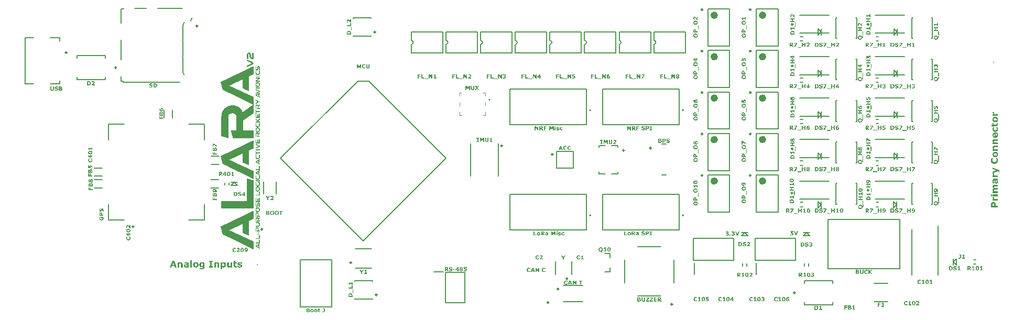
<source format=gbr>
%TF.GenerationSoftware,Altium Limited,Altium Designer,22.4.2 (48)*%
G04 Layer_Color=65535*
%FSLAX45Y45*%
%MOMM*%
%TF.SameCoordinates,1579B7B8-C0FA-446B-BA7A-E71437B095E0*%
%TF.FilePolarity,Positive*%
%TF.FileFunction,Legend,Top*%
%TF.Part,Single*%
G01*
G75*
%TA.AperFunction,NonConductor*%
%ADD115C,0.25000*%
%ADD116C,0.20000*%
%ADD117C,0.10000*%
%ADD118C,0.60000*%
%ADD119C,0.12700*%
%ADD120C,0.15240*%
G36*
X4546667Y5230000D02*
X4551667D01*
X4551667Y5228333D01*
X4556667Y5228333D01*
Y5226667D01*
X4563333D01*
Y5225000D01*
X4565000D01*
X4565000Y5125000D01*
X4540000D01*
X4540000Y5126667D01*
X4535000Y5126666D01*
Y5128333D01*
X4531667Y5128334D01*
Y5130000D01*
X4528333D01*
Y5131667D01*
X4526667D01*
X4526667Y5133333D01*
X4523334D01*
Y5135000D01*
X4521667D01*
Y5136667D01*
X4520000Y5136667D01*
Y5138333D01*
X4518333D01*
Y5140000D01*
X4516667D01*
Y5141667D01*
X4515000D01*
Y5143333D01*
X4513333D01*
Y5145000D01*
X4511667D01*
Y5146667D01*
X4510000D01*
Y5150000D01*
X4508333Y5150000D01*
X4508333Y5153333D01*
X4506667D01*
X4506666Y5156667D01*
X4505000Y5156667D01*
Y5163333D01*
X4503333D01*
X4503333Y5198334D01*
X4501666D01*
X4501667Y5201667D01*
X4500000Y5201667D01*
X4500000Y5203334D01*
X4498333Y5203333D01*
Y5205000D01*
X4488333D01*
X4488333Y5203334D01*
X4486667D01*
Y5201667D01*
X4485000Y5201667D01*
Y5198334D01*
X4483333D01*
Y5126666D01*
X4481667D01*
Y5128333D01*
X4475000Y5128334D01*
Y5130000D01*
X4470000Y5130000D01*
Y5131667D01*
X4465000D01*
Y5133334D01*
X4461667Y5133333D01*
Y5170000D01*
Y5171667D01*
Y5205000D01*
X4463333D01*
Y5210000D01*
X4465000Y5210000D01*
Y5215000D01*
X4466667Y5215000D01*
Y5216667D01*
X4468333D01*
Y5220000D01*
X4470000Y5220000D01*
Y5221667D01*
X4471667D01*
Y5223333D01*
X4473333D01*
Y5225000D01*
X4475000Y5225000D01*
X4475000Y5226667D01*
X4478334Y5226667D01*
Y5228333D01*
X4481667D01*
Y5230000D01*
X4486667D01*
Y5231667D01*
X4500000D01*
X4500000Y5230000D01*
X4505000Y5230000D01*
X4505000Y5228333D01*
X4508333D01*
X4508333Y5226666D01*
X4511667Y5226667D01*
Y5225000D01*
X4513333D01*
Y5223333D01*
X4515000D01*
Y5221667D01*
X4516667D01*
Y5220000D01*
X4518333D01*
Y5216667D01*
X4520000D01*
Y5213333D01*
X4521667Y5213334D01*
Y5210000D01*
X4523334D01*
X4523333Y5203333D01*
X4525000D01*
Y5166667D01*
X4526667Y5166667D01*
Y5161667D01*
X4528333Y5161667D01*
Y5158334D01*
X4530000D01*
Y5156667D01*
X4531667D01*
Y5155000D01*
X4533333Y5155000D01*
Y5153333D01*
X4536667D01*
Y5151666D01*
X4540000Y5151667D01*
Y5150000D01*
X4543333D01*
Y5231667D01*
X4546667D01*
Y5230000D01*
D02*
G37*
G36*
X4465000Y5118333D02*
X4468333D01*
Y5116667D01*
X4471667D01*
Y5115001D01*
X4475000Y5115000D01*
X4475000Y5113333D01*
X4478333D01*
Y5111666D01*
X4481667Y5111667D01*
Y5110000D01*
X4485000D01*
Y5108333D01*
X4488333D01*
Y5106667D01*
X4491667D01*
Y5105000D01*
X4495000D01*
Y5103333D01*
X4498333D01*
Y5101667D01*
X4501667Y5101667D01*
Y5100000D01*
X4505000Y5100000D01*
Y5098333D01*
X4508333Y5098333D01*
Y5096667D01*
X4511667D01*
Y5095000D01*
X4515000D01*
Y5093333D01*
X4518333D01*
Y5091667D01*
X4521667D01*
X4521667Y5090000D01*
X4525000D01*
X4525000Y5088333D01*
X4528333Y5088333D01*
Y5086666D01*
X4531667D01*
Y5085000D01*
X4535000D01*
Y5083333D01*
X4538333D01*
Y5081667D01*
X4541667D01*
Y5080000D01*
X4545000D01*
Y5078334D01*
X4550000D01*
Y5076667D01*
X4553333Y5076667D01*
X4553333Y5075000D01*
X4556667Y5075000D01*
Y5073334D01*
X4560000D01*
X4560000Y5071667D01*
X4561667D01*
Y5066667D01*
X4563333Y5066667D01*
Y5060000D01*
X4565000D01*
Y5053334D01*
X4566667D01*
Y5050000D01*
X4566667Y5048334D01*
Y5046667D01*
X4565000D01*
Y5045000D01*
X4561667D01*
Y5043334D01*
X4558333Y5043333D01*
Y5041667D01*
X4555000Y5041667D01*
X4555000Y5040000D01*
X4551667Y5040000D01*
Y5038333D01*
X4546667D01*
Y5036667D01*
X4543333D01*
Y5035000D01*
X4540000D01*
Y5033333D01*
X4536667D01*
Y5031667D01*
X4533333D01*
Y5030000D01*
X4530000Y5030000D01*
Y5028334D01*
X4526667Y5028333D01*
X4526667Y5026667D01*
X4523333D01*
Y5025000D01*
X4520000D01*
Y5023333D01*
X4516667D01*
X4516667Y5021667D01*
X4513333D01*
Y5020000D01*
X4510000D01*
Y5018333D01*
X4505000D01*
Y5016667D01*
X4501666Y5016667D01*
Y5015000D01*
X4498333D01*
Y5013333D01*
X4495000D01*
Y5011667D01*
X4491667D01*
Y5010000D01*
X4488333D01*
Y5008333D01*
X4485000D01*
Y5006667D01*
X4481667D01*
Y5005000D01*
X4478333Y5005000D01*
Y5003334D01*
X4475000D01*
X4475000Y5001667D01*
X4471667Y5001666D01*
Y5000000D01*
X4468333D01*
Y4998333D01*
X4463333D01*
Y4996667D01*
X4461667D01*
Y5023333D01*
X4466667D01*
Y5025000D01*
X4470000D01*
Y5026667D01*
X4473333D01*
X4473334Y5028333D01*
X4476667Y5028334D01*
Y5030000D01*
X4480000Y5030000D01*
Y5031667D01*
X4483333D01*
Y5033333D01*
X4486667D01*
Y5035000D01*
X4490000D01*
Y5036667D01*
X4493333D01*
Y5038333D01*
X4498333D01*
Y5040000D01*
X4501667Y5040000D01*
X4501666Y5041667D01*
X4505000Y5041667D01*
Y5043333D01*
X4508333Y5043334D01*
Y5045000D01*
X4511667D01*
Y5046667D01*
X4515000D01*
Y5048334D01*
X4518333D01*
Y5050000D01*
X4521667D01*
Y5051667D01*
X4526667D01*
Y5053334D01*
X4530000Y5053334D01*
Y5055000D01*
X4533333Y5055000D01*
Y5056667D01*
X4536667D01*
Y5058334D01*
X4538333D01*
Y5060000D01*
X4535000D01*
Y5061667D01*
X4531667Y5061667D01*
Y5063333D01*
X4528333D01*
Y5065000D01*
X4525000Y5065000D01*
Y5066667D01*
X4521667Y5066667D01*
Y5068334D01*
X4516667D01*
X4516667Y5070000D01*
X4513333D01*
Y5071667D01*
X4510000D01*
Y5073333D01*
X4506667Y5073334D01*
Y5075000D01*
X4503333Y5075001D01*
Y5076667D01*
X4500000Y5076667D01*
Y5078334D01*
X4495000D01*
Y5080000D01*
X4491667D01*
Y5081667D01*
X4488333D01*
Y5083333D01*
X4485000Y5083333D01*
Y5085000D01*
X4481667D01*
Y5086667D01*
X4478333Y5086666D01*
Y5088333D01*
X4475000D01*
X4475000Y5090000D01*
X4470000Y5090000D01*
X4470000Y5091667D01*
X4466667D01*
Y5093333D01*
X4463333D01*
Y5095000D01*
X4461667D01*
Y5120000D01*
X4465000D01*
Y5118333D01*
D02*
G37*
G36*
X4565000Y4878333D02*
X4561667D01*
Y4876667D01*
X4556667D01*
Y4875000D01*
X4553333D01*
Y4873334D01*
X4550000Y4873333D01*
X4550000Y4871666D01*
X4546667Y4871667D01*
Y4870000D01*
X4543333D01*
Y4868333D01*
X4540000D01*
Y4866667D01*
X4536667D01*
Y4865000D01*
X4533333D01*
X4533333Y4863333D01*
X4530000D01*
Y4861667D01*
X4525000Y4861667D01*
Y4860000D01*
X4521667D01*
Y4858333D01*
X4518333D01*
Y4856667D01*
X4515000D01*
Y4855000D01*
X4511667D01*
Y4853333D01*
X4508333D01*
Y4851667D01*
X4505000D01*
Y4850000D01*
X4501667D01*
Y4848334D01*
X4496667Y4848333D01*
Y4608334D01*
X4491667Y4608333D01*
Y4610000D01*
X4488333D01*
Y4611667D01*
X4483333D01*
Y4613333D01*
X4480000Y4613333D01*
Y4615000D01*
X4475000D01*
X4475000Y4616667D01*
X4471667Y4616666D01*
Y4618333D01*
X4468333Y4618333D01*
Y4620000D01*
X4463333D01*
Y4621667D01*
X4460000D01*
Y4623333D01*
X4456666D01*
X4456667Y4625000D01*
X4451667Y4625000D01*
Y4626666D01*
X4448333Y4626667D01*
X4448334Y4628333D01*
X4445000Y4628334D01*
X4445000Y4630000D01*
X4440000Y4630000D01*
Y4631667D01*
X4436667D01*
X4436667Y4633333D01*
X4433333D01*
Y4635000D01*
X4428333D01*
Y4636667D01*
X4425000Y4636667D01*
Y4638333D01*
X4421667Y4638333D01*
Y4640000D01*
X4416667Y4640000D01*
Y4641667D01*
X4413334D01*
X4413333Y4643333D01*
X4410000D01*
Y4645000D01*
X4405000D01*
Y4646667D01*
X4401667D01*
Y4648333D01*
X4398333D01*
Y4650000D01*
X4393334D01*
Y4651667D01*
X4390000D01*
Y4796667D01*
X4388334D01*
Y4795000D01*
X4385000D01*
Y4793334D01*
X4381667D01*
Y4791667D01*
X4378333Y4791667D01*
Y4790000D01*
X4375000D01*
X4375000Y4788333D01*
X4371666Y4788333D01*
X4371667Y4786667D01*
X4366667Y4786667D01*
Y4785000D01*
X4363333Y4785000D01*
Y4783333D01*
X4360000D01*
X4360000Y4781667D01*
X4356667D01*
Y4780000D01*
X4353333Y4780000D01*
X4353333Y4778333D01*
X4350000D01*
X4350000Y4776667D01*
X4346667D01*
Y4775000D01*
X4343334D01*
X4343333Y4773333D01*
X4338333Y4773333D01*
Y4771667D01*
X4335000Y4771667D01*
X4335000Y4770000D01*
X4331667D01*
Y4768333D01*
X4328333D01*
X4328333Y4766667D01*
X4325000D01*
Y4765000D01*
X4321666Y4765000D01*
Y4763333D01*
X4318334Y4763334D01*
Y4761667D01*
X4315000D01*
Y4760000D01*
X4310000Y4760000D01*
Y4758333D01*
X4306667D01*
Y4756667D01*
X4303333D01*
Y4755000D01*
X4300000D01*
Y4753333D01*
X4296667D01*
Y4751667D01*
X4293333D01*
Y4750000D01*
X4290000Y4750000D01*
Y4748333D01*
X4285000Y4748333D01*
Y4746667D01*
X4281667D01*
X4281667Y4745000D01*
X4278333D01*
Y4743333D01*
X4275000D01*
Y4741667D01*
X4271667D01*
X4271667Y4740001D01*
X4268333Y4740000D01*
Y4738333D01*
X4265000D01*
Y4736667D01*
X4261667D01*
Y4735000D01*
X4256667Y4735000D01*
Y4733333D01*
X4253333D01*
Y4731667D01*
X4250000D01*
Y4730000D01*
X4246666Y4730000D01*
Y4728333D01*
X4243333Y4728333D01*
Y4726667D01*
X4240000D01*
X4240000Y4725000D01*
X4236666D01*
X4236667Y4723333D01*
X4233333Y4723333D01*
Y4721667D01*
X4228333D01*
Y4720000D01*
X4225000D01*
Y4718333D01*
X4221667D01*
Y4716667D01*
X4218333D01*
Y4715000D01*
X4215000D01*
Y4713333D01*
X4211667Y4713333D01*
Y4711667D01*
X4208334Y4711667D01*
X4208333Y4710000D01*
X4205000D01*
Y4708333D01*
X4200000D01*
Y4706667D01*
X4196667D01*
Y4705000D01*
X4193333Y4705000D01*
Y4703333D01*
X4190000Y4703333D01*
X4190000Y4701667D01*
X4186667D01*
Y4700000D01*
X4183334D01*
X4183333Y4698334D01*
X4180000D01*
Y4696667D01*
X4176667D01*
Y4695000D01*
X4180000D01*
Y4693334D01*
X4183333Y4693333D01*
Y4691667D01*
X4186667D01*
Y4690000D01*
X4190000Y4690000D01*
Y4688334D01*
X4193333D01*
Y4686667D01*
X4196667D01*
Y4685000D01*
X4201667D01*
Y4683334D01*
X4205000D01*
Y4681667D01*
X4208333D01*
Y4680000D01*
X4211667Y4680001D01*
X4211667Y4678334D01*
X4215000D01*
Y4676667D01*
X4218333Y4676667D01*
Y4675000D01*
X4223333D01*
X4223333Y4673334D01*
X4226667D01*
Y4671667D01*
X4230000D01*
X4230000Y4670000D01*
X4233333D01*
X4233334Y4668334D01*
X4236667Y4668333D01*
Y4666667D01*
X4240000D01*
Y4665000D01*
X4245000Y4665000D01*
Y4663334D01*
X4248333Y4663333D01*
Y4661667D01*
X4251667Y4661667D01*
Y4660000D01*
X4255000D01*
Y4658333D01*
X4258334D01*
X4258333Y4656667D01*
X4261667Y4656667D01*
Y4655001D01*
X4266667Y4655000D01*
Y4653333D01*
X4270000D01*
Y4651666D01*
X4273333Y4651667D01*
Y4650000D01*
X4276667D01*
Y4648333D01*
X4280000D01*
Y4646667D01*
X4283333D01*
Y4645000D01*
X4286667D01*
Y4643333D01*
X4291667Y4643333D01*
Y4641667D01*
X4295000Y4641667D01*
Y4640000D01*
X4298333D01*
Y4638333D01*
X4301667D01*
Y4636667D01*
X4305000Y4636667D01*
Y4635000D01*
X4308334D01*
Y4633333D01*
X4313334D01*
Y4631667D01*
X4316667Y4631667D01*
Y4630000D01*
X4320000Y4630000D01*
Y4628333D01*
X4323333D01*
Y4626666D01*
X4326667Y4626667D01*
X4326666Y4625000D01*
X4330000D01*
Y4623333D01*
X4335000D01*
Y4621667D01*
X4338333D01*
Y4620000D01*
X4341667Y4620000D01*
Y4618333D01*
X4345000Y4618334D01*
Y4616667D01*
X4348333D01*
Y4615001D01*
X4351667Y4615000D01*
Y4613333D01*
X4355000D01*
Y4611667D01*
X4360000D01*
Y4610000D01*
X4363333D01*
Y4608333D01*
X4366667Y4608334D01*
Y4606667D01*
X4370000D01*
Y4605000D01*
X4373333Y4605000D01*
Y4603333D01*
X4376667Y4603333D01*
Y4601667D01*
X4381667D01*
Y4600000D01*
X4385000D01*
Y4598333D01*
X4388333D01*
Y4596667D01*
X4391667Y4596667D01*
Y4595000D01*
X4395000Y4595000D01*
X4395000Y4593333D01*
X4398333Y4593334D01*
Y4591667D01*
X4403333Y4591667D01*
Y4590000D01*
X4406667D01*
X4406667Y4588333D01*
X4410000Y4588333D01*
Y4586667D01*
X4413334D01*
Y4585000D01*
X4416667D01*
Y4583333D01*
X4420000Y4583334D01*
Y4581667D01*
X4425000Y4581667D01*
X4425000Y4580000D01*
X4428333D01*
Y4578333D01*
X4431667D01*
Y4576667D01*
X4435000D01*
Y4575000D01*
X4438333D01*
Y4573333D01*
X4441667D01*
Y4571667D01*
X4445000D01*
Y4570000D01*
X4450000Y4570000D01*
Y4568334D01*
X4453333D01*
Y4566667D01*
X4456666Y4566667D01*
Y4565000D01*
X4460000D01*
Y4563334D01*
X4463333D01*
Y4561667D01*
X4466667D01*
Y4560000D01*
X4471667D01*
Y4558334D01*
X4475000D01*
Y4556667D01*
X4478333Y4556667D01*
Y4555000D01*
X4481667Y4555000D01*
Y4553334D01*
X4485000Y4553334D01*
X4485000Y4551667D01*
X4488333D01*
X4488333Y4550000D01*
X4493333Y4550000D01*
Y4548334D01*
X4496667D01*
Y4546667D01*
X4500000D01*
Y4545000D01*
X4503333Y4545000D01*
Y4543334D01*
X4506667D01*
Y4541667D01*
X4510000D01*
Y4540000D01*
X4513333D01*
X4513333Y4538334D01*
X4518333D01*
Y4536667D01*
X4521667Y4536667D01*
Y4535000D01*
X4525000D01*
Y4533333D01*
X4528333D01*
Y4531667D01*
X4531667D01*
X4531667Y4530000D01*
X4535000Y4530000D01*
Y4528333D01*
X4540000D01*
X4540000Y4526667D01*
X4543333D01*
Y4525000D01*
X4546667D01*
Y4523333D01*
X4550000D01*
X4550000Y4521667D01*
X4553333D01*
Y4520000D01*
X4556667D01*
Y4518334D01*
X4561667Y4518333D01*
X4561667Y4516667D01*
X4565000Y4516667D01*
Y4248333D01*
X4563333D01*
Y4246667D01*
X4561667D01*
Y4245000D01*
X4560000D01*
Y4243333D01*
X4556667Y4243333D01*
X4556667Y4241667D01*
X4555000Y4241667D01*
Y4240000D01*
X4551667Y4240000D01*
Y4238333D01*
X4550000D01*
X4550000Y4236667D01*
X4546667D01*
Y4235000D01*
X4545000D01*
Y4233333D01*
X4541667D01*
Y4231667D01*
X4540000D01*
X4540000Y4230000D01*
X4538333D01*
Y4228333D01*
X4535000D01*
Y4226667D01*
X4533333D01*
Y4225000D01*
X4530000Y4225000D01*
Y4223333D01*
X4528333Y4223333D01*
Y4221666D01*
X4525000Y4221667D01*
X4525000Y4220000D01*
X4523333Y4220001D01*
X4523334Y4218333D01*
X4520000D01*
Y4216667D01*
X4518333D01*
Y4215000D01*
X4515000Y4215000D01*
Y4213333D01*
X4513333D01*
Y4211667D01*
X4511667D01*
Y4210000D01*
X4508333D01*
X4508333Y4208333D01*
X4506666Y4208333D01*
X4506667Y4206666D01*
X4503333Y4206667D01*
Y4205000D01*
X4501667D01*
Y4203334D01*
X4498333Y4203333D01*
Y4201667D01*
X4496667D01*
Y4200000D01*
X4493333D01*
Y4198333D01*
X4491667D01*
Y4196667D01*
X4488333D01*
Y4195000D01*
X4486667D01*
Y4193333D01*
X4485000D01*
Y4191667D01*
X4481667D01*
Y4190000D01*
X4480000D01*
Y4188334D01*
X4476667D01*
Y4186667D01*
X4475000D01*
Y4185001D01*
X4471667Y4185000D01*
Y4183334D01*
X4470000D01*
Y4181667D01*
X4466667D01*
Y4180000D01*
X4465000D01*
X4465000Y4178334D01*
X4463333D01*
Y4176667D01*
X4460000D01*
Y4175000D01*
X4458333Y4175000D01*
Y4173334D01*
X4455000D01*
Y4171667D01*
X4453334Y4171667D01*
X4453333Y4170000D01*
X4450000D01*
Y4168333D01*
X4448334Y4168334D01*
Y4166667D01*
X4445000Y4166668D01*
X4445000Y4165000D01*
X4443334D01*
Y4163334D01*
X4440000D01*
Y4161667D01*
X4438333D01*
Y4160000D01*
X4436667Y4160000D01*
Y4158334D01*
X4433333D01*
Y4156667D01*
X4431667Y4156667D01*
Y4155000D01*
X4428333D01*
Y4153334D01*
X4426667D01*
Y4151667D01*
X4423333Y4151667D01*
X4423334Y4150000D01*
X4421667D01*
Y4148334D01*
X4418333D01*
Y4146667D01*
X4416667Y4146667D01*
Y4145000D01*
X4415000D01*
Y4143333D01*
X4411667D01*
Y4141667D01*
X4410000D01*
Y4140000D01*
X4406667D01*
Y4138333D01*
X4405000D01*
X4405000Y4136667D01*
X4401667D01*
Y3971666D01*
X4565000Y3971667D01*
Y3848333D01*
X4233334D01*
Y3851667D01*
X4231667Y3851667D01*
Y3858333D01*
X4230000D01*
X4230000Y3863333D01*
X4228333D01*
Y3870000D01*
X4226667D01*
Y3876667D01*
X4225000D01*
Y3883333D01*
X4223333D01*
X4223333Y3888333D01*
X4221667D01*
Y3895000D01*
X4220000D01*
Y3901667D01*
X4218333Y3901667D01*
Y3906667D01*
X4216667D01*
X4216666Y3913334D01*
X4215000D01*
X4215000Y3920000D01*
X4213333Y3920000D01*
Y3925000D01*
X4211667D01*
X4211667Y3931667D01*
X4210000Y3931667D01*
X4210000Y3938334D01*
X4208334Y3938333D01*
X4208333Y3945000D01*
X4206667D01*
X4206667Y3950000D01*
X4205000Y3950000D01*
Y3956667D01*
X4203333D01*
Y3963333D01*
X4201667D01*
Y3968333D01*
X4200000D01*
Y3970000D01*
X4201667D01*
Y3971667D01*
X4291667Y3971667D01*
Y4201667D01*
X4290000D01*
X4290000Y4208333D01*
X4288334D01*
X4288333Y4213333D01*
X4286667Y4213333D01*
Y4216667D01*
X4285000D01*
X4285000Y4220000D01*
X4283334D01*
X4283333Y4221666D01*
X4281667Y4221667D01*
Y4225000D01*
X4280000D01*
Y4226667D01*
X4278333D01*
Y4228333D01*
X4276667D01*
X4276667Y4230000D01*
X4275000D01*
Y4231666D01*
X4273333D01*
X4273333Y4233333D01*
X4270000Y4233334D01*
Y4235000D01*
X4268333D01*
Y4236667D01*
X4265000D01*
Y4238333D01*
X4261666D01*
Y4240000D01*
X4258333Y4240000D01*
Y4241667D01*
X4255000D01*
Y4243333D01*
X4250000D01*
Y4245000D01*
X4243333Y4245000D01*
X4243333Y4246667D01*
X4235000D01*
Y4248333D01*
X4211667Y4248334D01*
Y4246667D01*
X4203333Y4246667D01*
Y4245000D01*
X4196667D01*
Y4243333D01*
X4191667Y4243333D01*
Y4241667D01*
X4188334Y4241667D01*
Y4240000D01*
X4185000Y4240000D01*
X4185000Y4238333D01*
X4181667Y4238334D01*
Y4236667D01*
X4180000D01*
Y4235000D01*
X4178333D01*
Y4233334D01*
X4175000Y4233333D01*
Y4231667D01*
X4173333D01*
X4173334Y4230000D01*
X4171667D01*
Y4228333D01*
X4170000D01*
Y4225000D01*
X4168333D01*
Y4223333D01*
X4166667D01*
X4166667Y4221666D01*
X4165000Y4221667D01*
X4165000Y4218333D01*
X4163333Y4218333D01*
X4163333Y4215000D01*
X4161667Y4215000D01*
X4161667Y4211666D01*
X4160000D01*
Y4205000D01*
X4158333D01*
Y3848333D01*
X4153334Y3848333D01*
X4153333Y3850001D01*
X4146667Y3850000D01*
Y3851667D01*
X4141667D01*
Y3853333D01*
X4136667Y3853334D01*
Y3855000D01*
X4130000D01*
Y3856667D01*
X4125000Y3856667D01*
Y3858333D01*
X4120000D01*
Y3860000D01*
X4113333Y3860000D01*
X4113333Y3861667D01*
X4108333Y3861667D01*
Y3863334D01*
X4103333Y3863333D01*
Y3865000D01*
X4096667D01*
Y3866667D01*
X4091667D01*
Y3868333D01*
X4086666D01*
Y3870000D01*
X4081667Y3870000D01*
Y3871667D01*
X4075000Y3871667D01*
Y3873333D01*
X4070000D01*
Y3875000D01*
X4065000D01*
Y3876667D01*
X4058334Y3876667D01*
X4058334Y3878333D01*
X4053333Y3878333D01*
Y3880000D01*
X4048333D01*
Y3881667D01*
X4046667D01*
Y4200000D01*
X4048334Y4200000D01*
Y4221666D01*
X4050000D01*
Y4233334D01*
X4051667Y4233333D01*
X4051667Y4241667D01*
X4053333D01*
X4053333Y4248334D01*
X4055000D01*
Y4255000D01*
X4056667D01*
X4056667Y4260000D01*
X4058334D01*
Y4265000D01*
X4060000D01*
Y4268333D01*
X4061667Y4268333D01*
X4061667Y4273333D01*
X4063334Y4273333D01*
X4063333Y4276667D01*
X4065000D01*
Y4280000D01*
X4066667D01*
Y4283334D01*
X4068333D01*
X4068333Y4286667D01*
X4070000D01*
X4070000Y4290000D01*
X4071667D01*
Y4291667D01*
X4073333D01*
Y4295000D01*
X4075000Y4295000D01*
Y4298333D01*
X4076667Y4298334D01*
X4076667Y4300000D01*
X4078334Y4300000D01*
Y4303334D01*
X4080000D01*
Y4305000D01*
X4081667D01*
Y4306667D01*
X4083333D01*
X4083334Y4310000D01*
X4085000D01*
Y4311667D01*
X4086666D01*
X4086667Y4313334D01*
X4088333D01*
Y4315000D01*
X4090000Y4315000D01*
Y4316667D01*
X4091667D01*
Y4318334D01*
X4093333D01*
Y4321667D01*
X4095000D01*
Y4323333D01*
X4096667D01*
Y4325000D01*
X4098333D01*
Y4326667D01*
X4100000D01*
Y4328333D01*
X4103334D01*
Y4330000D01*
X4105000D01*
X4105000Y4331667D01*
X4106667D01*
Y4333333D01*
X4108333D01*
Y4335000D01*
X4110000Y4335000D01*
Y4336667D01*
X4111667D01*
Y4338333D01*
X4115000Y4338334D01*
Y4340000D01*
X4116667D01*
Y4341667D01*
X4118333D01*
Y4343333D01*
X4121667D01*
Y4345000D01*
X4123333D01*
Y4346667D01*
X4125000D01*
Y4348333D01*
X4128333Y4348333D01*
X4128334Y4350000D01*
X4131667Y4350000D01*
Y4351667D01*
X4133333D01*
Y4353333D01*
X4136667D01*
Y4355000D01*
X4140000D01*
X4140000Y4356667D01*
X4141667Y4356667D01*
Y4358333D01*
X4145000D01*
Y4360000D01*
X4148333D01*
Y4361667D01*
X4153333Y4361667D01*
Y4363334D01*
X4156667Y4363333D01*
X4156667Y4365000D01*
X4160000Y4365000D01*
Y4366667D01*
X4165000D01*
Y4368333D01*
X4170000D01*
Y4370000D01*
X4175000D01*
Y4371667D01*
X4181667D01*
X4181667Y4373333D01*
X4188334Y4373334D01*
Y4375001D01*
X4196667Y4375000D01*
Y4376667D01*
X4210000Y4376667D01*
Y4378334D01*
X4250000D01*
Y4376667D01*
X4261667Y4376667D01*
Y4375001D01*
X4271667Y4375000D01*
Y4373333D01*
X4278333Y4373333D01*
Y4371667D01*
X4285000D01*
Y4370000D01*
X4290000Y4370000D01*
Y4368333D01*
X4293333D01*
Y4366667D01*
X4298333D01*
Y4365000D01*
X4301667D01*
X4301667Y4363333D01*
X4306667Y4363333D01*
Y4361667D01*
X4310000D01*
X4310000Y4360000D01*
X4313334D01*
Y4358333D01*
X4315000Y4358333D01*
Y4356667D01*
X4318334D01*
Y4355000D01*
X4321666D01*
Y4353333D01*
X4323333D01*
X4323333Y4351666D01*
X4326667Y4351667D01*
Y4350000D01*
X4328333D01*
Y4348333D01*
X4331667D01*
Y4346667D01*
X4333333D01*
X4333333Y4345000D01*
X4335000D01*
Y4343333D01*
X4338333D01*
Y4341667D01*
X4340000Y4341666D01*
X4340000Y4340000D01*
X4341667D01*
Y4338333D01*
X4343333D01*
Y4336667D01*
X4345000D01*
X4345000Y4335000D01*
X4348333D01*
Y4333334D01*
X4350000Y4333333D01*
Y4331667D01*
X4351667D01*
Y4330000D01*
X4353333D01*
X4353333Y4328333D01*
X4355000D01*
Y4325000D01*
X4356667D01*
Y4323333D01*
X4358333D01*
Y4321667D01*
X4360000D01*
Y4320000D01*
X4361667Y4320000D01*
Y4318334D01*
X4363333D01*
Y4316667D01*
X4365000D01*
Y4313334D01*
X4366667D01*
Y4311667D01*
X4368333D01*
Y4310000D01*
X4370000D01*
Y4306667D01*
X4371667Y4306667D01*
Y4305000D01*
X4373334Y4305000D01*
X4373333Y4301667D01*
X4375000Y4301667D01*
X4375000Y4298333D01*
X4376667Y4298334D01*
Y4296667D01*
X4378333D01*
Y4293334D01*
X4380000D01*
Y4290000D01*
X4381667D01*
Y4286667D01*
X4383333D01*
Y4283334D01*
X4385000D01*
Y4280000D01*
X4386667D01*
X4386667Y4275000D01*
X4388334D01*
Y4271667D01*
X4390000D01*
Y4266667D01*
X4395000D01*
Y4268333D01*
X4396667Y4268333D01*
Y4270000D01*
X4398333D01*
Y4271667D01*
X4401667D01*
Y4273333D01*
X4403333Y4273334D01*
Y4275000D01*
X4405000D01*
Y4276667D01*
X4408333D01*
Y4278334D01*
X4410000D01*
X4410000Y4280000D01*
X4411667D01*
Y4281667D01*
X4415000D01*
Y4283334D01*
X4416667D01*
Y4285000D01*
X4418334D01*
Y4286667D01*
X4421667D01*
Y4288334D01*
X4423333D01*
Y4290000D01*
X4426667D01*
Y4291667D01*
X4428333Y4291667D01*
Y4293334D01*
X4430000D01*
Y4295000D01*
X4433333D01*
Y4296667D01*
X4435000D01*
Y4298334D01*
X4436667D01*
Y4300000D01*
X4440000D01*
Y4301667D01*
X4441667D01*
Y4303334D01*
X4443334D01*
Y4305000D01*
X4446667D01*
Y4306667D01*
X4448333D01*
Y4308333D01*
X4450000Y4308334D01*
Y4310001D01*
X4453333D01*
Y4311667D01*
X4455000Y4311667D01*
Y4313334D01*
X4458333Y4313333D01*
X4458333Y4315000D01*
X4460000D01*
Y4316667D01*
X4461667D01*
X4461666Y4318334D01*
X4465000D01*
Y4320000D01*
X4466667Y4320000D01*
Y4321667D01*
X4468333D01*
Y4323333D01*
X4471667Y4323334D01*
Y4325000D01*
X4473333D01*
Y4326667D01*
X4475000D01*
Y4328333D01*
X4478333D01*
Y4330000D01*
X4480000D01*
Y4331667D01*
X4481667D01*
Y4333333D01*
X4485000Y4333333D01*
X4485000Y4335000D01*
X4486667D01*
Y4336667D01*
X4488333D01*
Y4338333D01*
X4491667D01*
X4491667Y4340000D01*
X4493333D01*
Y4341667D01*
X4496667D01*
Y4343333D01*
X4498334D01*
Y4345000D01*
X4500000D01*
Y4346667D01*
X4503333Y4346666D01*
Y4348333D01*
X4505000D01*
Y4350000D01*
X4506667Y4350000D01*
Y4351667D01*
X4510000D01*
Y4353333D01*
X4511667D01*
Y4355000D01*
X4513333D01*
X4513333Y4356667D01*
X4516667D01*
Y4358333D01*
X4518333D01*
Y4360000D01*
X4520000D01*
Y4361667D01*
X4523333D01*
Y4363333D01*
X4525000D01*
Y4365000D01*
X4528333Y4365000D01*
Y4366667D01*
X4530000D01*
Y4368333D01*
X4531667D01*
X4531667Y4370000D01*
X4535000D01*
Y4371667D01*
X4536667D01*
Y4373333D01*
X4538333D01*
Y4375000D01*
X4541667D01*
Y4376667D01*
X4543333D01*
X4543334Y4378333D01*
X4545000D01*
Y4380000D01*
X4548333D01*
Y4381667D01*
X4550000D01*
Y4383333D01*
X4551667D01*
Y4385000D01*
X4555000Y4385000D01*
X4555000Y4386667D01*
X4556667Y4386667D01*
X4556667Y4388334D01*
X4558333Y4388333D01*
X4558333Y4390000D01*
X4555000Y4390000D01*
Y4391667D01*
X4551667D01*
X4551667Y4393333D01*
X4548334D01*
Y4395000D01*
X4545000D01*
Y4396667D01*
X4541667Y4396667D01*
Y4398333D01*
X4538333D01*
Y4400000D01*
X4535000D01*
Y4401667D01*
X4531667Y4401667D01*
X4531667Y4403333D01*
X4528333Y4403333D01*
X4528333Y4405000D01*
X4525000D01*
Y4406667D01*
X4521667D01*
Y4408333D01*
X4518333Y4408334D01*
Y4410000D01*
X4515000D01*
Y4411667D01*
X4511667D01*
Y4413334D01*
X4508333D01*
X4508333Y4415000D01*
X4505000Y4415000D01*
Y4416667D01*
X4501667D01*
Y4418334D01*
X4498333D01*
X4498334Y4420000D01*
X4493333D01*
Y4421667D01*
X4490000Y4421667D01*
X4490000Y4423334D01*
X4486667D01*
Y4425000D01*
X4483333D01*
Y4426667D01*
X4480000D01*
Y4428334D01*
X4476666D01*
Y4430000D01*
X4473333D01*
Y4431667D01*
X4470000D01*
Y4433333D01*
X4466667Y4433334D01*
Y4435000D01*
X4463333D01*
Y4436667D01*
X4460000D01*
Y4438334D01*
X4456666D01*
X4456667Y4440000D01*
X4453333Y4440000D01*
Y4441667D01*
X4450000D01*
Y4443334D01*
X4446667D01*
X4446667Y4445000D01*
X4443334D01*
Y4446667D01*
X4440000D01*
Y4448333D01*
X4436667D01*
Y4450000D01*
X4433333D01*
Y4451667D01*
X4430000D01*
Y4453333D01*
X4426667Y4453333D01*
X4426667Y4455000D01*
X4423333D01*
Y4456667D01*
X4420000D01*
Y4458333D01*
X4416667Y4458333D01*
Y4460000D01*
X4413334D01*
X4413333Y4461667D01*
X4410000D01*
Y4463333D01*
X4406667D01*
Y4465000D01*
X4403333D01*
X4403333Y4466667D01*
X4400000Y4466667D01*
Y4468333D01*
X4396667D01*
Y4470000D01*
X4393334D01*
Y4471667D01*
X4390000D01*
Y4473333D01*
X4386667D01*
Y4475000D01*
X4383333D01*
Y4476667D01*
X4380000D01*
Y4478333D01*
X4376667D01*
Y4480000D01*
X4373333D01*
Y4481667D01*
X4368333D01*
Y4483333D01*
X4365000D01*
Y4485000D01*
X4361667D01*
X4361667Y4486667D01*
X4358333D01*
Y4488333D01*
X4355000D01*
Y4490000D01*
X4351667D01*
Y4491667D01*
X4348333D01*
Y4493334D01*
X4345000D01*
Y4495000D01*
X4341667D01*
Y4496667D01*
X4338333D01*
Y4498333D01*
X4335000D01*
Y4500000D01*
X4331667D01*
Y4501667D01*
X4328333D01*
Y4503333D01*
X4325000D01*
Y4505000D01*
X4321666D01*
Y4506667D01*
X4318334D01*
Y4508333D01*
X4315000D01*
Y4510000D01*
X4311667Y4510000D01*
Y4511667D01*
X4308334D01*
X4308333Y4513333D01*
X4305000D01*
Y4515000D01*
X4301667D01*
Y4516667D01*
X4298333D01*
X4298333Y4518333D01*
X4295000Y4518334D01*
Y4520000D01*
X4291667D01*
Y4521667D01*
X4288334D01*
Y4523334D01*
X4285000Y4523333D01*
Y4525000D01*
X4281667D01*
Y4526667D01*
X4278333D01*
Y4528333D01*
X4275000D01*
Y4530000D01*
X4271667Y4530000D01*
X4271667Y4531667D01*
X4268333D01*
Y4533333D01*
X4265000D01*
Y4535000D01*
X4261667D01*
Y4536667D01*
X4258334Y4536667D01*
Y4538334D01*
X4255000D01*
Y4540000D01*
X4251667D01*
Y4541667D01*
X4248333D01*
Y4543334D01*
X4245000D01*
Y4545000D01*
X4240000Y4545000D01*
Y4546667D01*
X4236667D01*
Y4548334D01*
X4233333Y4548333D01*
Y4550000D01*
X4230000D01*
Y4551667D01*
X4226667D01*
Y4553334D01*
X4223333D01*
Y4555000D01*
X4220000D01*
Y4556667D01*
X4216666D01*
Y4558334D01*
X4213333D01*
Y4560000D01*
X4210000D01*
Y4561667D01*
X4206667Y4561667D01*
Y4563334D01*
X4203333D01*
Y4565000D01*
X4200000D01*
Y4566667D01*
X4196667D01*
Y4568334D01*
X4193333Y4568334D01*
Y4570000D01*
X4190000D01*
Y4571667D01*
X4186667D01*
Y4573333D01*
X4183334D01*
X4183333Y4575000D01*
X4180000D01*
Y4576667D01*
X4176667D01*
Y4578333D01*
X4173333D01*
Y4580000D01*
X4170000D01*
Y4581667D01*
X4166667D01*
Y4583333D01*
X4163333D01*
Y4585000D01*
X4160000Y4585000D01*
Y4586667D01*
X4156667D01*
Y4588333D01*
X4153334D01*
X4153333Y4590001D01*
X4150000Y4590000D01*
Y4591667D01*
X4146667D01*
Y4593333D01*
X4143333D01*
Y4595000D01*
X4140000D01*
Y4596667D01*
X4136667Y4596667D01*
Y4598333D01*
X4133334D01*
Y4600000D01*
X4130000Y4600000D01*
Y4601667D01*
X4126667D01*
Y4603333D01*
X4123333D01*
Y4605000D01*
X4120000D01*
Y4606667D01*
X4116667D01*
Y4608333D01*
X4111667D01*
Y4610000D01*
X4108333D01*
Y4611667D01*
X4105000D01*
Y4613333D01*
X4101667D01*
X4101667Y4615001D01*
X4098333Y4615000D01*
Y4616667D01*
X4095000D01*
Y4618333D01*
X4091667D01*
Y4620000D01*
X4088333D01*
Y4621667D01*
X4085000D01*
Y4623333D01*
X4081667D01*
Y4625000D01*
X4078333D01*
Y4626667D01*
X4075000D01*
Y4628333D01*
X4071667D01*
Y4630000D01*
X4068333D01*
Y4631667D01*
X4066667D01*
Y4638333D01*
X4065000D01*
Y4643333D01*
X4063334Y4643334D01*
Y4650000D01*
X4061667D01*
Y4656667D01*
X4060000Y4656667D01*
X4060000Y4663334D01*
X4058334D01*
X4058334Y4668333D01*
X4056667D01*
X4056667Y4675000D01*
X4055000D01*
X4055000Y4681667D01*
X4053333D01*
Y4686667D01*
X4051667D01*
X4051667Y4693334D01*
X4050000D01*
Y4700000D01*
X4048333D01*
X4048334Y4706667D01*
X4046667D01*
Y4711667D01*
X4045000D01*
Y4718333D01*
X4043334D01*
Y4725000D01*
X4041667D01*
Y4731667D01*
X4040000D01*
Y4736667D01*
X4038333D01*
Y4743333D01*
X4036667D01*
X4036667Y4750000D01*
X4035000D01*
X4035000Y4756667D01*
X4040000D01*
X4040000Y4758333D01*
X4043334D01*
X4043333Y4760000D01*
X4046667Y4760000D01*
Y4761667D01*
X4050000D01*
X4050000Y4763333D01*
X4053333Y4763334D01*
Y4765000D01*
X4056667D01*
Y4766667D01*
X4060000Y4766667D01*
Y4768333D01*
X4063333D01*
Y4770000D01*
X4066667D01*
Y4771667D01*
X4070000D01*
Y4773333D01*
X4073333D01*
Y4775000D01*
X4076667D01*
Y4776667D01*
X4081666D01*
X4081667Y4778333D01*
X4085000D01*
Y4780000D01*
X4088333Y4780000D01*
X4088333Y4781667D01*
X4091666D01*
X4091667Y4783333D01*
X4095000D01*
Y4785000D01*
X4098333D01*
Y4786667D01*
X4101667D01*
X4101667Y4788333D01*
X4105000D01*
Y4790000D01*
X4108333D01*
Y4791667D01*
X4111667Y4791667D01*
Y4793334D01*
X4115000D01*
Y4795000D01*
X4118333D01*
Y4796667D01*
X4123333D01*
Y4798334D01*
X4126667Y4798334D01*
Y4800000D01*
X4130000Y4800000D01*
Y4801667D01*
X4133333D01*
Y4803334D01*
X4136667D01*
Y4805000D01*
X4140000D01*
Y4806666D01*
X4143333Y4806667D01*
Y4808334D01*
X4146667Y4808334D01*
Y4810000D01*
X4150000D01*
Y4811667D01*
X4153333D01*
Y4813334D01*
X4156667D01*
X4156667Y4815000D01*
X4160000Y4815000D01*
Y4816667D01*
X4165000Y4816667D01*
Y4818334D01*
X4168333D01*
Y4820000D01*
X4171667D01*
Y4821667D01*
X4175000D01*
Y4823334D01*
X4178333Y4823334D01*
Y4825000D01*
X4181667D01*
Y4826667D01*
X4185000D01*
Y4828333D01*
X4188334D01*
X4188334Y4830000D01*
X4191667D01*
Y4831666D01*
X4195000Y4831667D01*
Y4833333D01*
X4198333Y4833334D01*
Y4835000D01*
X4201667Y4835000D01*
Y4836667D01*
X4206667D01*
Y4838333D01*
X4210000D01*
Y4840000D01*
X4213333D01*
Y4841666D01*
X4216666Y4841667D01*
Y4843333D01*
X4220000D01*
Y4845000D01*
X4223333Y4845000D01*
Y4846667D01*
X4226667D01*
Y4848333D01*
X4230000D01*
Y4850000D01*
X4233333Y4850000D01*
Y4851667D01*
X4236667Y4851666D01*
X4236666Y4853333D01*
X4240000D01*
Y4855000D01*
X4245000Y4855000D01*
Y4856666D01*
X4248333Y4856667D01*
Y4858333D01*
X4251667D01*
Y4860000D01*
X4255000D01*
Y4861667D01*
X4258333D01*
Y4863333D01*
X4261667Y4863334D01*
Y4865000D01*
X4265000D01*
Y4866667D01*
X4268333D01*
Y4868333D01*
X4271667Y4868334D01*
Y4870001D01*
X4275000Y4870000D01*
Y4871667D01*
X4278333D01*
Y4873333D01*
X4281667D01*
Y4875000D01*
X4286667D01*
Y4876667D01*
X4290000D01*
Y4878333D01*
X4293333Y4878333D01*
Y4880000D01*
X4296667D01*
Y4881667D01*
X4300000Y4881667D01*
X4300000Y4883333D01*
X4303333D01*
Y4885000D01*
X4306667D01*
Y4886667D01*
X4310000D01*
X4310000Y4888333D01*
X4313334D01*
Y4890000D01*
X4316667D01*
Y4891667D01*
X4320000Y4891667D01*
X4320000Y4893333D01*
X4323333Y4893333D01*
X4323333Y4895001D01*
X4328333Y4895000D01*
Y4896667D01*
X4331667Y4896667D01*
Y4898333D01*
X4335000D01*
X4335000Y4900000D01*
X4338333Y4900000D01*
Y4901667D01*
X4341667D01*
Y4903333D01*
X4345000Y4903333D01*
Y4905000D01*
X4348333D01*
Y4906667D01*
X4351667Y4906667D01*
X4351666Y4908333D01*
X4355000D01*
Y4910000D01*
X4358333D01*
Y4911667D01*
X4361667D01*
X4361667Y4913333D01*
X4365000D01*
Y4915000D01*
X4370000Y4915000D01*
Y4916667D01*
X4373334D01*
X4373333Y4918334D01*
X4376667Y4918334D01*
Y4920000D01*
X4380000D01*
Y4921667D01*
X4383333Y4921667D01*
Y4923334D01*
X4386667Y4923334D01*
X4386667Y4925000D01*
X4390000D01*
Y4926667D01*
X4393334D01*
Y4928334D01*
X4396667D01*
Y4930000D01*
X4400000D01*
Y4931667D01*
X4403333Y4931667D01*
Y4933334D01*
X4406667D01*
X4406667Y4935000D01*
X4411667Y4935000D01*
Y4936667D01*
X4415000D01*
Y4938334D01*
X4418333Y4938334D01*
Y4940000D01*
X4421667D01*
Y4941667D01*
X4425000D01*
Y4943334D01*
X4428333D01*
Y4945000D01*
X4431667D01*
Y4946667D01*
X4435000Y4946667D01*
Y4948334D01*
X4438334D01*
Y4950000D01*
X4441667D01*
Y4951667D01*
X4445000Y4951666D01*
X4445000Y4953334D01*
X4448334D01*
Y4955000D01*
X4453333D01*
Y4956667D01*
X4456666D01*
Y4958333D01*
X4460000D01*
Y4960000D01*
X4463333D01*
Y4961667D01*
X4466667D01*
Y4963333D01*
X4470000Y4963334D01*
Y4965000D01*
X4473333D01*
Y4966667D01*
X4476667Y4966667D01*
Y4968333D01*
X4480000D01*
Y4970000D01*
X4483333Y4970000D01*
Y4971666D01*
X4486667Y4971667D01*
Y4973333D01*
X4490000D01*
Y4975000D01*
X4495000D01*
Y4976667D01*
X4498334D01*
Y4978333D01*
X4501667Y4978334D01*
Y4980000D01*
X4505000D01*
Y4981667D01*
X4508333D01*
Y4983333D01*
X4511667D01*
Y4985000D01*
X4515000D01*
Y4986667D01*
X4518333D01*
Y4988333D01*
X4521667D01*
X4521667Y4990000D01*
X4525000Y4990000D01*
Y4991667D01*
X4528334Y4991667D01*
Y4993333D01*
X4533333D01*
Y4995000D01*
X4536667D01*
Y4996666D01*
X4540000Y4996667D01*
Y4998333D01*
X4543333D01*
Y5000000D01*
X4546667D01*
Y5001667D01*
X4550000D01*
Y5003333D01*
X4553333Y5003334D01*
Y5005000D01*
X4556667D01*
Y5006667D01*
X4560000Y5006667D01*
Y5008333D01*
X4563333D01*
Y5010000D01*
X4565000D01*
Y4878333D01*
D02*
G37*
G36*
X4653334Y5011667D02*
X4658333Y5011667D01*
Y5010000D01*
X4660000D01*
Y5008333D01*
X4661667D01*
Y5006667D01*
X4663333D01*
Y5005000D01*
X4665000D01*
Y5001667D01*
X4666667Y5001666D01*
Y4996666D01*
X4668333Y4996667D01*
X4668333Y4941667D01*
X4666667D01*
Y4943334D01*
X4661667D01*
X4661667Y4945000D01*
X4656667D01*
Y4946667D01*
X4655000D01*
Y4990000D01*
X4653333D01*
Y4995000D01*
X4651667D01*
Y4996667D01*
X4645000D01*
X4645000Y4995000D01*
X4643333D01*
Y4993333D01*
X4641666D01*
X4641667Y4958333D01*
X4640000D01*
Y4953334D01*
X4638333D01*
Y4950000D01*
X4636666D01*
X4636667Y4948333D01*
X4635000Y4948334D01*
X4635000Y4946667D01*
X4633333Y4946667D01*
X4633334Y4945000D01*
X4630000Y4945000D01*
Y4943334D01*
X4625000D01*
Y4941667D01*
X4618333D01*
Y4943334D01*
X4613333D01*
Y4945000D01*
X4610000D01*
Y4946667D01*
X4608334Y4946667D01*
X4608333Y4948334D01*
X4606667D01*
Y4950001D01*
X4605000D01*
Y4953334D01*
X4603334Y4953334D01*
Y4956667D01*
X4601667D01*
X4601667Y4986667D01*
Y4988333D01*
X4601667Y5011667D01*
X4605000Y5011667D01*
Y5010000D01*
X4610000Y5010000D01*
Y5008333D01*
X4615000D01*
X4615000Y4963334D01*
X4616667Y4963333D01*
Y4960000D01*
X4620000D01*
Y4958333D01*
X4623333D01*
Y4960000D01*
X4625000D01*
Y4961667D01*
X4626667D01*
Y4965000D01*
X4628333D01*
Y5000000D01*
X4630000D01*
X4630000Y5003333D01*
X4631667Y5003334D01*
Y5005000D01*
X4633333D01*
Y5008333D01*
X4636666D01*
Y5010000D01*
X4638333D01*
Y5011667D01*
X4641667D01*
Y5013333D01*
X4653333D01*
X4653334Y5011667D01*
D02*
G37*
G36*
X4656667Y4936667D02*
X4661667Y4936667D01*
Y4935000D01*
X4666667Y4935000D01*
X4666667Y4933334D01*
X4668333D01*
Y4923334D01*
Y4921667D01*
X4668333Y4888333D01*
X4666667Y4888334D01*
Y4883334D01*
X4665000D01*
X4665000Y4880000D01*
X4663333D01*
Y4878333D01*
X4661667D01*
Y4876667D01*
X4660000D01*
Y4875000D01*
X4658333D01*
Y4873334D01*
X4655000Y4873333D01*
Y4871667D01*
X4653333Y4871666D01*
Y4870000D01*
X4648333D01*
Y4868333D01*
X4643333D01*
Y4866667D01*
X4625000D01*
Y4868333D01*
X4620000D01*
Y4870000D01*
X4615000Y4870000D01*
Y4871666D01*
X4613333D01*
X4613333Y4873333D01*
X4610000D01*
Y4875000D01*
X4608333Y4875000D01*
Y4876667D01*
X4606667D01*
Y4880000D01*
X4605000D01*
Y4881667D01*
X4603334Y4881667D01*
X4603333Y4885000D01*
X4601667D01*
Y4938334D01*
X4603333D01*
Y4936667D01*
X4608334Y4936667D01*
X4608333Y4935000D01*
X4613333Y4935000D01*
X4613333Y4933334D01*
X4615000D01*
X4615000Y4893333D01*
X4616667Y4893333D01*
X4616666Y4890000D01*
X4618333D01*
Y4888333D01*
X4620000D01*
X4620000Y4886667D01*
X4623333D01*
Y4885000D01*
X4628333D01*
Y4883333D01*
X4641667D01*
Y4885000D01*
X4646667D01*
Y4886667D01*
X4650000D01*
Y4888333D01*
X4651667Y4888334D01*
Y4891667D01*
X4653333D01*
Y4896667D01*
X4655000D01*
Y4938334D01*
X4656667D01*
Y4936667D01*
D02*
G37*
G36*
X4668333Y4841667D02*
X4601667D01*
Y4856667D01*
X4603333D01*
X4605000Y4856666D01*
X4668333Y4856667D01*
Y4841667D01*
D02*
G37*
G36*
X4668333Y4811667D02*
X4666667Y4811667D01*
Y4810001D01*
X4663333Y4810000D01*
X4663333Y4808334D01*
X4661667Y4808333D01*
Y4806667D01*
X4660000Y4806666D01*
Y4805000D01*
X4658333D01*
Y4803333D01*
X4655000Y4803334D01*
Y4801667D01*
X4653334D01*
Y4800000D01*
X4651667D01*
Y4798334D01*
X4648333D01*
Y4796667D01*
X4646667D01*
Y4795000D01*
X4645000D01*
Y4793334D01*
X4643333D01*
Y4791667D01*
X4640000Y4791667D01*
Y4790000D01*
X4638333D01*
Y4788334D01*
X4636666Y4788333D01*
X4636667Y4786667D01*
X4635000Y4786667D01*
Y4785000D01*
X4631667D01*
X4631667Y4783333D01*
X4630000Y4783333D01*
X4630000Y4781667D01*
X4628333D01*
Y4780000D01*
X4626667D01*
Y4778333D01*
X4625000D01*
Y4776667D01*
X4668333D01*
X4668333Y4761667D01*
X4603333D01*
Y4766667D01*
X4601667D01*
X4601667Y4771667D01*
X4600000D01*
X4600000Y4778333D01*
X4601667D01*
Y4780000D01*
X4603333D01*
Y4781667D01*
X4605000Y4781666D01*
Y4783333D01*
X4608334Y4783333D01*
Y4785000D01*
X4610000D01*
Y4786667D01*
X4611667Y4786667D01*
X4611666Y4788333D01*
X4613333Y4788334D01*
Y4790000D01*
X4616667D01*
Y4791667D01*
X4618333D01*
Y4793334D01*
X4620000D01*
Y4795000D01*
X4621667D01*
Y4796667D01*
X4625000D01*
Y4798334D01*
X4626667D01*
Y4800000D01*
X4628334D01*
Y4801667D01*
X4631667D01*
Y4803333D01*
X4633333D01*
Y4805000D01*
X4635000D01*
X4635000Y4806667D01*
X4636667Y4806667D01*
Y4808334D01*
X4640000D01*
Y4810001D01*
X4641666Y4810000D01*
Y4811667D01*
X4643333D01*
Y4813334D01*
X4601667D01*
X4601667Y4828333D01*
X4668333D01*
X4668333Y4811667D01*
D02*
G37*
G36*
X4641667Y4753333D02*
X4648333D01*
Y4751667D01*
X4651667D01*
Y4750000D01*
X4655000D01*
Y4748333D01*
X4656667D01*
Y4746667D01*
X4658333Y4746667D01*
Y4745001D01*
X4660000D01*
Y4743334D01*
X4661667D01*
X4661667Y4741667D01*
X4663333Y4741666D01*
Y4738333D01*
X4665000D01*
Y4735000D01*
X4666667D01*
Y4730000D01*
X4668333Y4730000D01*
Y4721667D01*
X4670000D01*
X4670000Y4706667D01*
X4668333D01*
X4668333Y4698334D01*
X4666667D01*
X4666667Y4694999D01*
X4665000Y4695000D01*
X4665000Y4691667D01*
X4663333Y4691667D01*
X4663333Y4688333D01*
X4661667Y4688334D01*
Y4686667D01*
X4660000D01*
X4660000Y4685000D01*
X4658333D01*
X4658334Y4683334D01*
X4656667D01*
Y4681667D01*
X4655000D01*
Y4680000D01*
X4651667Y4680000D01*
Y4678334D01*
X4648333D01*
Y4676667D01*
X4643333D01*
Y4675000D01*
X4625000D01*
Y4676667D01*
X4620000D01*
Y4678334D01*
X4616667D01*
X4616666Y4680000D01*
X4615000Y4680001D01*
Y4681667D01*
X4611666Y4681667D01*
X4611667Y4683334D01*
X4610000Y4683334D01*
Y4685000D01*
X4608333Y4685000D01*
X4608334Y4686667D01*
X4606666D01*
Y4690000D01*
X4605000D01*
X4605000Y4693334D01*
X4603334Y4693334D01*
Y4696667D01*
X4601667D01*
X4601667Y4703333D01*
X4600000D01*
Y4726667D01*
X4601667D01*
Y4733334D01*
X4603334Y4733333D01*
X4603333Y4736667D01*
X4605000Y4736667D01*
Y4740000D01*
X4606667Y4740001D01*
X4606666Y4741667D01*
X4608333Y4741667D01*
Y4743334D01*
X4610000Y4743333D01*
Y4746667D01*
X4613333D01*
Y4748333D01*
X4615000D01*
Y4750000D01*
X4618333D01*
Y4751667D01*
X4621667D01*
Y4753333D01*
X4628333D01*
Y4755000D01*
X4641667D01*
Y4753333D01*
D02*
G37*
G36*
X4668333Y4650000D02*
X4601667D01*
Y4665000D01*
X4668333Y4665000D01*
Y4650000D01*
D02*
G37*
G36*
X4603334Y4641667D02*
X4606667Y4641667D01*
Y4640001D01*
X4610000Y4640000D01*
Y4638333D01*
X4615000Y4638333D01*
Y4636667D01*
X4618333Y4636667D01*
Y4635000D01*
X4621667D01*
Y4633333D01*
X4625000D01*
Y4631667D01*
X4628333Y4631667D01*
X4628334Y4630000D01*
X4631667D01*
X4631667Y4628333D01*
X4635000Y4628333D01*
Y4626667D01*
X4638333Y4626667D01*
Y4625000D01*
X4641667Y4625000D01*
Y4623333D01*
X4645000D01*
Y4621667D01*
X4648333D01*
Y4620000D01*
X4651667D01*
X4651667Y4618333D01*
X4655000Y4618333D01*
Y4616667D01*
X4658334D01*
X4658333Y4615001D01*
X4661667D01*
X4661667Y4613333D01*
X4665000Y4613333D01*
Y4611667D01*
X4666667D01*
Y4605000D01*
X4668333Y4605000D01*
X4668333Y4598333D01*
X4670000D01*
Y4595000D01*
X4665000D01*
Y4593333D01*
X4661667D01*
Y4591667D01*
X4658333Y4591667D01*
Y4590001D01*
X4655000Y4590000D01*
Y4588333D01*
X4651667Y4588333D01*
Y4586667D01*
X4648333D01*
Y4585000D01*
X4645000D01*
Y4583333D01*
X4641667D01*
Y4581667D01*
X4638333D01*
X4638333Y4580000D01*
X4635000Y4580000D01*
Y4578333D01*
X4631667D01*
X4631667Y4576666D01*
X4628334Y4576667D01*
Y4575000D01*
X4623333D01*
Y4573333D01*
X4620000D01*
Y4571667D01*
X4616667D01*
Y4570000D01*
X4613333Y4570000D01*
X4613333Y4568334D01*
X4610000D01*
Y4566667D01*
X4606667Y4566667D01*
X4606667Y4565000D01*
X4603333Y4565000D01*
X4603334Y4563334D01*
X4601667Y4563333D01*
Y4580000D01*
X4603333D01*
X4603334Y4581667D01*
X4606667Y4581666D01*
X4606666Y4583333D01*
X4610000D01*
Y4585000D01*
X4613333D01*
Y4586667D01*
X4616667D01*
Y4588333D01*
X4621667D01*
Y4590000D01*
X4625000D01*
Y4591667D01*
X4628333Y4591666D01*
X4628334Y4593333D01*
X4631667Y4593334D01*
Y4595000D01*
X4635000D01*
Y4596667D01*
X4638333Y4596666D01*
Y4598334D01*
X4641667Y4598333D01*
Y4600000D01*
X4645000D01*
Y4601666D01*
X4648333Y4601667D01*
Y4603333D01*
X4650000D01*
Y4605000D01*
X4646667D01*
Y4606667D01*
X4643333D01*
Y4608333D01*
X4640000Y4608334D01*
Y4610000D01*
X4636667D01*
Y4611667D01*
X4633334Y4611666D01*
X4633333Y4613334D01*
X4630000Y4613333D01*
Y4615000D01*
X4626667Y4615000D01*
Y4616666D01*
X4621667Y4616667D01*
Y4618333D01*
X4618333Y4618334D01*
Y4620000D01*
X4615000D01*
Y4621667D01*
X4611666D01*
Y4623333D01*
X4608333D01*
Y4625000D01*
X4605000D01*
Y4626666D01*
X4601667Y4626667D01*
Y4643333D01*
X4603334Y4643333D01*
Y4641667D01*
D02*
G37*
G36*
X4668333Y4581667D02*
X4668333Y4565000D01*
X4665000Y4565000D01*
Y4563333D01*
X4661667Y4563334D01*
X4661667Y4561667D01*
X4658333D01*
X4658333Y4531667D01*
X4655000Y4531667D01*
Y4533333D01*
X4651667D01*
Y4535000D01*
X4646667D01*
Y4555000D01*
X4643333D01*
X4643333Y4553334D01*
X4640000Y4553334D01*
Y4551667D01*
X4636666Y4551667D01*
Y4550000D01*
X4633333Y4550000D01*
Y4548333D01*
X4630000Y4548334D01*
Y4546667D01*
X4625000D01*
Y4545000D01*
X4621667D01*
Y4543334D01*
X4618333D01*
Y4541667D01*
X4620000D01*
Y4540000D01*
X4623333Y4540000D01*
Y4538334D01*
X4625000D01*
X4626667Y4538333D01*
Y4536667D01*
X4631666Y4536667D01*
Y4535000D01*
X4635000D01*
Y4533333D01*
X4638333Y4533333D01*
Y4531667D01*
X4641667Y4531667D01*
Y4530000D01*
X4645000D01*
Y4528333D01*
X4648333D01*
Y4526667D01*
X4651667Y4526667D01*
X4651667Y4525000D01*
X4656667D01*
Y4523333D01*
X4660000Y4523333D01*
Y4521667D01*
X4663333Y4521667D01*
X4663333Y4520000D01*
X4666667D01*
Y4518333D01*
X4668333D01*
X4668333Y4501667D01*
X4666667Y4501667D01*
Y4503334D01*
X4663333Y4503333D01*
Y4505000D01*
X4660000Y4505000D01*
X4660000Y4506667D01*
X4656667D01*
Y4508333D01*
X4653333D01*
Y4510000D01*
X4650000Y4510000D01*
Y4511667D01*
X4646667D01*
Y4513333D01*
X4643333D01*
Y4515000D01*
X4640000Y4515000D01*
X4640000Y4516667D01*
X4636666D01*
Y4518333D01*
X4633333Y4518334D01*
Y4520000D01*
X4630000D01*
Y4521667D01*
X4626667D01*
X4626667Y4523333D01*
X4623333D01*
Y4525000D01*
X4620000Y4525000D01*
Y4526667D01*
X4616666Y4526667D01*
X4616667Y4528333D01*
X4613333D01*
X4613333Y4530000D01*
X4610000Y4530000D01*
Y4531667D01*
X4606667Y4531667D01*
X4606667Y4533333D01*
X4603333Y4533333D01*
X4603334Y4538334D01*
X4601667D01*
X4601667Y4545000D01*
X4600000D01*
X4600000Y4550000D01*
X4601667D01*
Y4551667D01*
X4605000Y4551667D01*
Y4553333D01*
X4608334Y4553334D01*
X4608333Y4555000D01*
X4611666Y4555000D01*
Y4556667D01*
X4615000Y4556667D01*
Y4558334D01*
X4620000D01*
Y4560000D01*
X4623333D01*
Y4561667D01*
X4626667Y4561667D01*
Y4563333D01*
X4630000Y4563334D01*
Y4565000D01*
X4633334D01*
X4633333Y4566667D01*
X4636666Y4566667D01*
Y4568334D01*
X4640000D01*
X4640000Y4570000D01*
X4643333D01*
Y4571667D01*
X4646667D01*
Y4573333D01*
X4650000D01*
Y4575000D01*
X4653334D01*
Y4576667D01*
X4656667D01*
Y4578333D01*
X4661667D01*
Y4580000D01*
X4665000Y4580000D01*
Y4581667D01*
X4668333Y4581667D01*
D02*
G37*
G36*
X4603334Y4471667D02*
X4606667Y4471666D01*
Y4470000D01*
X4608333D01*
Y4468333D01*
X4611666D01*
X4611667Y4466666D01*
X4613333D01*
X4613333Y4465000D01*
X4615000D01*
X4615000Y4463333D01*
X4618333Y4463334D01*
X4618333Y4461667D01*
X4620000Y4461667D01*
Y4460000D01*
X4621667D01*
Y4458333D01*
X4625000D01*
Y4456667D01*
X4626667D01*
Y4455000D01*
X4628333D01*
Y4453334D01*
X4631667Y4453333D01*
Y4451666D01*
X4633333D01*
X4633334Y4450000D01*
X4635000D01*
Y4448333D01*
X4638333D01*
Y4446667D01*
X4640000D01*
Y4445000D01*
X4641667D01*
Y4443334D01*
X4645000D01*
Y4441667D01*
X4668333D01*
Y4426667D01*
X4645000D01*
Y4425000D01*
X4643333D01*
X4643333Y4423334D01*
X4640000Y4423334D01*
X4640000Y4421667D01*
X4638333D01*
Y4420000D01*
X4636666D01*
Y4418334D01*
X4633333D01*
Y4416667D01*
X4631667D01*
Y4415000D01*
X4628333Y4415000D01*
X4628334Y4413334D01*
X4626667Y4413333D01*
Y4411667D01*
X4625000Y4411667D01*
Y4410000D01*
X4621667D01*
Y4408334D01*
X4620000D01*
Y4406667D01*
X4618333D01*
Y4405000D01*
X4615000D01*
Y4403334D01*
X4613333D01*
Y4401667D01*
X4611666Y4401667D01*
Y4400000D01*
X4608333Y4400000D01*
Y4398333D01*
X4606667D01*
Y4396667D01*
X4605000D01*
Y4395000D01*
X4601667Y4395000D01*
Y4413334D01*
X4605000Y4413334D01*
Y4415000D01*
X4606667D01*
Y4416667D01*
X4608333D01*
Y4418334D01*
X4611667Y4418334D01*
X4611666Y4420000D01*
X4613333D01*
Y4421667D01*
X4616666D01*
Y4423334D01*
X4618333D01*
X4618333Y4425000D01*
X4621667D01*
Y4426667D01*
X4623333D01*
Y4428334D01*
X4625000D01*
Y4430000D01*
X4628333D01*
Y4431667D01*
X4630000D01*
X4630000Y4433334D01*
X4631666D01*
X4631667Y4435000D01*
X4630000D01*
X4630000Y4436667D01*
X4628333Y4436667D01*
X4628334Y4438334D01*
X4625000D01*
Y4440000D01*
X4623333D01*
Y4441667D01*
X4620000D01*
Y4443334D01*
X4618333D01*
Y4445000D01*
X4616667D01*
Y4446666D01*
X4615000Y4446667D01*
X4613333D01*
Y4448333D01*
X4611666D01*
Y4450000D01*
X4608334D01*
X4608333Y4451666D01*
X4606667D01*
Y4453333D01*
X4603333Y4453334D01*
Y4455000D01*
X4601667D01*
X4601667Y4473333D01*
X4603334D01*
Y4471667D01*
D02*
G37*
G36*
X4668333Y4375000D02*
X4666667Y4375001D01*
X4666667Y4373333D01*
X4665000D01*
Y4371667D01*
X4661667D01*
Y4370000D01*
X4660000D01*
X4660000Y4368333D01*
X4656667D01*
Y4366667D01*
X4655000D01*
Y4365000D01*
X4651667D01*
Y4363333D01*
X4650000D01*
Y4361667D01*
X4648333D01*
Y4360000D01*
X4646667D01*
Y4340000D01*
X4648333D01*
Y4338333D01*
X4668333D01*
Y4323333D01*
X4625000D01*
Y4326667D01*
X4623333D01*
Y4333333D01*
X4621667D01*
Y4338333D01*
X4631667Y4338334D01*
Y4340000D01*
X4633333D01*
Y4370000D01*
X4631667D01*
Y4373333D01*
X4628334Y4373333D01*
Y4375000D01*
X4618333D01*
Y4373333D01*
X4616667D01*
X4616666Y4370000D01*
X4615000D01*
X4615000Y4323334D01*
X4611666Y4323333D01*
Y4325000D01*
X4606667Y4325000D01*
X4606667Y4326666D01*
X4601667Y4326667D01*
X4601667Y4373333D01*
X4601667Y4375001D01*
Y4376667D01*
X4603333D01*
Y4380000D01*
X4605000D01*
X4605000Y4383333D01*
X4606667D01*
Y4385000D01*
X4608334D01*
Y4386667D01*
X4610000D01*
Y4388333D01*
X4613333D01*
Y4390000D01*
X4616667Y4390000D01*
Y4391667D01*
X4633333D01*
Y4390000D01*
X4636666Y4390000D01*
X4636667Y4388333D01*
X4638333D01*
X4638333Y4386667D01*
X4640000Y4386666D01*
Y4385000D01*
X4641666Y4385000D01*
Y4383333D01*
X4643333D01*
X4643333Y4381667D01*
X4645000D01*
Y4378333D01*
X4648333D01*
Y4380000D01*
X4650000D01*
Y4381667D01*
X4653333Y4381667D01*
Y4383333D01*
X4655000D01*
Y4385000D01*
X4656667Y4385000D01*
Y4386667D01*
X4660000D01*
X4660000Y4388334D01*
X4661667Y4388334D01*
Y4390000D01*
X4663333Y4390000D01*
X4663333Y4391667D01*
X4666667D01*
X4666667Y4393333D01*
X4668333D01*
Y4375000D01*
D02*
G37*
G36*
X4603334Y4315000D02*
X4608333Y4315000D01*
Y4313334D01*
X4613333Y4313333D01*
Y4311667D01*
X4615000D01*
X4615000Y4286667D01*
X4668333D01*
Y4271667D01*
X4616667D01*
Y4270000D01*
X4615000D01*
X4615000Y4246667D01*
X4601667D01*
Y4311667D01*
Y4313334D01*
X4601667Y4316667D01*
X4603334D01*
Y4315000D01*
D02*
G37*
G36*
X4656667Y4240000D02*
X4661667D01*
Y4238334D01*
X4668333Y4238333D01*
X4668333Y4176667D01*
X4601667D01*
X4601667Y4213333D01*
Y4215000D01*
Y4241667D01*
X4603334D01*
Y4240000D01*
X4608333Y4240000D01*
Y4238334D01*
X4615000Y4238333D01*
Y4193333D01*
X4616667D01*
Y4191667D01*
X4626667D01*
Y4193333D01*
X4628334D01*
X4628333Y4233333D01*
X4641667D01*
Y4193333D01*
X4643333D01*
Y4191667D01*
X4653334D01*
Y4193333D01*
X4655000D01*
Y4241667D01*
X4656667D01*
Y4240000D01*
D02*
G37*
G36*
X4668333Y4170000D02*
Y4145000D01*
X4666667Y4145000D01*
Y4143334D01*
X4665000D01*
X4665000Y4141667D01*
X4663333D01*
Y4140000D01*
X4661667Y4140000D01*
Y4138333D01*
X4660000D01*
Y4136667D01*
X4658333D01*
Y4135000D01*
X4656667Y4135000D01*
Y4133333D01*
X4655000D01*
X4655000Y4131667D01*
X4653333D01*
Y4130000D01*
X4651667D01*
Y4128333D01*
X4650000D01*
Y4126667D01*
X4648333D01*
Y4125000D01*
X4646667D01*
Y4123333D01*
X4645000D01*
X4645000Y4120000D01*
X4643333D01*
Y4118333D01*
X4668333D01*
Y4103333D01*
X4603333D01*
X4603334Y4108333D01*
X4601667D01*
Y4110000D01*
Y4111667D01*
Y4113333D01*
X4600000D01*
X4600000Y4118333D01*
X4625000D01*
Y4121667D01*
X4623333D01*
Y4123333D01*
X4621667D01*
Y4125000D01*
X4620000D01*
Y4126667D01*
X4618333D01*
X4618333Y4128333D01*
X4616667D01*
Y4131667D01*
X4615000Y4131667D01*
Y4133333D01*
X4613333Y4133333D01*
Y4135000D01*
X4611666D01*
Y4136667D01*
X4610000D01*
Y4138333D01*
X4608333D01*
Y4140000D01*
X4606667D01*
Y4141667D01*
X4605000D01*
Y4143333D01*
X4603333Y4143333D01*
Y4145000D01*
X4601667D01*
X4601667Y4166667D01*
X4603334D01*
Y4165000D01*
X4605000D01*
Y4163333D01*
X4606667D01*
Y4161667D01*
X4608333D01*
Y4160000D01*
X4610000Y4160000D01*
X4610000Y4158334D01*
X4611667Y4158333D01*
Y4156667D01*
X4613333D01*
Y4153333D01*
X4615000D01*
Y4151667D01*
X4616666D01*
Y4150000D01*
X4618333D01*
Y4148333D01*
X4620000D01*
X4620000Y4146667D01*
X4621667D01*
Y4145000D01*
X4623333D01*
Y4143333D01*
X4625000D01*
Y4141667D01*
X4626667D01*
Y4140000D01*
X4628334D01*
Y4138333D01*
X4630000D01*
Y4135000D01*
X4631667Y4135000D01*
Y4133334D01*
X4635000D01*
Y4135000D01*
X4636666Y4135000D01*
Y4136667D01*
X4638333D01*
Y4138333D01*
X4640000D01*
Y4140000D01*
X4641667D01*
Y4141667D01*
X4643333D01*
Y4143333D01*
X4645000D01*
Y4145000D01*
X4646667D01*
Y4146667D01*
X4648333D01*
Y4150000D01*
X4650000D01*
Y4151667D01*
X4651667D01*
Y4153333D01*
X4653333D01*
Y4155000D01*
X4655000D01*
Y4156667D01*
X4656667D01*
Y4158334D01*
X4658333Y4158334D01*
Y4160000D01*
X4660000D01*
Y4161667D01*
X4661667D01*
Y4163334D01*
X4663333D01*
Y4165000D01*
X4665000D01*
Y4168334D01*
X4666667Y4168334D01*
Y4170000D01*
X4668333Y4170000D01*
D02*
G37*
G36*
X4603334Y4096667D02*
X4603333Y4095000D01*
X4608334Y4095000D01*
Y4093333D01*
X4613333Y4093334D01*
Y4091667D01*
X4615000D01*
X4615000Y4088333D01*
Y4086667D01*
X4615000Y4051667D01*
X4616667Y4051667D01*
X4616666Y4048334D01*
X4618333D01*
Y4046667D01*
X4620000D01*
Y4045000D01*
X4623333D01*
Y4043334D01*
X4628333D01*
Y4041667D01*
X4641667D01*
Y4043334D01*
X4646667D01*
Y4045000D01*
X4650000D01*
Y4046667D01*
X4651667D01*
Y4050000D01*
X4653333D01*
Y4055000D01*
X4655000Y4055000D01*
Y4096667D01*
X4656667D01*
Y4095000D01*
X4661667Y4095000D01*
Y4093333D01*
X4666667Y4093334D01*
Y4091667D01*
X4668333Y4091667D01*
X4668333Y4046667D01*
X4666667D01*
Y4041667D01*
X4665000D01*
X4665000Y4038334D01*
X4663333D01*
Y4036667D01*
X4661667D01*
Y4035000D01*
X4660000D01*
Y4033334D01*
X4658333D01*
Y4031667D01*
X4655000Y4031667D01*
Y4030000D01*
X4653334D01*
X4653333Y4028334D01*
X4648333D01*
Y4026667D01*
X4643333D01*
Y4025000D01*
X4625000D01*
Y4026667D01*
X4620000D01*
Y4028334D01*
X4615000Y4028333D01*
Y4030000D01*
X4613333Y4030000D01*
Y4031667D01*
X4610000D01*
Y4033334D01*
X4608333Y4033334D01*
Y4035000D01*
X4606667D01*
Y4038333D01*
X4605000D01*
Y4040000D01*
X4603333Y4040000D01*
Y4043334D01*
X4601667D01*
Y4096667D01*
X4603334Y4096667D01*
D02*
G37*
G36*
X4641666Y4020000D02*
X4648333D01*
Y4018333D01*
X4651667Y4018334D01*
Y4016667D01*
X4655000D01*
Y4015000D01*
X4656667D01*
Y4013333D01*
X4658333D01*
Y4011667D01*
X4660000D01*
Y4010000D01*
X4661667D01*
Y4008333D01*
X4663333D01*
Y4005000D01*
X4665000D01*
X4665000Y4001667D01*
X4666667D01*
Y3996667D01*
X4668333D01*
X4668333Y3988333D01*
X4670000D01*
Y3973333D01*
X4668333D01*
Y3965000D01*
X4666667Y3965000D01*
X4666667Y3961667D01*
X4665000Y3961667D01*
X4665000Y3958333D01*
X4663333D01*
Y3955000D01*
X4661667Y3955000D01*
Y3953334D01*
X4660000D01*
Y3951667D01*
X4658333D01*
Y3950001D01*
X4656667Y3950000D01*
Y3948333D01*
X4655000D01*
Y3946667D01*
X4651667D01*
Y3945000D01*
X4648333D01*
Y3943333D01*
X4643333D01*
Y3941667D01*
X4625000D01*
Y3943333D01*
X4620000D01*
Y3945000D01*
X4616666D01*
X4616667Y3946667D01*
X4615000D01*
Y3948333D01*
X4611667D01*
Y3950000D01*
X4610000D01*
Y3951667D01*
X4608333Y3951667D01*
Y3953334D01*
X4606667D01*
Y3956667D01*
X4605000D01*
Y3960000D01*
X4603334Y3960000D01*
X4603333Y3963333D01*
X4601667D01*
Y3970000D01*
X4600000D01*
Y3993334D01*
X4601667D01*
Y4000000D01*
X4603333D01*
X4603334Y4003333D01*
X4605000D01*
X4605000Y4006667D01*
X4606667D01*
Y4008334D01*
X4608333D01*
Y4010000D01*
X4610000D01*
X4610000Y4013333D01*
X4613333Y4013334D01*
Y4015000D01*
X4615000D01*
Y4016667D01*
X4618333Y4016667D01*
X4618333Y4018333D01*
X4621667D01*
Y4020000D01*
X4628333Y4020000D01*
Y4021667D01*
X4641666D01*
Y4020000D01*
D02*
G37*
G36*
X4668333Y3938333D02*
Y3920000D01*
X4666667Y3920000D01*
Y3918334D01*
X4665000D01*
Y3916667D01*
X4661667Y3916667D01*
Y3915000D01*
X4660000D01*
Y3913333D01*
X4656667Y3913334D01*
Y3911667D01*
X4655000D01*
Y3910000D01*
X4651667D01*
X4651667Y3908334D01*
X4650000D01*
Y3906667D01*
X4648333D01*
Y3905000D01*
X4646667D01*
Y3885000D01*
X4648333D01*
Y3883333D01*
X4668333D01*
Y3868333D01*
X4625000D01*
Y3871667D01*
X4623333D01*
Y3878333D01*
X4621667D01*
Y3883333D01*
X4631667D01*
Y3885000D01*
X4633333D01*
X4633334Y3915000D01*
X4631667Y3915000D01*
X4631667Y3918334D01*
X4628333D01*
Y3920000D01*
X4618333Y3920000D01*
X4618333Y3918334D01*
X4616666D01*
Y3915000D01*
X4615000Y3915001D01*
Y3868334D01*
X4611667D01*
Y3870000D01*
X4606666D01*
X4606667Y3871667D01*
X4601667Y3871667D01*
Y3921667D01*
X4603333D01*
Y3925000D01*
X4605000Y3925000D01*
X4605000Y3928334D01*
X4606667D01*
Y3930000D01*
X4608333D01*
Y3931667D01*
X4610000D01*
Y3933334D01*
X4613333D01*
X4613333Y3935000D01*
X4616667Y3935000D01*
Y3936667D01*
X4628333D01*
X4633333Y3936666D01*
Y3935000D01*
X4636666D01*
Y3933334D01*
X4638333D01*
Y3931667D01*
X4640000D01*
Y3930000D01*
X4641666D01*
X4641667Y3928334D01*
X4643333D01*
Y3926667D01*
X4645000D01*
Y3923334D01*
X4648333D01*
Y3925000D01*
X4650000D01*
Y3926667D01*
X4653334D01*
Y3928334D01*
X4655000D01*
Y3930000D01*
X4656667D01*
Y3931667D01*
X4660000D01*
Y3933334D01*
X4661667D01*
Y3935000D01*
X4663333D01*
X4663333Y3936667D01*
X4666667Y3936667D01*
X4666667Y3938334D01*
X4668333Y3938333D01*
D02*
G37*
G36*
X4565000Y3680000D02*
X4561667Y3680000D01*
X4561667Y3678334D01*
X4556667Y3678334D01*
Y3676667D01*
X4553333D01*
Y3675000D01*
X4550000Y3675000D01*
X4550000Y3673334D01*
X4546667D01*
Y3671667D01*
X4543333D01*
Y3670000D01*
X4540000D01*
X4540000Y3668334D01*
X4536667Y3668333D01*
Y3666667D01*
X4533333D01*
Y3665000D01*
X4530000Y3665000D01*
X4530000Y3663333D01*
X4525000Y3663334D01*
Y3661667D01*
X4521667D01*
Y3660001D01*
X4518333Y3660000D01*
Y3658334D01*
X4515000D01*
Y3656667D01*
X4511667D01*
Y3655000D01*
X4508333D01*
X4508333Y3653334D01*
X4505000Y3653334D01*
Y3651667D01*
X4501667D01*
Y3650000D01*
X4496667Y3650000D01*
X4496667Y3410000D01*
X4491667D01*
Y3411667D01*
X4488333D01*
Y3413334D01*
X4483333D01*
X4483333Y3415000D01*
X4480000D01*
X4480000Y3416667D01*
X4475000Y3416667D01*
Y3418334D01*
X4471667Y3418334D01*
X4471667Y3420000D01*
X4468333D01*
Y3421667D01*
X4463333D01*
Y3423333D01*
X4460000Y3423334D01*
Y3425000D01*
X4456666D01*
Y3426667D01*
X4453333Y3426667D01*
X4451667D01*
Y3428333D01*
X4448334Y3428334D01*
X4448333Y3430001D01*
X4445000D01*
X4445000Y3431667D01*
X4440000D01*
Y3433333D01*
X4436667D01*
Y3435000D01*
X4433333D01*
Y3436667D01*
X4428333D01*
Y3438333D01*
X4425000Y3438334D01*
Y3440000D01*
X4421667Y3440000D01*
Y3441667D01*
X4416667D01*
Y3443333D01*
X4413334D01*
X4413333Y3445000D01*
X4410000Y3445000D01*
Y3446667D01*
X4405000D01*
Y3448333D01*
X4401667D01*
Y3450000D01*
X4398333D01*
Y3451666D01*
X4393334Y3451667D01*
X4393333Y3453334D01*
X4390000Y3453333D01*
Y3598333D01*
X4388334D01*
X4388333Y3596667D01*
X4385000Y3596667D01*
X4385000Y3595000D01*
X4381667D01*
Y3593333D01*
X4378333D01*
Y3591667D01*
X4375000D01*
X4375000Y3590000D01*
X4371666D01*
Y3588333D01*
X4366667D01*
Y3586667D01*
X4363334Y3586667D01*
X4363333Y3585000D01*
X4360000D01*
Y3583333D01*
X4356667D01*
Y3581667D01*
X4353333D01*
X4353333Y3580000D01*
X4350000D01*
Y3578333D01*
X4346667Y3578333D01*
Y3576667D01*
X4343334D01*
X4343333Y3575000D01*
X4338333D01*
Y3573333D01*
X4335000Y3573334D01*
Y3571667D01*
X4331667Y3571667D01*
Y3570000D01*
X4328333D01*
Y3568333D01*
X4325000D01*
Y3566667D01*
X4321667Y3566667D01*
X4321666Y3565000D01*
X4318334Y3565000D01*
Y3563333D01*
X4315000D01*
Y3561667D01*
X4310000D01*
Y3560000D01*
X4306667D01*
Y3558333D01*
X4303333D01*
Y3556667D01*
X4300000D01*
Y3555000D01*
X4296667Y3555000D01*
Y3553333D01*
X4293333D01*
Y3551667D01*
X4290000Y3551667D01*
Y3550000D01*
X4285000Y3550000D01*
Y3548334D01*
X4281667D01*
Y3546667D01*
X4278333D01*
Y3545000D01*
X4275000Y3545000D01*
Y3543334D01*
X4271667Y3543334D01*
X4271667Y3541667D01*
X4268333Y3541667D01*
Y3540000D01*
X4265000Y3540000D01*
Y3538333D01*
X4261667D01*
Y3536667D01*
X4256667D01*
Y3535000D01*
X4253333D01*
Y3533334D01*
X4250000D01*
Y3531667D01*
X4246667D01*
Y3530000D01*
X4243333Y3530000D01*
Y3528333D01*
X4240000Y3528334D01*
X4240000Y3526667D01*
X4236667Y3526667D01*
X4236666Y3525000D01*
X4233333D01*
Y3523334D01*
X4228333D01*
Y3521667D01*
X4225000D01*
Y3520000D01*
X4221666D01*
X4221667Y3518334D01*
X4218333Y3518334D01*
Y3516667D01*
X4215000D01*
Y3515000D01*
X4211667Y3515000D01*
Y3513333D01*
X4208334Y3513334D01*
Y3511667D01*
X4205000D01*
Y3510000D01*
X4200000D01*
Y3508333D01*
X4196667Y3508334D01*
Y3506667D01*
X4193333Y3506667D01*
Y3505000D01*
X4190000Y3505000D01*
X4190000Y3503333D01*
X4186667Y3503334D01*
X4186667Y3501667D01*
X4183333Y3501667D01*
Y3500000D01*
X4180000D01*
Y3498334D01*
X4176667Y3498333D01*
Y3496667D01*
X4180000D01*
Y3495000D01*
X4183334Y3495000D01*
X4183333Y3493333D01*
X4186667Y3493333D01*
Y3491667D01*
X4190000Y3491667D01*
Y3490000D01*
X4193333D01*
X4193334Y3488333D01*
X4196667D01*
Y3486667D01*
X4201667D01*
Y3485000D01*
X4205000D01*
Y3483333D01*
X4208334D01*
Y3481667D01*
X4211667Y3481667D01*
Y3480001D01*
X4215000Y3480000D01*
Y3478333D01*
X4218333Y3478333D01*
Y3476667D01*
X4223333Y3476667D01*
Y3475000D01*
X4226667D01*
Y3473333D01*
X4230000D01*
Y3471667D01*
X4233333D01*
Y3470000D01*
X4236667Y3470000D01*
Y3468333D01*
X4240000D01*
Y3466667D01*
X4245000Y3466667D01*
Y3465000D01*
X4248333Y3465000D01*
Y3463333D01*
X4251667D01*
Y3461667D01*
X4255000D01*
Y3460000D01*
X4258334D01*
Y3458333D01*
X4261667D01*
Y3456667D01*
X4266666Y3456667D01*
Y3455000D01*
X4270000D01*
X4270000Y3453333D01*
X4273333Y3453333D01*
Y3451667D01*
X4276667D01*
Y3450000D01*
X4280000D01*
Y3448333D01*
X4283333D01*
Y3446667D01*
X4286667Y3446667D01*
Y3445000D01*
X4291667D01*
Y3443333D01*
X4295000Y3443334D01*
X4295000Y3441667D01*
X4298333D01*
X4298333Y3440000D01*
X4301667D01*
Y3438333D01*
X4305000D01*
Y3436667D01*
X4308333D01*
X4308334Y3435000D01*
X4313334D01*
Y3433333D01*
X4316667D01*
X4316667Y3431667D01*
X4320000D01*
Y3430000D01*
X4323333Y3430000D01*
Y3428333D01*
X4326667Y3428334D01*
Y3426667D01*
X4330000D01*
Y3425000D01*
X4335000D01*
Y3423334D01*
X4338333D01*
Y3421667D01*
X4341667D01*
X4341667Y3420000D01*
X4345000Y3420000D01*
X4345000Y3418334D01*
X4348333D01*
Y3416667D01*
X4351666Y3416667D01*
X4351667Y3415000D01*
X4355000Y3415000D01*
Y3413334D01*
X4360000D01*
Y3411667D01*
X4363333D01*
Y3410000D01*
X4366667D01*
Y3408334D01*
X4370000D01*
Y3406667D01*
X4373333D01*
X4373333Y3405000D01*
X4376667Y3405000D01*
Y3403334D01*
X4381667D01*
Y3401667D01*
X4385000D01*
Y3400000D01*
X4388334D01*
X4388333Y3398334D01*
X4391667Y3398334D01*
Y3396667D01*
X4395000Y3396667D01*
Y3395000D01*
X4398333Y3395000D01*
Y3393334D01*
X4403333Y3393334D01*
Y3391667D01*
X4406667Y3391667D01*
Y3390000D01*
X4410000Y3390000D01*
X4410000Y3388334D01*
X4413333D01*
Y3386667D01*
X4416667D01*
Y3385000D01*
X4420000D01*
Y3383334D01*
X4425000D01*
Y3381667D01*
X4428333D01*
Y3380000D01*
X4431667D01*
Y3378334D01*
X4435000Y3378333D01*
Y3376667D01*
X4438334D01*
X4438333Y3375000D01*
X4441667Y3375000D01*
Y3373333D01*
X4445000D01*
Y3371667D01*
X4450000Y3371667D01*
Y3370000D01*
X4453333D01*
Y3368334D01*
X4456666Y3368333D01*
Y3366667D01*
X4460000D01*
Y3365000D01*
X4463333D01*
Y3363333D01*
X4466667D01*
Y3361667D01*
X4471667Y3361667D01*
Y3360000D01*
X4475000Y3360000D01*
X4475000Y3358333D01*
X4478334D01*
X4478333Y3356667D01*
X4481667D01*
Y3355000D01*
X4485000D01*
Y3353334D01*
X4488333Y3353333D01*
Y3351667D01*
X4493333D01*
Y3350000D01*
X4496667Y3350001D01*
X4496667Y3348333D01*
X4500000D01*
Y3346667D01*
X4503333Y3346667D01*
Y3345000D01*
X4506667D01*
Y3343333D01*
X4510000D01*
X4510000Y3341667D01*
X4513333Y3341667D01*
Y3340000D01*
X4518333D01*
Y3338333D01*
X4521667D01*
Y3336667D01*
X4525000D01*
Y3335000D01*
X4528334Y3335000D01*
Y3333333D01*
X4531667D01*
Y3331667D01*
X4535000Y3331667D01*
Y3330000D01*
X4540000D01*
Y3328333D01*
X4543334D01*
Y3326667D01*
X4546667D01*
Y3325000D01*
X4550000D01*
Y3323333D01*
X4553333Y3323333D01*
Y3321667D01*
X4556667D01*
Y3320000D01*
X4561667Y3320000D01*
Y3318333D01*
X4565000D01*
Y3188333D01*
X4561667D01*
Y3190000D01*
X4558333D01*
Y3191667D01*
X4555000D01*
Y3193333D01*
X4551667D01*
Y3195000D01*
X4548334D01*
Y3196667D01*
X4545000D01*
Y3198333D01*
X4541667D01*
Y3200000D01*
X4538333D01*
Y3201667D01*
X4535000D01*
X4535000Y3203334D01*
X4531667Y3203333D01*
Y3205000D01*
X4528334D01*
X4528333Y3206667D01*
X4525000D01*
Y3208333D01*
X4521667D01*
Y3210000D01*
X4518333D01*
Y3211667D01*
X4515000D01*
Y3213333D01*
X4511667D01*
Y3215000D01*
X4508333D01*
Y3216667D01*
X4505000D01*
Y3218333D01*
X4501667D01*
Y3220000D01*
X4498334Y3220000D01*
Y3221667D01*
X4493333D01*
Y3223333D01*
X4490000D01*
Y3225000D01*
X4486667D01*
Y3226667D01*
X4483333Y3226667D01*
Y3228334D01*
X4480000Y3228333D01*
Y3230000D01*
X4476667D01*
Y3231667D01*
X4473333D01*
Y3233333D01*
X4470000Y3233333D01*
X4470000Y3235000D01*
X4466667D01*
Y3236667D01*
X4463333D01*
Y3238333D01*
X4460000D01*
Y3240000D01*
X4456666D01*
Y3241667D01*
X4453333Y3241667D01*
Y3243333D01*
X4450000D01*
Y3245000D01*
X4446667D01*
Y3246667D01*
X4443334D01*
Y3248333D01*
X4440000D01*
Y3250000D01*
X4436667D01*
Y3251667D01*
X4433333D01*
Y3253333D01*
X4430000D01*
Y3255000D01*
X4426667D01*
Y3256667D01*
X4423333Y3256667D01*
Y3258334D01*
X4420000Y3258333D01*
Y3260000D01*
X4416667D01*
Y3261667D01*
X4413334D01*
Y3263334D01*
X4410000D01*
Y3265000D01*
X4406667D01*
Y3266667D01*
X4403333D01*
Y3268334D01*
X4400000Y3268333D01*
Y3270000D01*
X4396667D01*
Y3271667D01*
X4393334Y3271667D01*
X4393333Y3273334D01*
X4390000Y3273334D01*
Y3275000D01*
X4386667Y3275000D01*
X4386667Y3276667D01*
X4383333D01*
Y3278334D01*
X4380000D01*
Y3280000D01*
X4376667Y3280000D01*
Y3281667D01*
X4373334D01*
X4373333Y3283334D01*
X4368333Y3283333D01*
Y3285000D01*
X4365000D01*
Y3286667D01*
X4361667D01*
Y3288334D01*
X4358333D01*
Y3290000D01*
X4355000D01*
Y3291667D01*
X4351667D01*
Y3293334D01*
X4348333D01*
Y3295000D01*
X4345000D01*
Y3296667D01*
X4341667Y3296667D01*
X4341667Y3298334D01*
X4338333Y3298334D01*
Y3300000D01*
X4335000D01*
X4335000Y3301666D01*
X4331667Y3301667D01*
Y3303334D01*
X4328333Y3303334D01*
Y3305000D01*
X4325000D01*
Y3306667D01*
X4321667D01*
Y3308333D01*
X4318334D01*
Y3310000D01*
X4315000Y3310000D01*
Y3311666D01*
X4311667Y3311667D01*
Y3313333D01*
X4308333Y3313334D01*
Y3315000D01*
X4305000Y3315000D01*
Y3316667D01*
X4301667D01*
Y3318333D01*
X4298333D01*
Y3320000D01*
X4295000Y3320000D01*
Y3321667D01*
X4291667D01*
Y3323333D01*
X4288333Y3323334D01*
Y3325001D01*
X4285000Y3325000D01*
Y3326667D01*
X4281667D01*
Y3328333D01*
X4278333D01*
Y3330000D01*
X4275000D01*
Y3331667D01*
X4271667D01*
Y3333333D01*
X4268333Y3333334D01*
Y3335000D01*
X4265000Y3335000D01*
X4265000Y3336667D01*
X4261667Y3336666D01*
Y3338333D01*
X4258334Y3338333D01*
Y3340000D01*
X4255000D01*
Y3341667D01*
X4251667D01*
Y3343333D01*
X4248333D01*
Y3345000D01*
X4245000D01*
Y3346667D01*
X4240000Y3346667D01*
Y3348333D01*
X4236666D01*
X4236667Y3350001D01*
X4233334Y3350000D01*
Y3351667D01*
X4230000D01*
Y3353333D01*
X4226667D01*
Y3355000D01*
X4223333Y3355000D01*
Y3356667D01*
X4220000D01*
Y3358333D01*
X4216666D01*
X4216667Y3360000D01*
X4213333Y3360000D01*
Y3361666D01*
X4210000D01*
Y3363333D01*
X4206667Y3363333D01*
Y3365000D01*
X4203333D01*
Y3366667D01*
X4200000D01*
Y3368333D01*
X4196667D01*
Y3370000D01*
X4193333Y3370000D01*
Y3371667D01*
X4190000D01*
Y3373333D01*
X4186667D01*
X4186667Y3375001D01*
X4183333Y3375000D01*
X4183333Y3376667D01*
X4180000Y3376667D01*
Y3378333D01*
X4176667Y3378333D01*
Y3380000D01*
X4173333D01*
Y3381667D01*
X4170000D01*
Y3383334D01*
X4166667D01*
X4166667Y3385000D01*
X4163333D01*
X4163333Y3386667D01*
X4160000Y3386667D01*
Y3388333D01*
X4156667Y3388334D01*
X4156667Y3390000D01*
X4153333Y3390000D01*
Y3391667D01*
X4150000Y3391667D01*
Y3393334D01*
X4146667D01*
X4146667Y3395000D01*
X4143333D01*
Y3396667D01*
X4140000D01*
Y3398333D01*
X4136667D01*
Y3400000D01*
X4133333D01*
X4133333Y3401667D01*
X4130000Y3401667D01*
Y3403334D01*
X4126667Y3403333D01*
X4126667Y3405000D01*
X4123333Y3405000D01*
Y3406667D01*
X4120000Y3406667D01*
Y3408334D01*
X4116667D01*
Y3410000D01*
X4111666D01*
Y3411667D01*
X4108333D01*
Y3413333D01*
X4105000Y3413334D01*
X4105000Y3415000D01*
X4101667D01*
X4101667Y3416667D01*
X4098333Y3416667D01*
Y3418334D01*
X4095000D01*
X4095000Y3420000D01*
X4091667D01*
Y3421667D01*
X4088333Y3421667D01*
Y3423333D01*
X4085000D01*
Y3425000D01*
X4081667Y3425001D01*
Y3426668D01*
X4078333Y3426667D01*
X4078334Y3428334D01*
X4075000Y3428333D01*
Y3430000D01*
X4071667Y3430000D01*
Y3431667D01*
X4068333Y3431667D01*
Y3433333D01*
X4066667D01*
Y3440000D01*
X4065000D01*
Y3445000D01*
X4063334Y3445000D01*
Y3451666D01*
X4061667D01*
X4061667Y3458333D01*
X4060000D01*
Y3465000D01*
X4058334Y3465000D01*
X4058334Y3470000D01*
X4056667D01*
X4056667Y3476667D01*
X4055000D01*
Y3483334D01*
X4053333D01*
Y3488333D01*
X4051667D01*
Y3495000D01*
X4050000D01*
Y3501667D01*
X4048334D01*
Y3508333D01*
X4046667Y3508333D01*
Y3513334D01*
X4045000D01*
Y3520000D01*
X4043333D01*
X4043334Y3526667D01*
X4041667D01*
Y3533334D01*
X4040000D01*
Y3538334D01*
X4038333D01*
Y3545000D01*
X4036667D01*
X4036667Y3551667D01*
X4035000D01*
X4035000Y3558333D01*
X4040000D01*
Y3560000D01*
X4043333Y3560000D01*
Y3561667D01*
X4046667D01*
Y3563333D01*
X4050000D01*
Y3565000D01*
X4053333Y3565000D01*
Y3566666D01*
X4056667D01*
Y3568333D01*
X4060000Y3568334D01*
Y3570000D01*
X4063334D01*
Y3571667D01*
X4066666Y3571667D01*
Y3573333D01*
X4070000D01*
Y3575000D01*
X4073333D01*
Y3576667D01*
X4076667D01*
Y3578333D01*
X4081667Y3578334D01*
Y3580001D01*
X4085000Y3580000D01*
Y3581667D01*
X4088333Y3581666D01*
X4088333Y3583333D01*
X4091667D01*
Y3585000D01*
X4095000Y3585000D01*
Y3586667D01*
X4098333D01*
Y3588333D01*
X4101667D01*
Y3590000D01*
X4105000D01*
X4105000Y3591667D01*
X4108333D01*
Y3593333D01*
X4111667Y3593334D01*
Y3595000D01*
X4115000D01*
Y3596667D01*
X4118333Y3596667D01*
X4118333Y3598333D01*
X4123333D01*
Y3600000D01*
X4126667D01*
Y3601667D01*
X4130000D01*
Y3603333D01*
X4133333Y3603333D01*
X4133333Y3605001D01*
X4136667Y3605000D01*
Y3606667D01*
X4140000D01*
X4140000Y3608333D01*
X4143333D01*
Y3610000D01*
X4146667D01*
Y3611667D01*
X4150000D01*
Y3613333D01*
X4153334D01*
Y3615000D01*
X4156667D01*
Y3616667D01*
X4160000Y3616667D01*
Y3618333D01*
X4165000Y3618334D01*
Y3620000D01*
X4168333Y3620000D01*
Y3621667D01*
X4171667D01*
X4171667Y3623333D01*
X4175000D01*
Y3625000D01*
X4178333Y3625000D01*
Y3626667D01*
X4181667D01*
Y3628333D01*
X4185000D01*
X4185000Y3630001D01*
X4188334Y3630000D01*
X4188334Y3631667D01*
X4191667Y3631667D01*
Y3633333D01*
X4195000Y3633333D01*
Y3635000D01*
X4198333D01*
Y3636667D01*
X4201667D01*
Y3638334D01*
X4206667D01*
Y3640000D01*
X4210000D01*
Y3641667D01*
X4213333D01*
Y3643333D01*
X4216666Y3643334D01*
X4216667Y3645000D01*
X4220000Y3645000D01*
Y3646667D01*
X4223333D01*
Y3648334D01*
X4226667D01*
Y3650000D01*
X4230000D01*
Y3651667D01*
X4233333D01*
Y3653334D01*
X4236667D01*
Y3655000D01*
X4240000Y3655000D01*
X4240000Y3656667D01*
X4245000Y3656667D01*
Y3658333D01*
X4248333Y3658334D01*
Y3660000D01*
X4251667D01*
Y3661667D01*
X4255000D01*
Y3663334D01*
X4258334D01*
Y3665000D01*
X4261667D01*
Y3666667D01*
X4265000D01*
Y3668333D01*
X4268333Y3668334D01*
X4268333Y3670000D01*
X4271667Y3670000D01*
X4271667Y3671667D01*
X4275000Y3671667D01*
Y3673334D01*
X4278333D01*
Y3675000D01*
X4281667D01*
Y3676667D01*
X4286667D01*
Y3678334D01*
X4290000D01*
Y3680000D01*
X4293333Y3680000D01*
Y3681666D01*
X4296667D01*
Y3683333D01*
X4300000Y3683334D01*
Y3685000D01*
X4303333D01*
Y3686667D01*
X4306667D01*
Y3688333D01*
X4310000D01*
Y3690000D01*
X4313334D01*
Y3691667D01*
X4316667D01*
Y3693333D01*
X4320000Y3693333D01*
Y3695000D01*
X4323333Y3695001D01*
Y3696667D01*
X4328333Y3696667D01*
Y3698333D01*
X4331667D01*
Y3700000D01*
X4335000D01*
Y3701667D01*
X4338333Y3701667D01*
Y3703333D01*
X4341667D01*
Y3705000D01*
X4345000Y3705000D01*
Y3706666D01*
X4348333D01*
Y3708333D01*
X4351667Y3708333D01*
Y3710000D01*
X4355000D01*
Y3711667D01*
X4358333D01*
Y3713333D01*
X4361667D01*
Y3715000D01*
X4365000D01*
Y3716667D01*
X4370000D01*
Y3718333D01*
X4373333Y3718333D01*
Y3720000D01*
X4376667D01*
Y3721667D01*
X4380000D01*
Y3723333D01*
X4383333D01*
Y3725000D01*
X4386667D01*
Y3726667D01*
X4390000D01*
Y3728333D01*
X4393334D01*
Y3730000D01*
X4396667D01*
Y3731666D01*
X4400000D01*
Y3733333D01*
X4403333Y3733333D01*
Y3735000D01*
X4406667D01*
X4406667Y3736667D01*
X4411667Y3736667D01*
X4411667Y3738333D01*
X4415000D01*
Y3740000D01*
X4418333Y3740000D01*
Y3741667D01*
X4421667Y3741667D01*
Y3743333D01*
X4425000D01*
Y3745000D01*
X4428333D01*
Y3746667D01*
X4431667D01*
Y3748333D01*
X4435000D01*
Y3750000D01*
X4438333D01*
Y3751667D01*
X4441667D01*
Y3753333D01*
X4445000D01*
Y3755000D01*
X4448333D01*
Y3756667D01*
X4453333Y3756667D01*
Y3758333D01*
X4456666Y3758333D01*
Y3760000D01*
X4460000D01*
Y3761667D01*
X4463333D01*
X4463333Y3763333D01*
X4466667D01*
Y3765000D01*
X4470000Y3765000D01*
Y3766667D01*
X4473333D01*
Y3768334D01*
X4476666D01*
Y3770000D01*
X4480000D01*
Y3771667D01*
X4483333D01*
Y3773334D01*
X4486667D01*
Y3775000D01*
X4490000Y3775000D01*
Y3776667D01*
X4495000Y3776667D01*
Y3778334D01*
X4498334D01*
X4498333Y3780000D01*
X4501667D01*
Y3781667D01*
X4505000D01*
Y3783333D01*
X4508333Y3783334D01*
X4508333Y3785000D01*
X4511667D01*
Y3786667D01*
X4515000D01*
Y3788334D01*
X4518333D01*
Y3790000D01*
X4521667Y3790000D01*
Y3791667D01*
X4525000D01*
Y3793334D01*
X4528333D01*
Y3795000D01*
X4533333D01*
X4533333Y3796667D01*
X4536667Y3796667D01*
Y3798333D01*
X4540000Y3798334D01*
X4540000Y3800000D01*
X4543333D01*
Y3801667D01*
X4546667D01*
Y3803334D01*
X4550000D01*
X4550000Y3805000D01*
X4553333Y3805000D01*
Y3806667D01*
X4556667D01*
Y3808333D01*
X4560000Y3808334D01*
Y3810001D01*
X4563333Y3810000D01*
Y3811667D01*
X4565000D01*
X4565000Y3680000D01*
D02*
G37*
G36*
X4656667Y3828333D02*
X4661667D01*
Y3826667D01*
X4668333D01*
X4668333Y3765000D01*
X4601667Y3765000D01*
X4601667Y3830000D01*
X4603334D01*
Y3828333D01*
X4608333Y3828334D01*
X4608334Y3826667D01*
X4615000Y3826666D01*
X4615000Y3781667D01*
X4616667D01*
Y3780000D01*
X4626667D01*
Y3781667D01*
X4628333D01*
Y3821666D01*
X4641667Y3821667D01*
Y3820000D01*
Y3818333D01*
Y3781667D01*
X4643333D01*
Y3780000D01*
X4653333D01*
Y3781667D01*
X4655000D01*
X4655000Y3830000D01*
X4656667D01*
Y3828333D01*
D02*
G37*
G36*
X4603333Y3756667D02*
X4606667Y3756667D01*
Y3755000D01*
X4610000D01*
Y3753333D01*
X4615000D01*
X4615000Y3751667D01*
X4618333D01*
Y3750000D01*
X4621667Y3750000D01*
Y3748333D01*
X4625000D01*
Y3746667D01*
X4628334D01*
X4628333Y3745000D01*
X4631666Y3745000D01*
Y3743333D01*
X4635000D01*
Y3741667D01*
X4638333Y3741667D01*
Y3740000D01*
X4641667Y3740000D01*
Y3738333D01*
X4645000D01*
X4645000Y3736667D01*
X4648333D01*
Y3735000D01*
X4651667Y3735000D01*
X4651667Y3733333D01*
X4655000D01*
X4655000Y3731667D01*
X4658333Y3731666D01*
Y3730000D01*
X4661667D01*
Y3728333D01*
X4665000D01*
X4665000Y3726667D01*
X4666667D01*
X4666667Y3720000D01*
X4668333Y3720000D01*
Y3713333D01*
X4670000D01*
X4670000Y3710000D01*
X4665000Y3710000D01*
X4665000Y3708333D01*
X4661667D01*
Y3706667D01*
X4658333Y3706666D01*
Y3705000D01*
X4655000Y3705000D01*
Y3703333D01*
X4651667D01*
Y3701667D01*
X4648333D01*
Y3700000D01*
X4645000D01*
Y3698334D01*
X4641666Y3698333D01*
Y3696667D01*
X4638333D01*
Y3695000D01*
X4635000Y3695001D01*
X4635000Y3693334D01*
X4631666Y3693333D01*
Y3691667D01*
X4628333D01*
Y3690000D01*
X4623333D01*
Y3688333D01*
X4620000D01*
Y3686667D01*
X4616667D01*
X4616666Y3685000D01*
X4613333Y3685001D01*
X4613333Y3683334D01*
X4610000D01*
Y3681667D01*
X4606667Y3681666D01*
Y3680000D01*
X4603334Y3680000D01*
X4603333Y3678334D01*
X4601667D01*
Y3695000D01*
X4603334Y3695000D01*
Y3696667D01*
X4606667D01*
X4606667Y3698334D01*
X4610000Y3698333D01*
Y3700000D01*
X4613333D01*
X4613333Y3701666D01*
X4616667Y3701667D01*
Y3703333D01*
X4621667D01*
Y3705000D01*
X4625000D01*
Y3706667D01*
X4628334D01*
Y3708333D01*
X4631667Y3708333D01*
X4631667Y3710000D01*
X4635000D01*
X4635000Y3711666D01*
X4638333Y3711667D01*
X4638333Y3713334D01*
X4641667Y3713333D01*
Y3715000D01*
X4645000D01*
Y3716667D01*
X4648333D01*
Y3718333D01*
X4650000D01*
Y3720000D01*
X4646667D01*
Y3721667D01*
X4643333D01*
Y3723333D01*
X4640000Y3723333D01*
X4640000Y3725000D01*
X4636666D01*
Y3726667D01*
X4633333D01*
Y3728333D01*
X4630000D01*
Y3730000D01*
X4626667D01*
Y3731667D01*
X4621667D01*
Y3733333D01*
X4618333Y3733333D01*
X4618333Y3735000D01*
X4615000Y3735001D01*
Y3736667D01*
X4611667D01*
X4611666Y3738333D01*
X4608333Y3738333D01*
X4608334Y3740000D01*
X4605000D01*
Y3741667D01*
X4601667D01*
X4601667Y3758333D01*
X4603334D01*
X4603333Y3756667D01*
D02*
G37*
G36*
X4668333Y3655000D02*
X4641666Y3655000D01*
X4601667D01*
X4601667Y3670000D01*
X4668333Y3670000D01*
X4668333Y3655000D01*
D02*
G37*
G36*
X4603334Y3646667D02*
X4608334D01*
Y3645000D01*
X4613333Y3645000D01*
Y3643333D01*
X4615000D01*
Y3618333D01*
X4668333Y3618333D01*
X4668333Y3603333D01*
X4616667D01*
Y3601667D01*
X4615000D01*
X4615000Y3580001D01*
X4615000Y3578333D01*
X4601667D01*
Y3648334D01*
X4603334D01*
Y3646667D01*
D02*
G37*
G36*
X4656667Y3575000D02*
X4661667D01*
Y3573334D01*
X4666667Y3573333D01*
Y3571667D01*
X4668333D01*
Y3526667D01*
X4666667Y3526667D01*
X4666667Y3521667D01*
X4665000Y3521667D01*
X4665000Y3518334D01*
X4663333D01*
Y3516667D01*
X4661667D01*
Y3515000D01*
X4660000D01*
X4660000Y3513334D01*
X4658333D01*
X4658333Y3511667D01*
X4655000D01*
Y3510000D01*
X4653333D01*
Y3508333D01*
X4648333D01*
Y3506667D01*
X4643333D01*
Y3505000D01*
X4625000D01*
Y3506667D01*
X4620000D01*
Y3508333D01*
X4615000Y3508334D01*
Y3510000D01*
X4613333D01*
Y3511667D01*
X4610000D01*
Y3513334D01*
X4608333Y3513334D01*
X4608334Y3515000D01*
X4606667D01*
X4606667Y3518334D01*
X4605000D01*
Y3520000D01*
X4603333Y3520000D01*
Y3523334D01*
X4601667D01*
X4601667Y3576667D01*
X4603334D01*
X4603333Y3575000D01*
X4608333D01*
Y3573334D01*
X4613333Y3573333D01*
Y3571666D01*
X4615000D01*
Y3565000D01*
Y3563333D01*
Y3531667D01*
X4616667Y3531667D01*
X4616666Y3528334D01*
X4618333D01*
X4618333Y3526667D01*
X4620000D01*
Y3525000D01*
X4623333D01*
Y3523334D01*
X4628333D01*
Y3521667D01*
X4641667D01*
Y3523334D01*
X4646667D01*
Y3525000D01*
X4650000D01*
Y3526667D01*
X4651667D01*
X4651667Y3530001D01*
X4653334Y3530000D01*
X4653333Y3535000D01*
X4655000D01*
X4655000Y3576667D01*
X4656667D01*
Y3575000D01*
D02*
G37*
G36*
X4668333Y3486667D02*
X4665000Y3486667D01*
Y3485000D01*
X4661667D01*
X4661667Y3483333D01*
X4658334D01*
X4658333Y3453333D01*
X4655000Y3453333D01*
Y3455000D01*
X4651667Y3455000D01*
Y3456667D01*
X4646667D01*
Y3476667D01*
X4643333D01*
X4643333Y3475000D01*
X4640000Y3475000D01*
Y3473333D01*
X4636666D01*
Y3471667D01*
X4633333D01*
Y3470000D01*
X4630000Y3470000D01*
Y3468333D01*
X4625000D01*
Y3466667D01*
X4621667D01*
Y3465000D01*
X4618333D01*
Y3463333D01*
X4620000D01*
Y3461667D01*
X4623333D01*
Y3460000D01*
X4626667D01*
Y3458333D01*
X4631667Y3458333D01*
X4631667Y3456666D01*
X4635000Y3456666D01*
X4635000Y3455000D01*
X4638333Y3455000D01*
Y3453333D01*
X4641667D01*
Y3451667D01*
X4645000D01*
Y3450000D01*
X4648333Y3450000D01*
Y3448333D01*
X4651667D01*
Y3446667D01*
X4656667D01*
Y3445000D01*
X4660000Y3445000D01*
Y3443334D01*
X4663333Y3443333D01*
Y3441666D01*
X4666667D01*
Y3440000D01*
X4668333Y3440000D01*
X4668333Y3423333D01*
X4666667Y3423334D01*
X4666667Y3425001D01*
X4663333Y3425000D01*
Y3426667D01*
X4660000Y3426667D01*
Y3428333D01*
X4656667Y3428334D01*
Y3430000D01*
X4653333Y3430001D01*
Y3431667D01*
X4650000D01*
Y3433333D01*
X4646667D01*
Y3435000D01*
X4643333D01*
X4643333Y3436667D01*
X4640000D01*
Y3438333D01*
X4636666Y3438333D01*
Y3440000D01*
X4633334D01*
X4633333Y3441667D01*
X4630000Y3441667D01*
Y3443333D01*
X4626667D01*
Y3445000D01*
X4623333D01*
Y3446667D01*
X4620000D01*
Y3448333D01*
X4616667D01*
X4616666Y3450000D01*
X4613333D01*
Y3451667D01*
X4610000D01*
Y3453333D01*
X4606667Y3453333D01*
Y3455000D01*
X4603334Y3455000D01*
X4603333Y3460000D01*
X4601667D01*
Y3466667D01*
X4600000D01*
Y3471667D01*
X4601667D01*
X4601667Y3473333D01*
X4605000D01*
Y3475000D01*
X4608333D01*
X4608334Y3476667D01*
X4611666D01*
Y3478333D01*
X4615000D01*
X4615000Y3480001D01*
X4620000Y3480000D01*
Y3481667D01*
X4623333D01*
Y3483333D01*
X4626667D01*
Y3485000D01*
X4630000D01*
Y3486667D01*
X4633333Y3486668D01*
X4633334Y3488333D01*
X4636667D01*
X4636666Y3490000D01*
X4640000Y3490000D01*
Y3491666D01*
X4643333Y3491667D01*
X4643333Y3493333D01*
X4646667D01*
Y3495000D01*
X4650000D01*
Y3496667D01*
X4653333D01*
X4653334Y3498333D01*
X4656667D01*
Y3500000D01*
X4661667D01*
Y3501667D01*
X4665000D01*
Y3503333D01*
X4668333D01*
Y3486667D01*
D02*
G37*
G36*
X4656667Y3395000D02*
X4661667Y3395000D01*
Y3393334D01*
X4666667Y3393334D01*
Y3391667D01*
X4668333D01*
X4668333Y3333333D01*
X4601667D01*
X4601667Y3348333D01*
X4653334D01*
Y3350000D01*
X4655000D01*
Y3396667D01*
X4656667D01*
Y3395000D01*
D02*
G37*
G36*
X4668333Y3326667D02*
X4668333Y3310000D01*
X4665000Y3310000D01*
Y3308333D01*
X4661667D01*
Y3306667D01*
X4658334D01*
X4658333Y3276666D01*
X4655000Y3276667D01*
Y3278334D01*
X4651667D01*
Y3280000D01*
X4646667Y3280000D01*
Y3300000D01*
X4643333D01*
Y3298334D01*
X4640000D01*
Y3296667D01*
X4636666D01*
Y3295000D01*
X4633333D01*
Y3293334D01*
X4630000D01*
Y3291667D01*
X4625000D01*
Y3290000D01*
X4621667D01*
Y3288334D01*
X4618333D01*
Y3286667D01*
X4620000D01*
Y3285000D01*
X4623333D01*
Y3283334D01*
X4626667Y3283333D01*
Y3281667D01*
X4631667D01*
Y3280000D01*
X4635000D01*
Y3278333D01*
X4638333Y3278334D01*
Y3276667D01*
X4641667Y3276667D01*
Y3275000D01*
X4645000D01*
Y3273334D01*
X4648333D01*
Y3271667D01*
X4651667D01*
Y3270000D01*
X4656667D01*
Y3268334D01*
X4660000Y3268333D01*
Y3266667D01*
X4661667D01*
X4663333Y3266667D01*
Y3265000D01*
X4666667Y3265000D01*
X4666667Y3263334D01*
X4668333D01*
Y3246667D01*
X4666667D01*
X4666667Y3248334D01*
X4663333D01*
Y3250000D01*
X4660000Y3250000D01*
Y3251667D01*
X4656667Y3251667D01*
Y3253333D01*
X4653333Y3253334D01*
Y3255000D01*
X4650000Y3255000D01*
Y3256667D01*
X4646667D01*
Y3258334D01*
X4643333D01*
X4643333Y3260000D01*
X4640000Y3260000D01*
Y3261667D01*
X4636667D01*
Y3263333D01*
X4633333Y3263334D01*
Y3265000D01*
X4630000Y3265000D01*
Y3266667D01*
X4626667D01*
Y3268334D01*
X4623333D01*
Y3270000D01*
X4620000D01*
Y3271667D01*
X4616667D01*
Y3273334D01*
X4613333D01*
X4613333Y3275000D01*
X4610000D01*
Y3276667D01*
X4606667Y3276666D01*
X4606667Y3278333D01*
X4603333Y3278334D01*
Y3283333D01*
X4601667D01*
X4601667Y3290000D01*
X4600000Y3290000D01*
X4600000Y3295000D01*
X4601667D01*
Y3296667D01*
X4605000Y3296667D01*
Y3298333D01*
X4608333D01*
Y3300000D01*
X4611666Y3300000D01*
X4611667Y3301667D01*
X4615000D01*
Y3303334D01*
X4620000Y3303334D01*
Y3305000D01*
X4623333D01*
Y3306667D01*
X4626667D01*
Y3308333D01*
X4630000D01*
X4630000Y3310000D01*
X4633334D01*
Y3311667D01*
X4636667Y3311666D01*
Y3313333D01*
X4640000D01*
Y3315000D01*
X4643333Y3315000D01*
Y3316667D01*
X4646667D01*
Y3318333D01*
X4650000D01*
Y3320000D01*
X4653334D01*
Y3321667D01*
X4656667D01*
Y3323333D01*
X4661667Y3323333D01*
Y3325000D01*
X4665000Y3325000D01*
X4665000Y3326667D01*
X4668333Y3326667D01*
D02*
G37*
G36*
X4656667Y3246667D02*
X4661667Y3246667D01*
Y3245000D01*
X4666667D01*
Y3243333D01*
X4668333D01*
Y3198333D01*
X4666667Y3198334D01*
X4666667Y3193333D01*
X4665000D01*
Y3190000D01*
X4663333D01*
Y3188333D01*
X4661667Y3188334D01*
Y3186667D01*
X4660000D01*
Y3185001D01*
X4658333D01*
Y3183334D01*
X4655000Y3183333D01*
Y3181667D01*
X4653333D01*
Y3180000D01*
X4648333D01*
Y3178333D01*
X4643333D01*
Y3176667D01*
X4625000D01*
Y3178333D01*
X4620000D01*
Y3180000D01*
X4615000D01*
Y3181666D01*
X4613333D01*
Y3183333D01*
X4610000D01*
Y3185000D01*
X4608333Y3185001D01*
Y3186667D01*
X4606667D01*
Y3190000D01*
X4605000D01*
Y3191667D01*
X4603334D01*
Y3195000D01*
X4601667D01*
X4601667Y3248333D01*
X4603333D01*
X4603334Y3246667D01*
X4608333Y3246667D01*
Y3245000D01*
X4613333D01*
Y3243333D01*
X4615000D01*
X4615000Y3208333D01*
Y3206667D01*
Y3203334D01*
X4616666Y3203333D01*
X4616667Y3200000D01*
X4618333D01*
Y3198333D01*
X4620000D01*
Y3196667D01*
X4623333D01*
Y3195000D01*
X4628334D01*
Y3193333D01*
X4641667D01*
Y3195000D01*
X4646667D01*
Y3196667D01*
X4650000D01*
Y3198333D01*
X4651667D01*
Y3201667D01*
X4653333D01*
Y3206667D01*
X4655000D01*
Y3248333D01*
X4656667D01*
Y3246667D01*
D02*
G37*
G36*
X4668333Y3151667D02*
X4605000D01*
X4601667Y3151667D01*
X4601667Y3166667D01*
X4668333D01*
X4668333Y3151667D01*
D02*
G37*
G36*
X4668333Y3090000D02*
X4666667D01*
X4666667Y3085000D01*
X4665000Y3085000D01*
X4665000Y3081666D01*
X4663333D01*
Y3080000D01*
X4661667Y3080000D01*
Y3078333D01*
X4660000D01*
X4660000Y3076666D01*
X4658333D01*
X4658334Y3075000D01*
X4656667D01*
Y3073333D01*
X4653333Y3073334D01*
X4653334Y3071667D01*
X4650000D01*
Y3070000D01*
X4645000D01*
Y3068333D01*
X4626667D01*
Y3070000D01*
X4620000D01*
Y3071666D01*
X4616666Y3071667D01*
Y3073333D01*
X4613333Y3073334D01*
Y3075000D01*
X4611667D01*
Y3076667D01*
X4610000Y3076667D01*
Y3078333D01*
X4608334Y3078333D01*
Y3080000D01*
X4606667Y3080001D01*
Y3081667D01*
X4605000Y3081667D01*
X4605000Y3085000D01*
X4603334Y3085000D01*
Y3088333D01*
X4601667D01*
Y3136667D01*
X4608333Y3136667D01*
Y3138334D01*
X4613333Y3138334D01*
Y3140000D01*
X4615000D01*
X4615000Y3095000D01*
X4616667Y3095000D01*
Y3091667D01*
X4618333D01*
Y3090000D01*
X4620000D01*
Y3088333D01*
X4623333D01*
Y3086667D01*
X4626667D01*
Y3085000D01*
X4641667D01*
Y3086667D01*
X4646667D01*
Y3088333D01*
X4648333D01*
Y3090000D01*
X4650000D01*
Y3091667D01*
X4651667D01*
X4651667Y3093333D01*
X4653333D01*
Y3098334D01*
X4655000Y3098333D01*
Y3123333D01*
X4638333D01*
X4638333Y3126667D01*
X4636667D01*
Y3133333D01*
X4635000Y3133334D01*
X4635000Y3140000D01*
X4668333D01*
Y3090000D01*
D02*
G37*
G36*
X4641667Y3063333D02*
X4648333D01*
Y3061667D01*
X4651667Y3061666D01*
X4651667Y3060000D01*
X4655000D01*
Y3058333D01*
X4656667D01*
Y3056667D01*
X4658333Y3056667D01*
Y3055001D01*
X4660000Y3055000D01*
Y3053334D01*
X4661667Y3053333D01*
Y3051667D01*
X4663333Y3051667D01*
Y3048334D01*
X4665000D01*
Y3045001D01*
X4666667D01*
X4666667Y3040000D01*
X4668333D01*
Y3031667D01*
X4670000D01*
Y3016667D01*
X4668333D01*
Y3008334D01*
X4666667Y3008333D01*
Y3005000D01*
X4665000D01*
Y3001667D01*
X4663333D01*
Y2998334D01*
X4661667D01*
Y2996667D01*
X4660000D01*
Y2995000D01*
X4658334D01*
X4658333Y2993333D01*
X4656667Y2993333D01*
Y2991667D01*
X4655000D01*
Y2990000D01*
X4651667D01*
Y2988333D01*
X4648333D01*
Y2986667D01*
X4643333D01*
Y2985000D01*
X4625000Y2985000D01*
Y2986667D01*
X4620000D01*
Y2988333D01*
X4616667D01*
Y2990000D01*
X4615000D01*
X4615000Y2991667D01*
X4611667D01*
X4611666Y2993333D01*
X4610000D01*
Y2995000D01*
X4608334D01*
Y2996667D01*
X4606667D01*
X4606666Y3000000D01*
X4605000D01*
X4605000Y3003334D01*
X4603333Y3003334D01*
X4603334Y3006667D01*
X4601667D01*
Y3013334D01*
X4600000D01*
X4600000Y3036667D01*
X4601667Y3036667D01*
X4601667Y3043334D01*
X4603333D01*
X4603334Y3046667D01*
X4605000Y3046666D01*
X4605000Y3050000D01*
X4606667D01*
X4606666Y3051667D01*
X4608334D01*
Y3053334D01*
X4610000Y3053333D01*
Y3056667D01*
X4613333Y3056666D01*
X4613333Y3058333D01*
X4615000Y3058333D01*
X4615000Y3060000D01*
X4618333D01*
Y3061667D01*
X4621667Y3061667D01*
Y3063333D01*
X4628334D01*
Y3065000D01*
X4641667D01*
Y3063333D01*
D02*
G37*
G36*
X4656667Y2981667D02*
X4661667Y2981667D01*
Y2980001D01*
X4666667Y2980000D01*
Y2978333D01*
X4668333Y2978333D01*
X4668333Y2920000D01*
X4601667Y2920001D01*
X4601667Y2935000D01*
X4653334D01*
X4653333Y2936667D01*
X4655000D01*
X4655000Y2983333D01*
X4656667D01*
Y2981667D01*
D02*
G37*
G36*
Y2880000D02*
X4661667D01*
Y2878334D01*
X4668333Y2878334D01*
Y2816667D01*
X4601667D01*
Y2881667D01*
X4603334D01*
Y2880000D01*
X4608334D01*
X4608333Y2878334D01*
X4615000Y2878333D01*
X4615000Y2833333D01*
X4616667D01*
Y2831667D01*
X4626667D01*
X4626667Y2833333D01*
X4628333D01*
Y2873334D01*
X4641667D01*
Y2833333D01*
X4643333D01*
Y2831667D01*
X4653334D01*
X4653333Y2833333D01*
X4655000D01*
Y2861667D01*
X4655000Y2863333D01*
Y2881667D01*
X4656667D01*
Y2880000D01*
D02*
G37*
G36*
X4653334Y2805000D02*
X4658333Y2805000D01*
Y2803334D01*
X4660000Y2803333D01*
Y2801667D01*
X4661667D01*
Y2800001D01*
X4663333Y2800000D01*
X4663333Y2798333D01*
X4665000D01*
Y2795000D01*
X4666667D01*
Y2790001D01*
X4668333Y2790000D01*
X4668333Y2735000D01*
X4666667Y2735000D01*
X4666667Y2736667D01*
X4661667Y2736667D01*
Y2738333D01*
X4656667Y2738333D01*
Y2740000D01*
X4655000D01*
X4655000Y2783334D01*
X4653333D01*
X4653334Y2788334D01*
X4651667Y2788334D01*
Y2790001D01*
X4645000Y2790000D01*
X4645000Y2788333D01*
X4643333Y2788334D01*
X4643333Y2786667D01*
X4641666Y2786667D01*
Y2751667D01*
X4640000Y2751666D01*
Y2746667D01*
X4638333D01*
Y2743334D01*
X4636667D01*
X4636666Y2741667D01*
X4635000D01*
X4635000Y2740000D01*
X4633333D01*
Y2738333D01*
X4630000Y2738333D01*
Y2736667D01*
X4625000D01*
Y2735000D01*
X4618333Y2735000D01*
Y2736667D01*
X4613333Y2736667D01*
Y2738333D01*
X4610000D01*
Y2740000D01*
X4608333Y2740000D01*
Y2741667D01*
X4606667D01*
X4606666Y2743334D01*
X4605000D01*
Y2746667D01*
X4603333Y2746667D01*
Y2750000D01*
X4601667D01*
Y2796667D01*
Y2798333D01*
X4601667Y2805000D01*
X4605000Y2805000D01*
Y2803334D01*
X4610000Y2803333D01*
Y2801667D01*
X4615000Y2801666D01*
X4615000Y2756667D01*
X4616667D01*
Y2753334D01*
X4620000D01*
Y2751667D01*
X4623333Y2751667D01*
Y2753334D01*
X4625000D01*
Y2755000D01*
X4626667D01*
Y2758334D01*
X4628333D01*
Y2793334D01*
X4630000Y2793334D01*
X4630000Y2796667D01*
X4631666D01*
Y2798333D01*
X4633333Y2798334D01*
X4633334Y2801667D01*
X4636666D01*
Y2803333D01*
X4638333D01*
Y2805000D01*
X4641667Y2805000D01*
Y2806667D01*
X4653333D01*
X4653334Y2805000D01*
D02*
G37*
G36*
X4641667Y2728333D02*
X4648333D01*
Y2726667D01*
X4651667Y2726667D01*
Y2725000D01*
X4655000Y2725000D01*
X4655000Y2723333D01*
X4656667Y2723333D01*
Y2721667D01*
X4658333Y2721668D01*
X4658333Y2720000D01*
X4660000D01*
Y2718333D01*
X4661667Y2718333D01*
Y2716667D01*
X4663333Y2716667D01*
X4663333Y2713333D01*
X4665000D01*
Y2710000D01*
X4666667Y2710001D01*
X4666667Y2705000D01*
X4668333D01*
X4668333Y2696667D01*
X4670000D01*
X4670000Y2681667D01*
X4668333D01*
X4668333Y2673333D01*
X4666667Y2673333D01*
Y2670000D01*
X4665000D01*
Y2666667D01*
X4663333D01*
X4663333Y2663334D01*
X4661667Y2663333D01*
Y2661667D01*
X4660000D01*
X4660000Y2660000D01*
X4658334D01*
X4658333Y2658333D01*
X4656667Y2658334D01*
Y2656667D01*
X4655000D01*
Y2655000D01*
X4651667D01*
X4651667Y2653334D01*
X4648333D01*
Y2651667D01*
X4643333D01*
Y2650000D01*
X4625000D01*
Y2651667D01*
X4620000D01*
Y2653334D01*
X4616667D01*
Y2655000D01*
X4615000D01*
Y2656667D01*
X4611666D01*
Y2658334D01*
X4610000D01*
Y2660000D01*
X4608334D01*
X4608333Y2661667D01*
X4606667D01*
Y2665000D01*
X4605000Y2665000D01*
Y2668333D01*
X4603333D01*
Y2671667D01*
X4601667D01*
Y2678333D01*
X4600000D01*
Y2701667D01*
X4601667Y2701667D01*
Y2708333D01*
X4603334D01*
Y2711667D01*
X4605000Y2711667D01*
Y2715000D01*
X4606667D01*
Y2716667D01*
X4608333D01*
X4608334Y2718333D01*
X4610000Y2718333D01*
Y2721667D01*
X4613333Y2721667D01*
Y2723333D01*
X4615000D01*
Y2725000D01*
X4618333Y2725000D01*
X4618333Y2726667D01*
X4621667Y2726667D01*
Y2728333D01*
X4628333D01*
Y2730000D01*
X4641667D01*
Y2728333D01*
D02*
G37*
G36*
X4460000Y3195000D02*
X4465000D01*
X4465000Y3193333D01*
X4470000D01*
Y3191666D01*
X4476667Y3191667D01*
Y3190000D01*
X4481667Y3190000D01*
Y3188333D01*
X4486667D01*
Y3186667D01*
X4493333D01*
Y3185000D01*
X4498333D01*
Y3183333D01*
X4503333Y3183334D01*
X4503333Y3181666D01*
X4508333D01*
Y3180000D01*
X4515000D01*
Y3178333D01*
X4520000D01*
Y3176667D01*
X4525000Y3176667D01*
Y3175000D01*
X4531667Y3175000D01*
Y3173333D01*
X4536667Y3173334D01*
Y3171667D01*
X4541667Y3171667D01*
Y3170000D01*
X4548333Y3170001D01*
X4548334Y3168334D01*
X4553333Y3168333D01*
Y3166667D01*
X4558333D01*
Y3165000D01*
X4565000Y3165000D01*
X4565000Y2710000D01*
X4046667D01*
Y2833333D01*
X4455000D01*
Y3196667D01*
X4460000D01*
Y3195000D01*
D02*
G37*
G36*
X4565000Y2541667D02*
X4561667D01*
Y2540000D01*
X4556667Y2540000D01*
Y2538333D01*
X4553333Y2538334D01*
X4553333Y2536666D01*
X4550000Y2536667D01*
Y2535001D01*
X4546667Y2535000D01*
Y2533334D01*
X4543333D01*
Y2531667D01*
X4540000D01*
X4540000Y2530000D01*
X4536667D01*
Y2528334D01*
X4533333D01*
Y2526667D01*
X4530000Y2526667D01*
Y2525000D01*
X4525000Y2525000D01*
X4525000Y2523334D01*
X4521667D01*
Y2521667D01*
X4518333D01*
Y2520000D01*
X4515000D01*
X4515000Y2518334D01*
X4511667D01*
Y2516667D01*
X4508333D01*
Y2515000D01*
X4505000D01*
Y2513333D01*
X4501666Y2513334D01*
Y2511667D01*
X4496667D01*
Y2271667D01*
X4491667D01*
Y2273334D01*
X4488333D01*
Y2275000D01*
X4483333D01*
X4483333Y2276667D01*
X4480000Y2276667D01*
X4480000Y2278334D01*
X4475000Y2278333D01*
X4475000Y2280000D01*
X4471667D01*
Y2281667D01*
X4468333Y2281667D01*
Y2283334D01*
X4463333D01*
Y2285000D01*
X4460000D01*
Y2286667D01*
X4456667D01*
Y2288333D01*
X4451667Y2288334D01*
Y2290001D01*
X4448333Y2290000D01*
X4448334Y2291667D01*
X4445000Y2291666D01*
Y2293333D01*
X4440000Y2293333D01*
Y2295000D01*
X4436667D01*
Y2296667D01*
X4433333D01*
Y2298333D01*
X4428333D01*
Y2300000D01*
X4425000Y2300000D01*
Y2301667D01*
X4421667D01*
Y2303333D01*
X4416667D01*
Y2305000D01*
X4413334D01*
X4413333Y2306667D01*
X4410000D01*
Y2308333D01*
X4405000D01*
X4405000Y2310000D01*
X4401667D01*
X4401667Y2311666D01*
X4398333Y2311667D01*
Y2313333D01*
X4393334D01*
Y2315000D01*
X4390000D01*
Y2460000D01*
X4388334D01*
Y2458333D01*
X4385000D01*
Y2456667D01*
X4381667D01*
Y2455000D01*
X4378333D01*
Y2453333D01*
X4375000D01*
Y2451667D01*
X4371667D01*
Y2450000D01*
X4366667Y2450000D01*
X4366667Y2448333D01*
X4363334Y2448333D01*
X4363333Y2446667D01*
X4360000D01*
Y2445000D01*
X4356667D01*
Y2443333D01*
X4353333Y2443333D01*
Y2441666D01*
X4350000D01*
Y2440000D01*
X4346667Y2440000D01*
X4346667Y2438333D01*
X4343333D01*
Y2436667D01*
X4338333Y2436667D01*
Y2435000D01*
X4335000D01*
Y2433333D01*
X4331667D01*
Y2431667D01*
X4328333Y2431667D01*
X4328333Y2430000D01*
X4325000D01*
Y2428333D01*
X4321667Y2428333D01*
Y2426667D01*
X4318334D01*
Y2425000D01*
X4315000D01*
X4315000Y2423333D01*
X4310000Y2423334D01*
X4310000Y2421667D01*
X4306667D01*
Y2420000D01*
X4303333D01*
Y2418333D01*
X4300000Y2418333D01*
Y2416666D01*
X4296667Y2416667D01*
X4296667Y2415000D01*
X4293333Y2415001D01*
Y2413334D01*
X4290000Y2413334D01*
Y2411667D01*
X4285000Y2411667D01*
X4285000Y2410000D01*
X4281667D01*
Y2408334D01*
X4278333D01*
Y2406667D01*
X4275000Y2406667D01*
Y2405000D01*
X4271667Y2405000D01*
Y2403333D01*
X4268333D01*
Y2401667D01*
X4265000D01*
Y2400000D01*
X4261666Y2400000D01*
Y2398334D01*
X4256667Y2398334D01*
Y2396667D01*
X4253333Y2396667D01*
Y2395000D01*
X4250000D01*
Y2393333D01*
X4246666Y2393334D01*
Y2391667D01*
X4243333D01*
Y2390000D01*
X4240000D01*
Y2388334D01*
X4236667D01*
Y2386667D01*
X4233333D01*
Y2385000D01*
X4228333D01*
Y2383334D01*
X4225000D01*
Y2381667D01*
X4221666D01*
Y2380000D01*
X4218333Y2380000D01*
Y2378333D01*
X4215000Y2378334D01*
X4215000Y2376667D01*
X4211667Y2376668D01*
X4211667Y2375000D01*
X4208333Y2375000D01*
Y2373334D01*
X4205000D01*
Y2371667D01*
X4200000Y2371667D01*
Y2370000D01*
X4196667D01*
X4196666Y2368334D01*
X4193333Y2368334D01*
Y2366667D01*
X4190000Y2366667D01*
Y2365000D01*
X4186667Y2365000D01*
Y2363333D01*
X4183333D01*
Y2361667D01*
X4180000D01*
Y2360000D01*
X4176667D01*
Y2358334D01*
X4180000D01*
Y2356667D01*
X4183333Y2356667D01*
Y2355000D01*
X4186667Y2355000D01*
Y2353333D01*
X4190000Y2353333D01*
Y2351667D01*
X4193333D01*
Y2350000D01*
X4196667D01*
Y2348333D01*
X4201667D01*
Y2346667D01*
X4205000Y2346667D01*
Y2345000D01*
X4208334Y2345000D01*
Y2343333D01*
X4211667Y2343333D01*
X4211667Y2341667D01*
X4215000D01*
Y2340000D01*
X4218333D01*
Y2338333D01*
X4223333Y2338333D01*
Y2336667D01*
X4226667D01*
Y2335000D01*
X4230000D01*
Y2333333D01*
X4233333D01*
X4233334Y2331667D01*
X4236667Y2331667D01*
Y2330000D01*
X4240000Y2330000D01*
Y2328333D01*
X4245000Y2328333D01*
Y2326667D01*
X4248333Y2326667D01*
Y2325000D01*
X4251667D01*
Y2323333D01*
X4255000D01*
Y2321667D01*
X4258333D01*
Y2320000D01*
X4261667Y2320000D01*
Y2318333D01*
X4266666Y2318333D01*
Y2316667D01*
X4270000Y2316667D01*
X4270000Y2315000D01*
X4273333D01*
X4273333Y2313333D01*
X4276667D01*
Y2311667D01*
X4280000D01*
Y2310000D01*
X4283333D01*
Y2308333D01*
X4286667D01*
Y2306667D01*
X4291667Y2306667D01*
Y2305000D01*
X4295000D01*
X4295000Y2303333D01*
X4298333Y2303333D01*
Y2301667D01*
X4301667D01*
X4301667Y2300000D01*
X4305000D01*
Y2298333D01*
X4308333D01*
Y2296667D01*
X4313334D01*
Y2295000D01*
X4316667D01*
X4316667Y2293333D01*
X4320000Y2293333D01*
Y2291667D01*
X4323333Y2291667D01*
Y2290001D01*
X4326667Y2290000D01*
Y2288333D01*
X4330000Y2288333D01*
Y2286667D01*
X4335000D01*
X4335000Y2285000D01*
X4338333D01*
Y2283334D01*
X4341667Y2283334D01*
Y2281667D01*
X4345000Y2281667D01*
X4345000Y2280000D01*
X4348333Y2280000D01*
Y2278333D01*
X4351667Y2278334D01*
X4351666Y2276667D01*
X4355000D01*
Y2275000D01*
X4360000D01*
Y2273334D01*
X4363333D01*
Y2271667D01*
X4366667Y2271667D01*
Y2270000D01*
X4370000Y2270000D01*
Y2268334D01*
X4373333Y2268334D01*
Y2266667D01*
X4376667Y2266667D01*
Y2265000D01*
X4381667D01*
Y2263334D01*
X4385000D01*
Y2261667D01*
X4388334D01*
Y2260000D01*
X4391667Y2260000D01*
Y2258334D01*
X4395000D01*
Y2256667D01*
X4398333Y2256667D01*
Y2255000D01*
X4403333Y2255000D01*
Y2253334D01*
X4406667D01*
Y2251667D01*
X4410000Y2251667D01*
Y2250000D01*
X4413333D01*
Y2248333D01*
X4416667Y2248334D01*
Y2246667D01*
X4420000D01*
X4420000Y2245000D01*
X4425000Y2245000D01*
Y2243334D01*
X4428333Y2243334D01*
Y2241667D01*
X4431667D01*
Y2240000D01*
X4435000D01*
Y2238334D01*
X4438334D01*
Y2236667D01*
X4441667D01*
Y2235000D01*
X4445000D01*
Y2233334D01*
X4450000D01*
Y2231667D01*
X4453334D01*
Y2230000D01*
X4456666D01*
Y2228333D01*
X4460000D01*
Y2226667D01*
X4463333D01*
Y2225000D01*
X4466667D01*
Y2223333D01*
X4471667D01*
X4471667Y2221667D01*
X4475000D01*
Y2220000D01*
X4478333D01*
Y2218334D01*
X4481667Y2218333D01*
Y2216667D01*
X4485000D01*
X4485000Y2215000D01*
X4488333Y2215000D01*
Y2213333D01*
X4493333D01*
Y2211667D01*
X4496667D01*
Y2210000D01*
X4500000D01*
Y2208334D01*
X4503333Y2208333D01*
X4503334Y2206667D01*
X4506667D01*
Y2205000D01*
X4510000Y2205000D01*
X4510000Y2203333D01*
X4513333D01*
X4513333Y2201667D01*
X4518333D01*
Y2200000D01*
X4521667D01*
Y2198333D01*
X4525000D01*
X4525000Y2196667D01*
X4528333Y2196667D01*
Y2195000D01*
X4531667D01*
Y2193334D01*
X4535000Y2193333D01*
Y2191667D01*
X4540000D01*
Y2190000D01*
X4543334D01*
Y2188333D01*
X4546667D01*
Y2186667D01*
X4550000Y2186666D01*
Y2185000D01*
X4553333D01*
Y2183333D01*
X4556667D01*
X4556667Y2181666D01*
X4561667Y2181667D01*
Y2180000D01*
X4565000Y2180000D01*
Y2050000D01*
X4561667Y2050000D01*
X4561667Y2051667D01*
X4558333D01*
Y2053333D01*
X4555000Y2053333D01*
X4555000Y2055000D01*
X4551667D01*
Y2056667D01*
X4548333D01*
Y2058333D01*
X4545000Y2058333D01*
Y2060000D01*
X4541667D01*
Y2061667D01*
X4538333D01*
Y2063333D01*
X4535000D01*
Y2065000D01*
X4531667Y2065000D01*
Y2066667D01*
X4528333D01*
Y2068333D01*
X4525000D01*
Y2070000D01*
X4521667D01*
Y2071667D01*
X4518333D01*
Y2073333D01*
X4515000D01*
Y2075000D01*
X4511667D01*
Y2076667D01*
X4508333D01*
Y2078333D01*
X4505000Y2078333D01*
Y2080000D01*
X4501666Y2080000D01*
Y2081667D01*
X4498333D01*
Y2083333D01*
X4493333D01*
Y2085000D01*
X4490000D01*
Y2086667D01*
X4486667D01*
Y2088333D01*
X4483333D01*
Y2090000D01*
X4480000D01*
Y2091667D01*
X4476667D01*
Y2093334D01*
X4473333Y2093333D01*
Y2095000D01*
X4470000D01*
Y2096667D01*
X4466667D01*
Y2098333D01*
X4463333Y2098333D01*
X4463333Y2100000D01*
X4460000D01*
Y2101667D01*
X4456666D01*
X4456667Y2103334D01*
X4453334D01*
X4453333Y2105000D01*
X4450000Y2105000D01*
Y2106667D01*
X4446667D01*
Y2108334D01*
X4443334D01*
Y2110000D01*
X4440000D01*
Y2111667D01*
X4436667D01*
Y2113334D01*
X4433333D01*
Y2115000D01*
X4430000D01*
Y2116667D01*
X4426667D01*
Y2118334D01*
X4423333D01*
Y2120000D01*
X4420000D01*
Y2121667D01*
X4416667D01*
Y2123334D01*
X4413334D01*
X4413333Y2125000D01*
X4410000D01*
Y2126667D01*
X4406667D01*
X4406667Y2128334D01*
X4403333Y2128334D01*
Y2130000D01*
X4400000Y2130000D01*
X4400000Y2131667D01*
X4396666D01*
Y2133334D01*
X4393334D01*
X4393333Y2135000D01*
X4390000Y2135000D01*
Y2136667D01*
X4386667D01*
Y2138334D01*
X4383333D01*
Y2140000D01*
X4380000D01*
Y2141667D01*
X4376667D01*
Y2143334D01*
X4373333D01*
Y2145000D01*
X4368334Y2145000D01*
X4368333Y2146667D01*
X4365000D01*
Y2148334D01*
X4361667Y2148333D01*
X4361667Y2150000D01*
X4358333D01*
Y2151667D01*
X4355000D01*
Y2153334D01*
X4351667D01*
Y2155000D01*
X4348334D01*
X4348333Y2156667D01*
X4345000D01*
Y2158334D01*
X4341667Y2158333D01*
X4341667Y2160000D01*
X4338333D01*
Y2161667D01*
X4335000D01*
Y2163333D01*
X4331667D01*
Y2165000D01*
X4328333D01*
Y2166667D01*
X4325000D01*
Y2168333D01*
X4321667D01*
Y2170000D01*
X4318334D01*
X4318334Y2171667D01*
X4315000D01*
Y2173333D01*
X4311667Y2173333D01*
X4311667Y2175000D01*
X4308333Y2175000D01*
Y2176667D01*
X4305000D01*
Y2178333D01*
X4301667D01*
Y2180000D01*
X4298333D01*
Y2181667D01*
X4295000D01*
Y2183333D01*
X4291667D01*
Y2185000D01*
X4288333Y2185000D01*
Y2186666D01*
X4285000Y2186667D01*
Y2188333D01*
X4281667D01*
Y2190000D01*
X4278333D01*
Y2191667D01*
X4275000D01*
Y2193333D01*
X4271667Y2193334D01*
Y2195000D01*
X4268333D01*
Y2196667D01*
X4265000Y2196667D01*
Y2198333D01*
X4261667D01*
X4261667Y2200000D01*
X4258333Y2200000D01*
X4258334Y2201667D01*
X4255000D01*
Y2203333D01*
X4251667D01*
Y2205000D01*
X4248333D01*
Y2206667D01*
X4245000D01*
X4245000Y2208333D01*
X4240000Y2208334D01*
Y2210000D01*
X4236667Y2210000D01*
Y2211667D01*
X4233334Y2211667D01*
Y2213333D01*
X4230000D01*
Y2215000D01*
X4226667D01*
Y2216667D01*
X4223333D01*
Y2218333D01*
X4220000D01*
Y2220000D01*
X4216667D01*
Y2221667D01*
X4213334D01*
Y2223333D01*
X4210000D01*
Y2225000D01*
X4206667Y2225000D01*
Y2226667D01*
X4203333Y2226667D01*
Y2228333D01*
X4200000D01*
Y2230000D01*
X4196667D01*
Y2231667D01*
X4193334D01*
Y2233334D01*
X4190000D01*
Y2235000D01*
X4186667D01*
Y2236667D01*
X4183333D01*
Y2238333D01*
X4180000Y2238334D01*
Y2240000D01*
X4176667D01*
Y2241667D01*
X4173333D01*
Y2243334D01*
X4170000D01*
Y2245000D01*
X4166667Y2245000D01*
Y2246667D01*
X4163333D01*
X4163333Y2248334D01*
X4160000Y2248334D01*
X4160000Y2250000D01*
X4156667D01*
X4156667Y2251667D01*
X4153333Y2251667D01*
Y2253333D01*
X4150000Y2253334D01*
Y2255000D01*
X4146667D01*
Y2256667D01*
X4143333D01*
Y2258334D01*
X4140000D01*
X4140000Y2260000D01*
X4136667D01*
Y2261667D01*
X4133333Y2261667D01*
Y2263333D01*
X4130000Y2263334D01*
Y2265000D01*
X4126667Y2265001D01*
Y2266667D01*
X4123333Y2266667D01*
Y2268334D01*
X4120000D01*
Y2270000D01*
X4116667D01*
Y2271667D01*
X4111667D01*
Y2273334D01*
X4108333D01*
X4108333Y2275001D01*
X4105000Y2275000D01*
X4105000Y2276667D01*
X4101667D01*
Y2278333D01*
X4098333Y2278334D01*
Y2280000D01*
X4095000D01*
X4095000Y2281667D01*
X4091667D01*
Y2283334D01*
X4088333Y2283333D01*
Y2285001D01*
X4085000Y2285000D01*
X4085000Y2286667D01*
X4081667D01*
Y2288333D01*
X4078334Y2288333D01*
Y2290000D01*
X4075000Y2290001D01*
X4075000Y2291667D01*
X4071667Y2291667D01*
Y2293333D01*
X4068333D01*
Y2295000D01*
X4066667D01*
X4066666Y2301667D01*
X4065000D01*
Y2306667D01*
X4063334Y2306666D01*
X4063333Y2313333D01*
X4061667D01*
Y2320000D01*
X4060000D01*
Y2326667D01*
X4058334Y2326667D01*
Y2331667D01*
X4056667D01*
Y2338333D01*
X4055000D01*
Y2345000D01*
X4053333Y2345000D01*
Y2350000D01*
X4051667D01*
X4051667Y2356667D01*
X4050000Y2356667D01*
Y2363334D01*
X4048334D01*
X4048333Y2370001D01*
X4046667Y2370000D01*
Y2375000D01*
X4045000D01*
Y2381667D01*
X4043333D01*
Y2388334D01*
X4041667D01*
Y2395000D01*
X4040000D01*
Y2400000D01*
X4038333D01*
Y2406667D01*
X4036667D01*
X4036667Y2413334D01*
X4035000Y2413334D01*
Y2420000D01*
X4040000D01*
X4040000Y2421667D01*
X4043334D01*
Y2423333D01*
X4046667D01*
Y2425000D01*
X4050000D01*
Y2426667D01*
X4053333D01*
Y2428333D01*
X4056667D01*
X4056667Y2430001D01*
X4060000Y2430000D01*
Y2431667D01*
X4063334Y2431666D01*
X4063333Y2433333D01*
X4066666D01*
X4066667Y2435000D01*
X4070000Y2435000D01*
X4070000Y2436667D01*
X4073333D01*
Y2438333D01*
X4076667D01*
Y2440000D01*
X4081667D01*
Y2441666D01*
X4085000Y2441667D01*
Y2443333D01*
X4088333D01*
Y2445000D01*
X4091666D01*
Y2446667D01*
X4095000D01*
X4095000Y2448333D01*
X4098333D01*
Y2450000D01*
X4101667Y2450000D01*
Y2451667D01*
X4105000D01*
Y2453333D01*
X4108333D01*
X4108333Y2455001D01*
X4111667Y2455000D01*
Y2456667D01*
X4115000Y2456667D01*
Y2458333D01*
X4118333Y2458333D01*
X4118333Y2460000D01*
X4123333Y2460000D01*
Y2461667D01*
X4126667D01*
Y2463333D01*
X4130000D01*
Y2465000D01*
X4133333D01*
Y2466667D01*
X4136666Y2466667D01*
X4136667Y2468333D01*
X4140000D01*
Y2470000D01*
X4143333D01*
Y2471667D01*
X4146667D01*
X4146667Y2473333D01*
X4150000D01*
Y2475000D01*
X4153333Y2475000D01*
Y2476667D01*
X4156667D01*
Y2478333D01*
X4160000D01*
X4160000Y2480001D01*
X4165000Y2480000D01*
X4165000Y2481667D01*
X4168333D01*
Y2483333D01*
X4171667D01*
X4171667Y2485000D01*
X4175000Y2485000D01*
Y2486667D01*
X4178333Y2486667D01*
X4178334Y2488334D01*
X4181667D01*
X4181667Y2490000D01*
X4185000D01*
Y2491667D01*
X4188334D01*
Y2493333D01*
X4191667Y2493334D01*
X4191666Y2495000D01*
X4195000D01*
Y2496667D01*
X4198333Y2496667D01*
X4198333Y2498334D01*
X4201667D01*
Y2500000D01*
X4206667Y2500000D01*
Y2501667D01*
X4210000D01*
X4209999Y2503334D01*
X4213334D01*
Y2505000D01*
X4216667Y2505000D01*
Y2506667D01*
X4220000Y2506667D01*
Y2508334D01*
X4223333D01*
Y2510000D01*
X4226667Y2510000D01*
Y2511667D01*
X4230000D01*
Y2513334D01*
X4233334D01*
X4233333Y2515000D01*
X4236667D01*
Y2516667D01*
X4240000D01*
Y2518333D01*
X4245000Y2518334D01*
X4245000Y2520000D01*
X4248333Y2520000D01*
X4248333Y2521667D01*
X4251667D01*
Y2523334D01*
X4255000D01*
Y2525000D01*
X4258334D01*
X4258333Y2526667D01*
X4261666Y2526667D01*
Y2528333D01*
X4265000Y2528334D01*
Y2530001D01*
X4268333Y2530000D01*
Y2531667D01*
X4271667D01*
Y2533333D01*
X4275000Y2533334D01*
Y2535000D01*
X4278333D01*
Y2536667D01*
X4281667D01*
Y2538334D01*
X4286667D01*
Y2540000D01*
X4290000D01*
Y2541667D01*
X4293333D01*
X4293333Y2543334D01*
X4296667Y2543333D01*
X4296667Y2545000D01*
X4300000Y2545000D01*
Y2546666D01*
X4303333Y2546667D01*
Y2548333D01*
X4306667D01*
Y2550000D01*
X4310000Y2550000D01*
Y2551667D01*
X4313334Y2551667D01*
Y2553333D01*
X4316667D01*
Y2555000D01*
X4320000Y2555000D01*
Y2556666D01*
X4323333D01*
Y2558333D01*
X4328333Y2558333D01*
Y2560000D01*
X4331667D01*
Y2561667D01*
X4335000Y2561666D01*
X4335000Y2563333D01*
X4338333D01*
Y2565000D01*
X4341667D01*
Y2566667D01*
X4345000D01*
X4345000Y2568334D01*
X4348334Y2568333D01*
X4348333Y2570000D01*
X4351667Y2570000D01*
Y2571667D01*
X4355000D01*
Y2573333D01*
X4358333D01*
Y2575000D01*
X4361667Y2575000D01*
Y2576667D01*
X4365000D01*
Y2578333D01*
X4370000D01*
Y2580000D01*
X4373333Y2580000D01*
Y2581667D01*
X4376667Y2581667D01*
Y2583333D01*
X4380000D01*
Y2585000D01*
X4383333D01*
Y2586667D01*
X4386667D01*
Y2588333D01*
X4390000D01*
Y2590000D01*
X4393333D01*
Y2591667D01*
X4396666D01*
X4396667Y2593334D01*
X4400000Y2593333D01*
Y2595000D01*
X4403333D01*
Y2596667D01*
X4406667D01*
X4406667Y2598333D01*
X4411667Y2598333D01*
Y2600000D01*
X4415000D01*
Y2601667D01*
X4418334D01*
X4418333Y2603333D01*
X4421667Y2603333D01*
Y2605000D01*
X4425000D01*
Y2606667D01*
X4428333Y2606667D01*
Y2608333D01*
X4431667D01*
Y2610000D01*
X4435000D01*
Y2611667D01*
X4438334D01*
Y2613333D01*
X4441667D01*
Y2615000D01*
X4445000Y2615000D01*
Y2616667D01*
X4448333D01*
Y2618333D01*
X4453333Y2618334D01*
X4453334Y2620000D01*
X4456667D01*
X4456666Y2621667D01*
X4460000D01*
Y2623334D01*
X4463333Y2623334D01*
Y2625000D01*
X4466667D01*
Y2626667D01*
X4470000D01*
Y2628334D01*
X4473333D01*
X4473334Y2630000D01*
X4476667Y2630000D01*
Y2631667D01*
X4480000Y2631667D01*
Y2633334D01*
X4483333D01*
Y2635000D01*
X4486667D01*
Y2636667D01*
X4490000D01*
Y2638334D01*
X4495000D01*
Y2640000D01*
X4498333D01*
Y2641667D01*
X4501666D01*
Y2643334D01*
X4505000Y2643334D01*
X4505000Y2645000D01*
X4508333D01*
X4508333Y2646667D01*
X4511667D01*
Y2648334D01*
X4515000D01*
X4515000Y2650000D01*
X4518333D01*
Y2651667D01*
X4521667D01*
Y2653334D01*
X4525000D01*
X4525000Y2655000D01*
X4528333Y2655000D01*
Y2656667D01*
X4533333D01*
Y2658334D01*
X4536667D01*
X4536667Y2660001D01*
X4540000Y2660000D01*
X4540000Y2661667D01*
X4543333D01*
Y2663334D01*
X4546667D01*
Y2665000D01*
X4550000Y2665001D01*
Y2666667D01*
X4553333D01*
Y2668333D01*
X4556667Y2668333D01*
X4556667Y2670001D01*
X4560000Y2670000D01*
Y2671667D01*
X4563333D01*
Y2673333D01*
X4565000D01*
Y2541667D01*
D02*
G37*
G36*
X4630000Y2648334D02*
X4630000Y2646667D01*
X4635000Y2646667D01*
Y2645000D01*
X4638333D01*
Y2643334D01*
X4640000D01*
Y2641667D01*
X4641667D01*
Y2638334D01*
X4643333D01*
Y2636667D01*
X4645000D01*
Y2631667D01*
X4646667Y2631667D01*
Y2593333D01*
X4648333D01*
Y2591667D01*
X4668333D01*
Y2576667D01*
X4625000D01*
Y2580000D01*
X4623333D01*
Y2586667D01*
X4621667D01*
Y2591667D01*
X4631666D01*
X4631667Y2593333D01*
X4633334D01*
X4633333Y2626667D01*
X4631667D01*
Y2628334D01*
X4630000D01*
X4630000Y2630000D01*
X4626667D01*
Y2631667D01*
X4621667D01*
Y2630000D01*
X4618333D01*
Y2628334D01*
X4616667D01*
Y2626667D01*
X4615000D01*
X4615000Y2578333D01*
X4615000Y2576667D01*
X4611666D01*
Y2578333D01*
X4606667Y2578334D01*
Y2580000D01*
X4601667Y2580000D01*
Y2633334D01*
X4603334D01*
Y2636667D01*
X4605000Y2636667D01*
X4605000Y2638334D01*
X4606667Y2638333D01*
X4606667Y2640000D01*
X4608334D01*
Y2641667D01*
X4610000Y2641667D01*
Y2643334D01*
X4611667D01*
Y2645000D01*
X4615000D01*
Y2646667D01*
X4620000Y2646667D01*
Y2648334D01*
X4630000Y2648334D01*
D02*
G37*
G36*
X4668333Y2550000D02*
X4666667D01*
X4666667Y2548333D01*
X4665000D01*
Y2546666D01*
X4661667Y2546667D01*
Y2545000D01*
X4660000D01*
Y2543333D01*
X4656667D01*
Y2541667D01*
X4655000D01*
Y2540000D01*
X4651667D01*
Y2538334D01*
X4650000D01*
Y2536667D01*
X4648333D01*
Y2535000D01*
X4646667D01*
Y2515000D01*
X4648333D01*
Y2513334D01*
X4668333D01*
Y2498334D01*
X4625000D01*
Y2501667D01*
X4623333D01*
Y2508334D01*
X4621667D01*
Y2513334D01*
X4631666D01*
X4631667Y2515000D01*
X4633334D01*
Y2545000D01*
X4631667Y2545000D01*
Y2548334D01*
X4628333Y2548333D01*
Y2550000D01*
X4618333D01*
Y2548333D01*
X4616667D01*
X4616666Y2545000D01*
X4615000Y2545000D01*
X4615000Y2498334D01*
X4611667Y2498333D01*
X4611666Y2500000D01*
X4606667Y2500000D01*
Y2501667D01*
X4601667D01*
Y2551667D01*
X4603334D01*
Y2555000D01*
X4605000Y2555000D01*
Y2558333D01*
X4606667D01*
Y2560000D01*
X4608333D01*
X4608334Y2561666D01*
X4610000Y2561667D01*
Y2563334D01*
X4613333D01*
Y2565000D01*
X4616667D01*
X4616666Y2566667D01*
X4633334D01*
Y2565000D01*
X4636667Y2565000D01*
Y2563334D01*
X4638333D01*
Y2561667D01*
X4640000D01*
Y2560001D01*
X4641667Y2560000D01*
Y2558333D01*
X4643333D01*
Y2556667D01*
X4645000D01*
Y2553333D01*
X4648333D01*
Y2555000D01*
X4650000D01*
Y2556667D01*
X4653334D01*
Y2558333D01*
X4655000D01*
Y2560000D01*
X4656667D01*
Y2561667D01*
X4660000Y2561666D01*
Y2563333D01*
X4661667D01*
X4661667Y2565000D01*
X4663333D01*
Y2566667D01*
X4666667D01*
Y2568333D01*
X4668333D01*
X4668333Y2550000D01*
D02*
G37*
G36*
X4650000Y2486667D02*
X4653333D01*
Y2485000D01*
X4656667D01*
Y2483333D01*
X4658333Y2483333D01*
Y2481667D01*
X4660000D01*
Y2480000D01*
X4661667D01*
Y2478333D01*
X4663333D01*
Y2476667D01*
X4665000D01*
Y2473333D01*
X4666667Y2473333D01*
Y2468333D01*
X4668333Y2468333D01*
Y2460000D01*
X4670000D01*
Y2443333D01*
X4668333D01*
Y2435000D01*
X4666667Y2435000D01*
Y2431667D01*
X4665000D01*
X4665000Y2428333D01*
X4663333D01*
Y2426667D01*
X4661667D01*
Y2423334D01*
X4660000D01*
Y2421667D01*
X4656667Y2421667D01*
Y2420000D01*
X4655000D01*
Y2418333D01*
X4651667D01*
Y2416667D01*
X4603333D01*
Y2420000D01*
X4601667D01*
X4601667Y2426667D01*
X4600000D01*
X4600000Y2431667D01*
X4645000D01*
Y2433333D01*
X4650000D01*
Y2435000D01*
X4651667D01*
Y2438333D01*
X4653333D01*
Y2441667D01*
X4655000D01*
Y2461667D01*
X4653333D01*
Y2466667D01*
X4651667D01*
Y2468333D01*
X4650000D01*
Y2470000D01*
X4648333D01*
Y2471667D01*
X4643333D01*
Y2473333D01*
X4601667D01*
X4601667Y2488334D01*
X4650000D01*
Y2486667D01*
D02*
G37*
G36*
X4630000Y2408334D02*
X4631667Y2408333D01*
X4633334Y2408333D01*
X4635000D01*
Y2406667D01*
X4638333Y2406667D01*
X4638333Y2405000D01*
X4640000D01*
Y2403334D01*
X4641667D01*
Y2400000D01*
X4643333D01*
Y2398334D01*
X4645000D01*
Y2393334D01*
X4646667D01*
Y2355000D01*
X4648333D01*
Y2353333D01*
X4668333D01*
Y2338333D01*
X4625000D01*
Y2341667D01*
X4623333D01*
Y2348333D01*
X4621667D01*
Y2353333D01*
X4631667Y2353333D01*
Y2355000D01*
X4633333D01*
X4633334Y2388334D01*
X4631667D01*
X4631666Y2390000D01*
X4630000D01*
Y2391667D01*
X4626667D01*
Y2393334D01*
X4621667D01*
Y2391667D01*
X4618333D01*
Y2390000D01*
X4616667D01*
X4616666Y2388334D01*
X4615000D01*
Y2338333D01*
X4611667D01*
Y2340000D01*
X4606667Y2340001D01*
Y2341667D01*
X4601667Y2341667D01*
X4601667Y2395000D01*
X4603334D01*
Y2398334D01*
X4605000Y2398334D01*
Y2400000D01*
X4606667D01*
Y2401667D01*
X4608333D01*
Y2403333D01*
X4610000Y2403334D01*
Y2405000D01*
X4611666D01*
X4611667Y2406667D01*
X4615000D01*
Y2408334D01*
X4620000Y2408334D01*
Y2410000D01*
X4630000D01*
Y2408334D01*
D02*
G37*
G36*
X4648333Y2283334D02*
X4635000D01*
Y2330000D01*
X4648333Y2330000D01*
Y2283334D01*
D02*
G37*
G36*
X4656667Y2278334D02*
X4661667Y2278333D01*
Y2276667D01*
X4666667Y2276667D01*
X4666667Y2275000D01*
X4668333D01*
Y2216667D01*
X4633333Y2216667D01*
X4631667D01*
X4601667Y2216667D01*
X4601667Y2231667D01*
X4653333D01*
Y2233334D01*
X4655000D01*
Y2280000D01*
X4656667D01*
Y2278334D01*
D02*
G37*
G36*
Y2208333D02*
X4661667D01*
X4661667Y2206667D01*
X4666667D01*
Y2205000D01*
X4668333Y2205000D01*
X4668333Y2146667D01*
X4601667D01*
Y2161666D01*
X4653333D01*
X4653334Y2163333D01*
X4655000D01*
X4655000Y2210000D01*
X4656667D01*
Y2208333D01*
D02*
G37*
G36*
X4668333Y2123334D02*
X4665000Y2123334D01*
Y2121667D01*
X4661667Y2121667D01*
Y2120000D01*
X4658333D01*
Y2090000D01*
X4655000Y2090000D01*
Y2091667D01*
X4651667D01*
X4651667Y2093333D01*
X4646667D01*
Y2113334D01*
X4643333D01*
Y2111667D01*
X4640000Y2111667D01*
Y2110000D01*
X4636666Y2110000D01*
X4636667Y2108333D01*
X4633334Y2108334D01*
Y2106667D01*
X4630000Y2106667D01*
X4630000Y2105000D01*
X4625000D01*
Y2103334D01*
X4621667D01*
Y2101667D01*
X4618333D01*
Y2100000D01*
X4620000Y2100000D01*
Y2098333D01*
X4623333Y2098333D01*
Y2096667D01*
X4626667D01*
Y2095000D01*
X4631667D01*
Y2093334D01*
X4635000D01*
Y2091667D01*
X4638333D01*
Y2090000D01*
X4641666D01*
Y2088333D01*
X4645000Y2088334D01*
Y2086667D01*
X4648333D01*
Y2085000D01*
X4651667Y2085000D01*
Y2083333D01*
X4656667D01*
Y2081667D01*
X4660000Y2081667D01*
Y2080000D01*
X4663333Y2080000D01*
X4663333Y2078333D01*
X4666667Y2078334D01*
Y2076667D01*
X4668333Y2076667D01*
X4668333Y2060000D01*
X4666667Y2060000D01*
Y2061667D01*
X4663333Y2061667D01*
Y2063333D01*
X4660000D01*
X4660000Y2065000D01*
X4656667Y2065000D01*
Y2066667D01*
X4653334D01*
X4653333Y2068333D01*
X4650000D01*
Y2070000D01*
X4646667D01*
Y2071667D01*
X4643333D01*
X4643333Y2073333D01*
X4640000D01*
X4640000Y2075001D01*
X4636666Y2075000D01*
Y2076667D01*
X4633334D01*
X4633333Y2078333D01*
X4630000Y2078333D01*
X4630000Y2080000D01*
X4626667D01*
Y2081667D01*
X4623333D01*
Y2083333D01*
X4620000D01*
Y2085000D01*
X4616667D01*
Y2086667D01*
X4613333D01*
X4613333Y2088333D01*
X4610000Y2088333D01*
Y2090000D01*
X4606667Y2090000D01*
Y2091667D01*
X4603334D01*
X4603333Y2096667D01*
X4601667D01*
Y2103334D01*
X4600000D01*
Y2108334D01*
X4601667D01*
Y2110000D01*
X4605000Y2110000D01*
X4605000Y2111667D01*
X4608333D01*
Y2113334D01*
X4611666Y2113334D01*
Y2115000D01*
X4615000Y2115000D01*
X4615000Y2116667D01*
X4620000D01*
Y2118334D01*
X4623333D01*
Y2120000D01*
X4626667D01*
Y2121667D01*
X4630000D01*
Y2123334D01*
X4633333Y2123333D01*
X4633334Y2125000D01*
X4636666D01*
Y2126667D01*
X4640000Y2126667D01*
Y2128334D01*
X4643333Y2128334D01*
X4643333Y2130000D01*
X4646667D01*
Y2131667D01*
X4650000D01*
Y2133334D01*
X4653333D01*
Y2135000D01*
X4656667Y2135000D01*
Y2136667D01*
X4661667D01*
X4661667Y2138334D01*
X4665000Y2138334D01*
X4665000Y2140000D01*
X4668333Y2140000D01*
X4668333Y2123334D01*
D02*
G37*
G36*
X4239538Y3248588D02*
X4253101D01*
Y3237158D01*
X4209210D01*
Y3248588D01*
X4223078D01*
Y3283335D01*
X4209210D01*
Y3294079D01*
X4210353D01*
X4211115Y3294155D01*
X4212029D01*
X4213096Y3294231D01*
X4215230Y3294384D01*
X4215382D01*
X4215763Y3294460D01*
X4216297Y3294536D01*
X4216982Y3294689D01*
X4217744Y3294841D01*
X4218506Y3295070D01*
X4219345Y3295374D01*
X4220107Y3295679D01*
X4220183Y3295755D01*
X4220488Y3295908D01*
X4220869Y3296136D01*
X4221402Y3296441D01*
X4221935Y3296898D01*
X4222545Y3297356D01*
X4223078Y3297965D01*
X4223536Y3298575D01*
X4223612Y3298651D01*
X4223764Y3298880D01*
X4223917Y3299261D01*
X4224145Y3299794D01*
X4224374Y3300404D01*
X4224602Y3301166D01*
X4224831Y3302004D01*
X4224907Y3302994D01*
X4239538D01*
Y3248588D01*
D02*
G37*
G36*
X4038674Y3302766D02*
X4040275Y3302690D01*
X4041951Y3302537D01*
X4043704Y3302385D01*
X4045304Y3302156D01*
X4045456D01*
X4045685Y3302080D01*
X4045990Y3302004D01*
X4046828Y3301851D01*
X4047895Y3301547D01*
X4049038Y3301166D01*
X4050409Y3300632D01*
X4051781Y3300023D01*
X4053152Y3299261D01*
X4053229D01*
X4053305Y3299184D01*
X4053762Y3298880D01*
X4054448Y3298346D01*
X4055286Y3297737D01*
X4056200Y3296898D01*
X4057191Y3295908D01*
X4058105Y3294765D01*
X4059020Y3293546D01*
Y3293469D01*
X4059096Y3293393D01*
X4059248Y3293165D01*
X4059401Y3292936D01*
X4059706Y3292174D01*
X4060163Y3291107D01*
X4060544Y3289888D01*
X4060925Y3288364D01*
X4061153Y3286688D01*
X4061230Y3284783D01*
Y3284706D01*
Y3284478D01*
Y3284097D01*
X4061153Y3283563D01*
Y3282954D01*
X4061077Y3282192D01*
X4060925Y3281430D01*
X4060772Y3280592D01*
X4060391Y3278687D01*
X4059782Y3276705D01*
X4058944Y3274724D01*
X4058410Y3273810D01*
X4057801Y3272895D01*
Y3272819D01*
X4057648Y3272667D01*
X4057420Y3272438D01*
X4057191Y3272133D01*
X4056429Y3271295D01*
X4055362Y3270228D01*
X4053991Y3269009D01*
X4052314Y3267790D01*
X4050409Y3266495D01*
X4048199Y3265275D01*
X4070145Y3237158D01*
X4049419D01*
X4031588Y3261237D01*
X4023815D01*
Y3237158D01*
X4006899D01*
Y3302842D01*
X4037303D01*
X4038674Y3302766D01*
D02*
G37*
G36*
X4120818Y3264285D02*
X4129733D01*
Y3252321D01*
X4120818D01*
Y3237005D01*
X4104664D01*
Y3252321D01*
X4072888D01*
Y3264666D01*
X4103597Y3302842D01*
X4120818D01*
Y3264285D01*
D02*
G37*
G36*
X4167300Y3304137D02*
X4168062Y3304061D01*
X4168900D01*
X4169738Y3303909D01*
X4171720Y3303680D01*
X4173853Y3303223D01*
X4175987Y3302690D01*
X4177968Y3301928D01*
X4178044D01*
X4178197Y3301851D01*
X4178425Y3301699D01*
X4178806Y3301547D01*
X4179263Y3301318D01*
X4179721Y3301013D01*
X4180940Y3300251D01*
X4182235Y3299337D01*
X4183683Y3298194D01*
X4185055Y3296822D01*
X4186350Y3295298D01*
X4186426Y3295222D01*
X4186502Y3295070D01*
X4186655Y3294841D01*
X4186883Y3294536D01*
X4187112Y3294079D01*
X4187417Y3293622D01*
X4187798Y3293012D01*
X4188103Y3292326D01*
X4188865Y3290802D01*
X4189627Y3288974D01*
X4190389Y3286916D01*
X4190998Y3284630D01*
Y3284554D01*
X4191074Y3284325D01*
X4191151Y3284021D01*
X4191227Y3283487D01*
X4191379Y3282878D01*
X4191455Y3282192D01*
X4191608Y3281354D01*
X4191760Y3280439D01*
X4191913Y3279372D01*
X4192065Y3278306D01*
X4192141Y3277086D01*
X4192294Y3275791D01*
X4192446Y3273048D01*
X4192522Y3270000D01*
Y3269924D01*
Y3269619D01*
Y3269162D01*
Y3268628D01*
X4192446Y3267866D01*
Y3267028D01*
X4192370Y3266037D01*
Y3265047D01*
X4192217Y3263904D01*
X4192141Y3262761D01*
X4191913Y3260246D01*
X4191532Y3257655D01*
X4190998Y3255141D01*
Y3255065D01*
X4190922Y3254836D01*
X4190846Y3254531D01*
X4190693Y3254074D01*
X4190541Y3253464D01*
X4190389Y3252855D01*
X4189855Y3251331D01*
X4189169Y3249654D01*
X4188407Y3247826D01*
X4187417Y3246073D01*
X4186350Y3244397D01*
Y3244320D01*
X4186198Y3244244D01*
X4186045Y3244016D01*
X4185740Y3243711D01*
X4185055Y3242949D01*
X4184064Y3241958D01*
X4182845Y3240968D01*
X4181397Y3239901D01*
X4179797Y3238834D01*
X4177968Y3237920D01*
X4177892D01*
X4177739Y3237843D01*
X4177435Y3237691D01*
X4177054Y3237615D01*
X4176596Y3237462D01*
X4175987Y3237234D01*
X4175301Y3237081D01*
X4174463Y3236853D01*
X4173625Y3236624D01*
X4172634Y3236472D01*
X4171643Y3236319D01*
X4170500Y3236091D01*
X4168062Y3235862D01*
X4165395Y3235786D01*
X4164176D01*
X4163490Y3235862D01*
X4162804Y3235938D01*
X4161966D01*
X4161052Y3236091D01*
X4159070Y3236319D01*
X4157013Y3236700D01*
X4154879Y3237234D01*
X4152822Y3237920D01*
X4152746D01*
X4152593Y3237996D01*
X4152289Y3238148D01*
X4151984Y3238301D01*
X4151527Y3238529D01*
X4150993Y3238834D01*
X4149850Y3239596D01*
X4148479Y3240510D01*
X4147107Y3241653D01*
X4145659Y3242949D01*
X4144364Y3244473D01*
Y3244549D01*
X4144211Y3244701D01*
X4144059Y3244930D01*
X4143830Y3245235D01*
X4143602Y3245692D01*
X4143297Y3246149D01*
X4142916Y3246759D01*
X4142611Y3247445D01*
X4141849Y3249045D01*
X4141087Y3250874D01*
X4140325Y3252931D01*
X4139716Y3255217D01*
Y3255293D01*
X4139639Y3255522D01*
X4139563Y3255903D01*
X4139487Y3256360D01*
X4139411Y3256970D01*
X4139258Y3257732D01*
X4139106Y3258570D01*
X4139030Y3259484D01*
X4138877Y3260551D01*
X4138725Y3261694D01*
X4138573Y3262913D01*
X4138496Y3264209D01*
X4138344Y3266952D01*
X4138268Y3270000D01*
Y3270076D01*
Y3270381D01*
Y3270838D01*
Y3271448D01*
X4138344Y3272210D01*
Y3273048D01*
X4138420Y3274038D01*
Y3275029D01*
X4138649Y3277391D01*
X4138877Y3279906D01*
X4139258Y3282420D01*
X4139716Y3284859D01*
Y3284935D01*
X4139792Y3285164D01*
X4139868Y3285468D01*
X4140020Y3285926D01*
X4140173Y3286459D01*
X4140401Y3287069D01*
X4140859Y3288593D01*
X4141544Y3290269D01*
X4142383Y3292022D01*
X4143373Y3293850D01*
X4144516Y3295527D01*
X4144592Y3295603D01*
X4144669Y3295755D01*
X4144821Y3295908D01*
X4145126Y3296213D01*
X4145812Y3297051D01*
X4146802Y3297965D01*
X4147945Y3299032D01*
X4149393Y3300099D01*
X4151069Y3301089D01*
X4152898Y3302004D01*
X4152974D01*
X4153127Y3302080D01*
X4153432Y3302232D01*
X4153813Y3302385D01*
X4154346Y3302537D01*
X4154956Y3302690D01*
X4155641Y3302918D01*
X4156403Y3303147D01*
X4157318Y3303299D01*
X4158232Y3303528D01*
X4160366Y3303909D01*
X4162804Y3304137D01*
X4165395Y3304214D01*
X4166614D01*
X4167300Y3304137D01*
D02*
G37*
G36*
X3938476Y3023620D02*
X3939314D01*
X3940305Y3023544D01*
X3941371Y3023468D01*
X3942514Y3023316D01*
X3943734Y3023163D01*
X3946401Y3022782D01*
X3949068Y3022249D01*
X3951811Y3021563D01*
X3951887D01*
X3952116Y3021487D01*
X3952497Y3021334D01*
X3952954Y3021182D01*
X3953563Y3020953D01*
X3954325Y3020649D01*
X3955087Y3020344D01*
X3955926Y3019963D01*
X3957831Y3019048D01*
X3959812Y3017905D01*
X3961793Y3016610D01*
X3963698Y3015086D01*
X3963774Y3015010D01*
X3963927Y3014857D01*
X3964231Y3014629D01*
X3964536Y3014248D01*
X3964993Y3013791D01*
X3965527Y3013257D01*
X3966060Y3012648D01*
X3966670Y3011886D01*
X3967279Y3011124D01*
X3967965Y3010209D01*
X3969261Y3008228D01*
X3970480Y3006018D01*
X3971623Y3003504D01*
Y3003427D01*
X3971699Y3003199D01*
X3971851Y3002818D01*
X3972004Y3002284D01*
X3972232Y3001599D01*
X3972461Y3000837D01*
X3972690Y2999922D01*
X3972918Y2998932D01*
X3973147Y2997789D01*
X3973375Y2996569D01*
X3973604Y2995274D01*
X3973833Y2993826D01*
X3973985Y2992302D01*
X3974137Y2990778D01*
X3974214Y2987425D01*
Y2986206D01*
X3974137Y2985292D01*
Y2984225D01*
X3973985Y2983082D01*
X3973909Y2981710D01*
X3973756Y2980339D01*
Y2980186D01*
X3973680Y2979729D01*
X3973604Y2979120D01*
X3973528Y2978358D01*
X3973452Y2977519D01*
X3973299Y2976681D01*
X3973223Y2975995D01*
X3973071Y2975462D01*
X3960193D01*
Y2977291D01*
X3960345Y2977443D01*
X3960421Y2977748D01*
X3960650Y2978205D01*
X3960802Y2978662D01*
X3961031Y2979348D01*
X3961336Y2980110D01*
X3961564Y2980948D01*
Y2981101D01*
X3961641Y2981406D01*
X3961793Y2981939D01*
X3961869Y2982701D01*
X3962022Y2983615D01*
X3962174Y2984758D01*
X3962250Y2986130D01*
Y2988187D01*
X3962174Y2988873D01*
Y2989711D01*
X3962022Y2990702D01*
X3961869Y2991845D01*
X3961717Y2993064D01*
X3961412Y2994283D01*
Y2994360D01*
X3961336Y2994436D01*
X3961260Y2994817D01*
X3961031Y2995503D01*
X3960726Y2996265D01*
X3960345Y2997179D01*
X3959888Y2998093D01*
X3959355Y2999084D01*
X3958669Y2999998D01*
X3958593Y3000151D01*
X3958288Y3000456D01*
X3957907Y3000913D01*
X3957297Y3001522D01*
X3956611Y3002208D01*
X3955773Y3002894D01*
X3954783Y3003580D01*
X3953716Y3004266D01*
X3953563Y3004342D01*
X3953182Y3004570D01*
X3952497Y3004799D01*
X3951658Y3005180D01*
X3950592Y3005561D01*
X3949372Y3005942D01*
X3948001Y3006247D01*
X3946477Y3006475D01*
Y3006399D01*
X3946553Y3006323D01*
X3946705Y3006094D01*
X3946858Y3005866D01*
X3947239Y3005104D01*
X3947696Y3004189D01*
X3948229Y3003046D01*
X3948839Y3001903D01*
X3949372Y3000608D01*
X3949830Y2999389D01*
X3949906Y2999236D01*
X3949982Y2998779D01*
X3950211Y2998093D01*
X3950363Y2997179D01*
X3950592Y2995960D01*
X3950820Y2994588D01*
X3950896Y2992988D01*
X3950973Y2991235D01*
Y2990626D01*
X3950896Y2989864D01*
Y2988949D01*
X3950744Y2987883D01*
X3950592Y2986663D01*
X3950439Y2985444D01*
X3950134Y2984149D01*
X3950058Y2983996D01*
X3949982Y2983615D01*
X3949753Y2982930D01*
X3949449Y2982168D01*
X3949068Y2981177D01*
X3948534Y2980186D01*
X3948001Y2979120D01*
X3947315Y2978053D01*
Y2977977D01*
X3947163Y2977900D01*
X3946858Y2977443D01*
X3946248Y2976757D01*
X3945486Y2975919D01*
X3944496Y2975005D01*
X3943353Y2974014D01*
X3941981Y2973100D01*
X3940457Y2972185D01*
X3940381D01*
X3940228Y2972109D01*
X3940000Y2971957D01*
X3939695Y2971881D01*
X3939238Y2971728D01*
X3938781Y2971500D01*
X3938171Y2971347D01*
X3937485Y2971119D01*
X3935961Y2970738D01*
X3934132Y2970357D01*
X3931999Y2970128D01*
X3929713Y2970052D01*
X3929560D01*
X3929256D01*
X3928722Y2970128D01*
X3927960Y2970204D01*
X3927046Y2970280D01*
X3925979Y2970433D01*
X3924836Y2970661D01*
X3923617Y2970966D01*
X3922245Y2971347D01*
X3920874Y2971804D01*
X3919426Y2972414D01*
X3917978Y2973176D01*
X3916530Y2974014D01*
X3915159Y2974929D01*
X3913787Y2976072D01*
X3912492Y2977367D01*
X3912415Y2977443D01*
X3912187Y2977672D01*
X3911882Y2978129D01*
X3911425Y2978662D01*
X3910968Y2979424D01*
X3910358Y2980339D01*
X3909748Y2981329D01*
X3909139Y2982549D01*
X3908529Y2983844D01*
X3907920Y2985292D01*
X3907310Y2986816D01*
X3906853Y2988568D01*
X3906396Y2990397D01*
X3906091Y2992302D01*
X3905862Y2994360D01*
X3905786Y2996569D01*
Y2997636D01*
X3905862Y2998093D01*
Y2998779D01*
X3905938Y2999465D01*
X3906015Y3000227D01*
X3906167Y3001903D01*
X3906472Y3003732D01*
X3906929Y3005561D01*
X3907462Y3007390D01*
Y3007466D01*
X3907539Y3007618D01*
X3907615Y3007847D01*
X3907767Y3008228D01*
X3907920Y3008609D01*
X3908148Y3009066D01*
X3908682Y3010209D01*
X3909367Y3011505D01*
X3910206Y3012876D01*
X3911196Y3014248D01*
X3912339Y3015619D01*
X3912415Y3015696D01*
X3912492Y3015772D01*
X3912720Y3016000D01*
X3913025Y3016305D01*
X3913406Y3016610D01*
X3913863Y3016991D01*
X3915006Y3017829D01*
X3916378Y3018820D01*
X3918054Y3019810D01*
X3919959Y3020801D01*
X3922093Y3021639D01*
X3922169D01*
X3922321Y3021715D01*
X3922702Y3021868D01*
X3923160Y3021944D01*
X3923693Y3022096D01*
X3924379Y3022325D01*
X3925141Y3022477D01*
X3926055Y3022706D01*
X3927046Y3022858D01*
X3928113Y3023011D01*
X3929332Y3023239D01*
X3930551Y3023392D01*
X3931923Y3023544D01*
X3933294Y3023620D01*
X3936342Y3023697D01*
X3936418D01*
X3936723D01*
X3937180D01*
X3937714D01*
X3938476Y3023620D01*
D02*
G37*
G36*
X3953944Y2961136D02*
X3954402D01*
X3955621Y2960984D01*
X3956916Y2960755D01*
X3958364Y2960374D01*
X3959812Y2959917D01*
X3961260Y2959231D01*
X3961336D01*
X3961412Y2959155D01*
X3961869Y2958850D01*
X3962555Y2958469D01*
X3963469Y2957860D01*
X3964460Y2957098D01*
X3965451Y2956183D01*
X3966517Y2955193D01*
X3967508Y2953974D01*
Y2953897D01*
X3967660Y2953821D01*
X3967813Y2953593D01*
X3967965Y2953288D01*
X3968499Y2952526D01*
X3969108Y2951459D01*
X3969794Y2950164D01*
X3970480Y2948716D01*
X3971089Y2947116D01*
X3971623Y2945439D01*
Y2945363D01*
X3971699Y2945211D01*
Y2944982D01*
X3971775Y2944601D01*
X3971928Y2944144D01*
X3972004Y2943610D01*
X3972080Y2942925D01*
X3972232Y2942239D01*
X3972309Y2941401D01*
X3972461Y2940562D01*
X3972537Y2939572D01*
X3972613Y2938505D01*
X3972766Y2936219D01*
X3972842Y2933704D01*
Y2905053D01*
X3907158D01*
Y2933171D01*
X3907234Y2934009D01*
Y2934924D01*
X3907310Y2936829D01*
X3907386Y2938734D01*
X3907539Y2940562D01*
X3907615Y2941324D01*
X3907691Y2942086D01*
Y2942239D01*
X3907767Y2942696D01*
X3907920Y2943458D01*
X3908148Y2944372D01*
X3908529Y2945515D01*
X3908910Y2946735D01*
X3909444Y2948030D01*
X3910053Y2949402D01*
Y2949478D01*
X3910129Y2949554D01*
X3910434Y2950011D01*
X3910815Y2950697D01*
X3911425Y2951535D01*
X3912111Y2952373D01*
X3913025Y2953364D01*
X3914016Y2954202D01*
X3915159Y2954964D01*
X3915311Y2955040D01*
X3915692Y2955269D01*
X3916378Y2955574D01*
X3917292Y2955955D01*
X3918359Y2956260D01*
X3919578Y2956564D01*
X3920950Y2956793D01*
X3922474Y2956869D01*
X3922550D01*
X3922702D01*
X3922931D01*
X3923236D01*
X3923693Y2956793D01*
X3924150Y2956717D01*
X3925293Y2956564D01*
X3926589Y2956260D01*
X3928036Y2955802D01*
X3929408Y2955193D01*
X3930856Y2954355D01*
X3930932D01*
X3931008Y2954202D01*
X3931465Y2953897D01*
X3932151Y2953288D01*
X3932913Y2952526D01*
X3933828Y2951535D01*
X3934742Y2950316D01*
X3935656Y2948868D01*
X3936495Y2947268D01*
X3936876D01*
Y2947344D01*
X3936952Y2947573D01*
X3937028Y2947878D01*
X3937104Y2948335D01*
X3937333Y2948868D01*
X3937485Y2949478D01*
X3938019Y2950926D01*
X3938781Y2952526D01*
X3939695Y2954278D01*
X3940838Y2955879D01*
X3942210Y2957403D01*
X3942286Y2957479D01*
X3942362Y2957555D01*
X3942591Y2957784D01*
X3942895Y2958012D01*
X3943353Y2958317D01*
X3943810Y2958622D01*
X3944343Y2958927D01*
X3945029Y2959308D01*
X3945715Y2959689D01*
X3946553Y2959993D01*
X3948306Y2960603D01*
X3950363Y2961060D01*
X3951506Y2961136D01*
X3952725Y2961213D01*
X3952801D01*
X3952954D01*
X3953182D01*
X3953563D01*
X3953944Y2961136D01*
D02*
G37*
G36*
X3919883Y2863219D02*
X3932075D01*
Y2891185D01*
X3944800D01*
Y2863219D01*
X3972842D01*
Y2846303D01*
X3907158D01*
Y2893395D01*
X3919883D01*
Y2863219D01*
D02*
G37*
G36*
X1950316Y3184421D02*
X1950925D01*
X1951687Y3184268D01*
X1952526Y3184116D01*
X1953516Y3183887D01*
X1954583Y3183583D01*
X1955650Y3183202D01*
X1956793Y3182668D01*
X1958012Y3182059D01*
X1959231Y3181373D01*
X1960450Y3180458D01*
X1961593Y3179468D01*
X1962736Y3178325D01*
X1963803Y3177029D01*
X1963879Y3176953D01*
X1964032Y3176648D01*
X1964337Y3176267D01*
X1964641Y3175658D01*
X1965099Y3174896D01*
X1965556Y3173981D01*
X1966013Y3172915D01*
X1966546Y3171695D01*
X1967080Y3170324D01*
X1967537Y3168800D01*
X1967994Y3167123D01*
X1968451Y3165295D01*
X1968756Y3163313D01*
X1969061Y3161180D01*
X1969213Y3158970D01*
X1969290Y3156608D01*
Y3155389D01*
X1969213Y3154779D01*
Y3154017D01*
X1969137Y3153255D01*
X1969061Y3152341D01*
X1968909Y3150359D01*
X1968680Y3148302D01*
X1968299Y3146168D01*
X1967766Y3144111D01*
Y3144035D01*
X1967689Y3143882D01*
X1967613Y3143578D01*
X1967461Y3143273D01*
X1967385Y3142816D01*
X1967156Y3142282D01*
X1966699Y3141139D01*
X1966165Y3139768D01*
X1965480Y3138320D01*
X1964641Y3136872D01*
X1963727Y3135577D01*
X1963575Y3135424D01*
X1963270Y3135043D01*
X1962736Y3134434D01*
X1961974Y3133672D01*
X1961060Y3132910D01*
X1959993Y3132071D01*
X1958850Y3131309D01*
X1957631Y3130624D01*
X1957555D01*
X1957479Y3130547D01*
X1957021Y3130395D01*
X1956336Y3130090D01*
X1955345Y3129862D01*
X1954278Y3129557D01*
X1952983Y3129252D01*
X1951535Y3129100D01*
X1950087Y3129023D01*
X1950011D01*
X1949859D01*
X1949630D01*
X1949249Y3129100D01*
X1948868D01*
X1948335Y3129176D01*
X1947192Y3129404D01*
X1945820Y3129709D01*
X1944372Y3130243D01*
X1942848Y3130928D01*
X1941400Y3131843D01*
X1941324D01*
X1941248Y3131995D01*
X1940791Y3132376D01*
X1940410Y3132757D01*
X1940029Y3133138D01*
X1939572Y3133595D01*
X1939114Y3134205D01*
X1938657Y3134815D01*
X1938124Y3135577D01*
X1937514Y3136339D01*
X1936981Y3137253D01*
X1936371Y3138244D01*
X1935838Y3139387D01*
X1935228Y3140530D01*
X1934695Y3141825D01*
X1934466D01*
Y3141749D01*
X1934314Y3141596D01*
X1934161Y3141292D01*
X1934009Y3140911D01*
X1933704Y3140453D01*
X1933399Y3139844D01*
X1932637Y3138625D01*
X1931647Y3137253D01*
X1930504Y3135881D01*
X1929285Y3134586D01*
X1927837Y3133443D01*
X1927761D01*
X1927684Y3133367D01*
X1927456Y3133214D01*
X1927151Y3133062D01*
X1926770Y3132833D01*
X1926313Y3132605D01*
X1925170Y3132148D01*
X1923798Y3131614D01*
X1922198Y3131233D01*
X1920369Y3130928D01*
X1918464Y3130776D01*
X1918388D01*
X1918083D01*
X1917702Y3130852D01*
X1917169Y3130928D01*
X1916483Y3131005D01*
X1915721Y3131157D01*
X1914883Y3131386D01*
X1913968Y3131690D01*
X1912978Y3132071D01*
X1911911Y3132529D01*
X1910920Y3133138D01*
X1909777Y3133824D01*
X1908787Y3134586D01*
X1907720Y3135577D01*
X1906729Y3136643D01*
X1905739Y3137939D01*
X1905663Y3138015D01*
X1905510Y3138244D01*
X1905282Y3138701D01*
X1904977Y3139234D01*
X1904596Y3139996D01*
X1904139Y3140834D01*
X1903681Y3141825D01*
X1903224Y3143044D01*
X1902767Y3144340D01*
X1902310Y3145711D01*
X1901853Y3147311D01*
X1901472Y3148988D01*
X1901167Y3150740D01*
X1900938Y3152645D01*
X1900786Y3154703D01*
X1900710Y3156836D01*
Y3157979D01*
X1900786Y3158818D01*
X1900862Y3159884D01*
X1900938Y3161027D01*
X1901091Y3162323D01*
X1901243Y3163771D01*
X1901548Y3165295D01*
X1901853Y3166819D01*
X1902157Y3168419D01*
X1902615Y3170019D01*
X1903148Y3171543D01*
X1903758Y3173067D01*
X1904443Y3174515D01*
X1905282Y3175886D01*
X1905358Y3175963D01*
X1905510Y3176191D01*
X1905739Y3176496D01*
X1906120Y3176953D01*
X1906577Y3177487D01*
X1907110Y3178096D01*
X1907720Y3178706D01*
X1908482Y3179392D01*
X1909320Y3180001D01*
X1910158Y3180611D01*
X1911149Y3181220D01*
X1912292Y3181754D01*
X1913435Y3182211D01*
X1914654Y3182516D01*
X1915950Y3182744D01*
X1917321Y3182821D01*
X1917397D01*
X1917550D01*
X1917778D01*
X1918083Y3182744D01*
X1918998Y3182668D01*
X1920064Y3182440D01*
X1921360Y3182135D01*
X1922808Y3181601D01*
X1924255Y3180839D01*
X1925627Y3179849D01*
X1925703D01*
X1925779Y3179696D01*
X1926237Y3179315D01*
X1926922Y3178630D01*
X1927761Y3177639D01*
X1928751Y3176420D01*
X1929818Y3174896D01*
X1930885Y3173067D01*
X1931875Y3170933D01*
X1932104D01*
Y3171010D01*
X1932256Y3171238D01*
X1932333Y3171619D01*
X1932561Y3172076D01*
X1932866Y3172610D01*
X1933171Y3173296D01*
X1933933Y3174820D01*
X1934923Y3176496D01*
X1936143Y3178172D01*
X1937514Y3179773D01*
X1938276Y3180458D01*
X1939114Y3181144D01*
X1939191Y3181220D01*
X1939343Y3181297D01*
X1939572Y3181449D01*
X1939876Y3181678D01*
X1940334Y3181906D01*
X1940791Y3182211D01*
X1941400Y3182516D01*
X1942086Y3182821D01*
X1943610Y3183430D01*
X1945363Y3183964D01*
X1947344Y3184345D01*
X1948411Y3184497D01*
X1949478D01*
X1949554D01*
X1949859D01*
X1950316Y3184421D01*
D02*
G37*
G36*
X1948868Y3120337D02*
X1949325D01*
X1950544Y3120184D01*
X1951840Y3119956D01*
X1953288Y3119575D01*
X1954735Y3119117D01*
X1956183Y3118432D01*
X1956259D01*
X1956336Y3118355D01*
X1956793Y3118051D01*
X1957479Y3117670D01*
X1958393Y3117060D01*
X1959384Y3116298D01*
X1960374Y3115384D01*
X1961441Y3114393D01*
X1962432Y3113174D01*
Y3113098D01*
X1962584Y3113021D01*
X1962736Y3112793D01*
X1962889Y3112488D01*
X1963422Y3111726D01*
X1964032Y3110659D01*
X1964718Y3109364D01*
X1965403Y3107916D01*
X1966013Y3106316D01*
X1966546Y3104639D01*
Y3104563D01*
X1966623Y3104411D01*
Y3104182D01*
X1966699Y3103801D01*
X1966851Y3103344D01*
X1966927Y3102811D01*
X1967004Y3102125D01*
X1967156Y3101439D01*
X1967232Y3100601D01*
X1967385Y3099763D01*
X1967461Y3098772D01*
X1967537Y3097705D01*
X1967689Y3095419D01*
X1967766Y3092905D01*
Y3064253D01*
X1902081D01*
Y3092371D01*
X1902157Y3093209D01*
Y3094124D01*
X1902234Y3096029D01*
X1902310Y3097934D01*
X1902462Y3099763D01*
X1902538Y3100525D01*
X1902615Y3101287D01*
Y3101439D01*
X1902691Y3101896D01*
X1902843Y3102658D01*
X1903072Y3103573D01*
X1903453Y3104716D01*
X1903834Y3105935D01*
X1904367Y3107230D01*
X1904977Y3108602D01*
Y3108678D01*
X1905053Y3108754D01*
X1905358Y3109211D01*
X1905739Y3109897D01*
X1906348Y3110735D01*
X1907034Y3111574D01*
X1907949Y3112564D01*
X1908939Y3113402D01*
X1910082Y3114164D01*
X1910235Y3114241D01*
X1910616Y3114469D01*
X1911301Y3114774D01*
X1912216Y3115155D01*
X1913283Y3115460D01*
X1914502Y3115765D01*
X1915873Y3115993D01*
X1917397Y3116069D01*
X1917474D01*
X1917626D01*
X1917855D01*
X1918159D01*
X1918617Y3115993D01*
X1919074Y3115917D01*
X1920217Y3115765D01*
X1921512Y3115460D01*
X1922960Y3115003D01*
X1924332Y3114393D01*
X1925779Y3113555D01*
X1925856D01*
X1925932Y3113402D01*
X1926389Y3113098D01*
X1927075Y3112488D01*
X1927837Y3111726D01*
X1928751Y3110735D01*
X1929666Y3109516D01*
X1930580Y3108068D01*
X1931418Y3106468D01*
X1931799D01*
Y3106544D01*
X1931875Y3106773D01*
X1931952Y3107078D01*
X1932028Y3107535D01*
X1932256Y3108068D01*
X1932409Y3108678D01*
X1932942Y3110126D01*
X1933704Y3111726D01*
X1934619Y3113479D01*
X1935762Y3115079D01*
X1937133Y3116603D01*
X1937209Y3116679D01*
X1937286Y3116755D01*
X1937514Y3116984D01*
X1937819Y3117212D01*
X1938276Y3117517D01*
X1938733Y3117822D01*
X1939267Y3118127D01*
X1939953Y3118508D01*
X1940638Y3118889D01*
X1941477Y3119194D01*
X1943229Y3119803D01*
X1945287Y3120260D01*
X1946430Y3120337D01*
X1947649Y3120413D01*
X1947725D01*
X1947877D01*
X1948106D01*
X1948487D01*
X1948868Y3120337D01*
D02*
G37*
G36*
X1914807Y3022420D02*
X1926999D01*
Y3050385D01*
X1939724D01*
Y3022420D01*
X1967766D01*
Y3005503D01*
X1902081D01*
Y3052595D01*
X1914807D01*
Y3022420D01*
D02*
G37*
G36*
X3972842Y3729017D02*
Y3710196D01*
X3919730Y3740980D01*
Y3707300D01*
X3907157D01*
Y3758735D01*
X3920264D01*
X3972842Y3729017D01*
D02*
G37*
G36*
X3953944Y3696099D02*
X3954401D01*
X3955620Y3695946D01*
X3956916Y3695718D01*
X3958364Y3695337D01*
X3959811Y3694879D01*
X3961259Y3694194D01*
X3961335D01*
X3961412Y3694117D01*
X3961869Y3693813D01*
X3962555Y3693432D01*
X3963469Y3692822D01*
X3964460Y3692060D01*
X3965450Y3691146D01*
X3966517Y3690155D01*
X3967508Y3688936D01*
Y3688860D01*
X3967660Y3688783D01*
X3967812Y3688555D01*
X3967965Y3688250D01*
X3968498Y3687488D01*
X3969108Y3686421D01*
X3969794Y3685126D01*
X3970479Y3683678D01*
X3971089Y3682078D01*
X3971622Y3680401D01*
Y3680325D01*
X3971699Y3680173D01*
Y3679944D01*
X3971775Y3679563D01*
X3971927Y3679106D01*
X3972003Y3678573D01*
X3972080Y3677887D01*
X3972232Y3677201D01*
X3972308Y3676363D01*
X3972461Y3675525D01*
X3972537Y3674534D01*
X3972613Y3673467D01*
X3972765Y3671181D01*
X3972842Y3668667D01*
Y3640015D01*
X3907157D01*
Y3668133D01*
X3907233Y3668971D01*
Y3669886D01*
X3907310Y3671791D01*
X3907386Y3673696D01*
X3907538Y3675525D01*
X3907614Y3676287D01*
X3907691Y3677049D01*
Y3677201D01*
X3907767Y3677658D01*
X3907919Y3678420D01*
X3908148Y3679335D01*
X3908529Y3680478D01*
X3908910Y3681697D01*
X3909443Y3682992D01*
X3910053Y3684364D01*
Y3684440D01*
X3910129Y3684516D01*
X3910434Y3684973D01*
X3910815Y3685659D01*
X3911424Y3686497D01*
X3912110Y3687336D01*
X3913025Y3688326D01*
X3914015Y3689164D01*
X3915158Y3689926D01*
X3915311Y3690003D01*
X3915692Y3690231D01*
X3916377Y3690536D01*
X3917292Y3690917D01*
X3918359Y3691222D01*
X3919578Y3691527D01*
X3920949Y3691755D01*
X3922473Y3691831D01*
X3922550D01*
X3922702D01*
X3922931D01*
X3923235D01*
X3923693Y3691755D01*
X3924150Y3691679D01*
X3925293Y3691527D01*
X3926588Y3691222D01*
X3928036Y3690765D01*
X3929408Y3690155D01*
X3930855Y3689317D01*
X3930932D01*
X3931008Y3689164D01*
X3931465Y3688860D01*
X3932151Y3688250D01*
X3932913Y3687488D01*
X3933827Y3686497D01*
X3934742Y3685278D01*
X3935656Y3683830D01*
X3936494Y3682230D01*
X3936875D01*
Y3682306D01*
X3936951Y3682535D01*
X3937028Y3682840D01*
X3937104Y3683297D01*
X3937332Y3683830D01*
X3937485Y3684440D01*
X3938018Y3685888D01*
X3938780Y3687488D01*
X3939695Y3689241D01*
X3940838Y3690841D01*
X3942209Y3692365D01*
X3942285Y3692441D01*
X3942362Y3692517D01*
X3942590Y3692746D01*
X3942895Y3692974D01*
X3943352Y3693279D01*
X3943809Y3693584D01*
X3944343Y3693889D01*
X3945029Y3694270D01*
X3945714Y3694651D01*
X3946553Y3694956D01*
X3948305Y3695565D01*
X3950363Y3696022D01*
X3951506Y3696099D01*
X3952725Y3696175D01*
X3952801D01*
X3952953D01*
X3953182D01*
X3953563D01*
X3953944Y3696099D01*
D02*
G37*
G36*
X3919883Y3598182D02*
X3932075D01*
Y3626147D01*
X3944800D01*
Y3598182D01*
X3972842D01*
Y3581265D01*
X3907157D01*
Y3628357D01*
X3919883D01*
Y3598182D01*
D02*
G37*
G36*
X3086734Y4334306D02*
X3087268D01*
X3088563Y4334154D01*
X3090011Y4333925D01*
X3091611Y4333544D01*
X3093364Y4333087D01*
X3095040Y4332477D01*
X3095116D01*
X3095269Y4332401D01*
X3095497Y4332325D01*
X3095802Y4332172D01*
X3096564Y4331715D01*
X3097631Y4331182D01*
X3098774Y4330420D01*
X3100069Y4329505D01*
X3101289Y4328515D01*
X3102508Y4327296D01*
Y4327219D01*
X3102660Y4327143D01*
X3102813Y4326915D01*
X3103041Y4326686D01*
X3103575Y4325924D01*
X3104337Y4324933D01*
X3105099Y4323714D01*
X3105937Y4322266D01*
X3106775Y4320742D01*
X3107461Y4318990D01*
Y4318914D01*
X3107537Y4318761D01*
X3107613Y4318533D01*
X3107689Y4318152D01*
X3107842Y4317694D01*
X3107994Y4317161D01*
X3108147Y4316551D01*
X3108299Y4315866D01*
X3108604Y4314265D01*
X3108909Y4312437D01*
X3109061Y4310303D01*
X3109137Y4308017D01*
Y4307026D01*
X3109061Y4306493D01*
Y4305883D01*
X3108985Y4305198D01*
X3108909Y4304512D01*
X3108756Y4302835D01*
X3108451Y4301007D01*
X3108070Y4299102D01*
X3107537Y4297273D01*
Y4297197D01*
X3107461Y4297044D01*
X3107385Y4296816D01*
X3107232Y4296435D01*
X3107080Y4296054D01*
X3106851Y4295520D01*
X3106318Y4294377D01*
X3105632Y4293082D01*
X3104794Y4291710D01*
X3103803Y4290339D01*
X3102660Y4288967D01*
X3102584Y4288891D01*
X3102508Y4288815D01*
X3102279Y4288586D01*
X3101974Y4288281D01*
X3101593Y4287976D01*
X3101136Y4287595D01*
X3099993Y4286681D01*
X3098622Y4285690D01*
X3096945Y4284700D01*
X3095040Y4283709D01*
X3092907Y4282795D01*
X3092830D01*
X3092602Y4282719D01*
X3092297Y4282642D01*
X3091840Y4282490D01*
X3091230Y4282338D01*
X3090544Y4282109D01*
X3089782Y4281957D01*
X3088868Y4281804D01*
X3087877Y4281576D01*
X3086734Y4281423D01*
X3085591Y4281195D01*
X3084296Y4281042D01*
X3082924Y4280966D01*
X3081553Y4280814D01*
X3078505Y4280737D01*
X3078429D01*
X3078124D01*
X3077667D01*
X3077057D01*
X3076295Y4280814D01*
X3075457D01*
X3074466Y4280890D01*
X3073323Y4280966D01*
X3072180Y4281118D01*
X3070961Y4281195D01*
X3068370Y4281576D01*
X3065779Y4282033D01*
X3063189Y4282719D01*
X3063112D01*
X3062884Y4282795D01*
X3062503Y4282947D01*
X3062046Y4283100D01*
X3061436Y4283328D01*
X3060826Y4283557D01*
X3059988Y4283862D01*
X3059150Y4284243D01*
X3057321Y4285157D01*
X3055340Y4286224D01*
X3053283Y4287595D01*
X3051301Y4289119D01*
X3051225Y4289196D01*
X3051073Y4289348D01*
X3050844Y4289577D01*
X3050463Y4289881D01*
X3050082Y4290339D01*
X3049625Y4290872D01*
X3049092Y4291482D01*
X3048482Y4292167D01*
X3047872Y4292929D01*
X3047263Y4293768D01*
X3045967Y4295673D01*
X3044748Y4297882D01*
X3043605Y4300321D01*
Y4300397D01*
X3043453Y4300626D01*
X3043377Y4301007D01*
X3043148Y4301540D01*
X3042996Y4302226D01*
X3042767Y4302988D01*
X3042462Y4303978D01*
X3042234Y4304969D01*
X3042005Y4306112D01*
X3041700Y4307407D01*
X3041472Y4308779D01*
X3041319Y4310227D01*
X3041091Y4311751D01*
X3041014Y4313351D01*
X3040862Y4316780D01*
Y4317999D01*
X3040938Y4318837D01*
Y4319904D01*
X3041014Y4321123D01*
X3041167Y4322419D01*
X3041319Y4323790D01*
Y4323943D01*
X3041395Y4324400D01*
X3041472Y4325086D01*
X3041548Y4325848D01*
X3041700Y4326686D01*
X3041776Y4327524D01*
X3041929Y4328286D01*
X3042005Y4328820D01*
X3054883D01*
Y4327067D01*
X3054807Y4326915D01*
X3054654Y4326610D01*
X3054502Y4326153D01*
X3054349Y4325619D01*
X3054121Y4324933D01*
X3053892Y4324019D01*
X3053587Y4323028D01*
Y4322876D01*
X3053435Y4322571D01*
X3053359Y4321962D01*
X3053206Y4321200D01*
X3053054Y4320209D01*
X3052978Y4319142D01*
X3052825Y4317923D01*
Y4315789D01*
X3052902Y4315256D01*
X3052978Y4314494D01*
X3053054Y4313732D01*
X3053206Y4312818D01*
X3053359Y4311827D01*
X3053816Y4309693D01*
X3054578Y4307484D01*
X3055035Y4306417D01*
X3055645Y4305350D01*
X3056254Y4304359D01*
X3057016Y4303445D01*
X3057093Y4303369D01*
X3057245Y4303216D01*
X3057474Y4302988D01*
X3057778Y4302683D01*
X3058236Y4302302D01*
X3058693Y4301921D01*
X3059302Y4301464D01*
X3060064Y4301007D01*
X3060826Y4300549D01*
X3061665Y4300016D01*
X3062655Y4299559D01*
X3063646Y4299102D01*
X3064789Y4298721D01*
X3066008Y4298340D01*
X3067227Y4298035D01*
X3068599Y4297806D01*
Y4297882D01*
X3068523Y4297959D01*
X3068218Y4298416D01*
X3067913Y4299102D01*
X3067380Y4299940D01*
X3066922Y4301007D01*
X3066313Y4302226D01*
X3065779Y4303521D01*
X3065322Y4304893D01*
Y4304969D01*
X3065246Y4305045D01*
X3065170Y4305274D01*
X3065094Y4305579D01*
X3064941Y4306341D01*
X3064636Y4307331D01*
X3064408Y4308550D01*
X3064255Y4309922D01*
X3064103Y4311446D01*
X3064027Y4313046D01*
Y4313732D01*
X3064103Y4314418D01*
Y4315408D01*
X3064255Y4316475D01*
X3064408Y4317694D01*
X3064636Y4318990D01*
X3064941Y4320209D01*
Y4320285D01*
X3065017Y4320361D01*
X3065094Y4320742D01*
X3065322Y4321428D01*
X3065627Y4322190D01*
X3066008Y4323105D01*
X3066541Y4324171D01*
X3067075Y4325238D01*
X3067761Y4326305D01*
Y4326381D01*
X3067913Y4326457D01*
X3068218Y4326915D01*
X3068827Y4327600D01*
X3069589Y4328439D01*
X3070580Y4329353D01*
X3071799Y4330344D01*
X3073171Y4331258D01*
X3074695Y4332172D01*
X3074771D01*
X3074923Y4332249D01*
X3075152Y4332401D01*
X3075457Y4332553D01*
X3075914Y4332706D01*
X3076371Y4332858D01*
X3076981Y4333087D01*
X3077667Y4333315D01*
X3079191Y4333696D01*
X3081019Y4334077D01*
X3083153Y4334306D01*
X3085439Y4334382D01*
X3085515D01*
X3085668D01*
X3085972D01*
X3086277D01*
X3086734Y4334306D01*
D02*
G37*
G36*
X3088868Y4270450D02*
X3089325D01*
X3090544Y4270298D01*
X3091840Y4270069D01*
X3093288Y4269688D01*
X3094735Y4269231D01*
X3096183Y4268545D01*
X3096259D01*
X3096336Y4268469D01*
X3096793Y4268164D01*
X3097479Y4267783D01*
X3098393Y4267174D01*
X3099384Y4266412D01*
X3100374Y4265497D01*
X3101441Y4264507D01*
X3102432Y4263288D01*
Y4263211D01*
X3102584Y4263135D01*
X3102736Y4262907D01*
X3102889Y4262602D01*
X3103422Y4261840D01*
X3104032Y4260773D01*
X3104718Y4259478D01*
X3105403Y4258030D01*
X3106013Y4256430D01*
X3106546Y4254753D01*
Y4254677D01*
X3106623Y4254525D01*
Y4254296D01*
X3106699Y4253915D01*
X3106851Y4253458D01*
X3106927Y4252924D01*
X3107004Y4252239D01*
X3107156Y4251553D01*
X3107232Y4250715D01*
X3107385Y4249876D01*
X3107461Y4248886D01*
X3107537Y4247819D01*
X3107689Y4245533D01*
X3107766Y4243018D01*
Y4214367D01*
X3042081D01*
Y4242485D01*
X3042157Y4243323D01*
Y4244238D01*
X3042234Y4246143D01*
X3042310Y4248048D01*
X3042462Y4249876D01*
X3042538Y4250638D01*
X3042615Y4251400D01*
Y4251553D01*
X3042691Y4252010D01*
X3042843Y4252772D01*
X3043072Y4253686D01*
X3043453Y4254829D01*
X3043834Y4256049D01*
X3044367Y4257344D01*
X3044977Y4258716D01*
Y4258792D01*
X3045053Y4258868D01*
X3045358Y4259325D01*
X3045739Y4260011D01*
X3046348Y4260849D01*
X3047034Y4261687D01*
X3047949Y4262678D01*
X3048939Y4263516D01*
X3050082Y4264278D01*
X3050235Y4264354D01*
X3050616Y4264583D01*
X3051301Y4264888D01*
X3052216Y4265269D01*
X3053283Y4265574D01*
X3054502Y4265878D01*
X3055873Y4266107D01*
X3057397Y4266183D01*
X3057474D01*
X3057626D01*
X3057855D01*
X3058159D01*
X3058617Y4266107D01*
X3059074Y4266031D01*
X3060217Y4265878D01*
X3061512Y4265574D01*
X3062960Y4265116D01*
X3064332Y4264507D01*
X3065779Y4263669D01*
X3065856D01*
X3065932Y4263516D01*
X3066389Y4263211D01*
X3067075Y4262602D01*
X3067837Y4261840D01*
X3068751Y4260849D01*
X3069666Y4259630D01*
X3070580Y4258182D01*
X3071418Y4256582D01*
X3071799D01*
Y4256658D01*
X3071875Y4256887D01*
X3071952Y4257192D01*
X3072028Y4257649D01*
X3072256Y4258182D01*
X3072409Y4258792D01*
X3072942Y4260240D01*
X3073704Y4261840D01*
X3074619Y4263592D01*
X3075762Y4265193D01*
X3077133Y4266717D01*
X3077209Y4266793D01*
X3077286Y4266869D01*
X3077514Y4267098D01*
X3077819Y4267326D01*
X3078276Y4267631D01*
X3078733Y4267936D01*
X3079267Y4268241D01*
X3079953Y4268622D01*
X3080638Y4269003D01*
X3081477Y4269307D01*
X3083229Y4269917D01*
X3085287Y4270374D01*
X3086430Y4270450D01*
X3087649Y4270527D01*
X3087725D01*
X3087877D01*
X3088106D01*
X3088487D01*
X3088868Y4270450D01*
D02*
G37*
G36*
X3054807Y4172533D02*
X3066999D01*
Y4200499D01*
X3079724D01*
Y4172533D01*
X3107766D01*
Y4155617D01*
X3042081D01*
Y4202709D01*
X3054807D01*
Y4172533D01*
D02*
G37*
G36*
X1941277Y3408620D02*
X1941811D01*
X1943106Y3408468D01*
X1944554Y3408239D01*
X1946154Y3407858D01*
X1947830Y3407401D01*
X1949507Y3406715D01*
X1949583D01*
X1949659Y3406639D01*
X1949888Y3406487D01*
X1950269Y3406334D01*
X1951031Y3405953D01*
X1952098Y3405344D01*
X1953241Y3404506D01*
X1954460Y3403591D01*
X1955755Y3402448D01*
X1956974Y3401153D01*
Y3401077D01*
X1957127Y3401000D01*
X1957279Y3400772D01*
X1957508Y3400467D01*
X1957813Y3400086D01*
X1958117Y3399629D01*
X1958879Y3398486D01*
X1959641Y3397114D01*
X1960480Y3395514D01*
X1961242Y3393761D01*
X1961927Y3391856D01*
Y3391780D01*
X1962004Y3391628D01*
X1962080Y3391323D01*
X1962156Y3390942D01*
X1962308Y3390409D01*
X1962461Y3389875D01*
X1962613Y3389189D01*
X1962689Y3388427D01*
X1962842Y3387513D01*
X1962994Y3386599D01*
X1963299Y3384617D01*
X1963451Y3382331D01*
X1963528Y3379893D01*
Y3378598D01*
X1963451Y3377912D01*
Y3377074D01*
X1963375Y3376235D01*
X1963299Y3375245D01*
X1963147Y3373187D01*
X1962918Y3370901D01*
X1962613Y3368692D01*
X1962232Y3366558D01*
Y3366482D01*
X1962156Y3366329D01*
X1962080Y3366025D01*
X1962004Y3365644D01*
X1961927Y3365186D01*
X1961775Y3364653D01*
X1961470Y3363434D01*
X1961089Y3362062D01*
X1960632Y3360538D01*
X1960175Y3359090D01*
X1959641Y3357719D01*
X1945087D01*
Y3359624D01*
X1945163Y3359700D01*
X1945316Y3359929D01*
X1945468Y3360233D01*
X1945925Y3361072D01*
X1946459Y3362138D01*
X1947068Y3363358D01*
X1947754Y3364882D01*
X1948440Y3366482D01*
X1949050Y3368158D01*
Y3368234D01*
X1949126Y3368387D01*
X1949202Y3368615D01*
X1949278Y3368996D01*
X1949431Y3369377D01*
X1949507Y3369835D01*
X1949812Y3371054D01*
X1950116Y3372425D01*
X1950345Y3374026D01*
X1950497Y3375702D01*
X1950574Y3377378D01*
Y3378445D01*
X1950497Y3379207D01*
X1950421Y3380122D01*
X1950345Y3381112D01*
X1950193Y3382255D01*
X1949964Y3383398D01*
Y3383551D01*
X1949812Y3383932D01*
X1949659Y3384541D01*
X1949431Y3385303D01*
X1949126Y3386141D01*
X1948745Y3386980D01*
X1948288Y3387818D01*
X1947678Y3388580D01*
X1947602Y3388656D01*
X1947449Y3388808D01*
X1947145Y3389113D01*
X1946840Y3389418D01*
X1945925Y3390104D01*
X1944935Y3390790D01*
X1944859Y3390866D01*
X1944630Y3390942D01*
X1944325Y3391094D01*
X1943868Y3391247D01*
X1943182Y3391399D01*
X1942420Y3391475D01*
X1941582Y3391628D01*
X1940515D01*
X1940439D01*
X1940134D01*
X1939677Y3391552D01*
X1939144Y3391475D01*
X1937924Y3391171D01*
X1937239Y3390942D01*
X1936629Y3390561D01*
X1936553Y3390485D01*
X1936324Y3390409D01*
X1936019Y3390104D01*
X1935638Y3389799D01*
X1934800Y3388961D01*
X1933962Y3387894D01*
X1933886Y3387818D01*
X1933733Y3387513D01*
X1933505Y3386980D01*
X1933200Y3386294D01*
X1932895Y3385456D01*
X1932514Y3384465D01*
X1932286Y3383398D01*
X1932057Y3382179D01*
Y3382027D01*
X1931981Y3381646D01*
X1931905Y3380960D01*
X1931752Y3380198D01*
X1931676Y3379207D01*
X1931600Y3378217D01*
X1931524Y3376083D01*
Y3374635D01*
X1931600Y3373645D01*
X1931676Y3372425D01*
X1931828Y3371130D01*
X1932286Y3368387D01*
Y3368234D01*
X1932362Y3367777D01*
X1932514Y3367091D01*
X1932667Y3366253D01*
X1932895Y3365263D01*
X1933124Y3364196D01*
X1933352Y3363129D01*
X1933581Y3362062D01*
Y3360157D01*
X1896472D01*
Y3406792D01*
X1909045D01*
Y3376083D01*
X1919789D01*
Y3376616D01*
X1919713Y3376997D01*
Y3378064D01*
X1919636Y3378674D01*
Y3380198D01*
X1919560Y3380731D01*
Y3384541D01*
X1919636Y3385075D01*
X1919713Y3386446D01*
X1919789Y3387894D01*
X1920017Y3389570D01*
X1920246Y3391171D01*
X1920627Y3392847D01*
Y3392923D01*
X1920703Y3393076D01*
Y3393228D01*
X1920856Y3393533D01*
X1921084Y3394371D01*
X1921389Y3395362D01*
X1921770Y3396505D01*
X1922303Y3397724D01*
X1922837Y3398943D01*
X1923523Y3400162D01*
Y3400238D01*
X1923599Y3400315D01*
X1923751Y3400543D01*
X1923980Y3400848D01*
X1924513Y3401534D01*
X1925275Y3402448D01*
X1926190Y3403439D01*
X1927256Y3404506D01*
X1928552Y3405496D01*
X1930000Y3406411D01*
X1930076D01*
X1930152Y3406487D01*
X1930381Y3406639D01*
X1930685Y3406792D01*
X1931066Y3406944D01*
X1931600Y3407173D01*
X1932743Y3407554D01*
X1934191Y3408011D01*
X1935867Y3408316D01*
X1937848Y3408620D01*
X1939982Y3408697D01*
X1940058D01*
X1940210D01*
X1940515D01*
X1940820D01*
X1941277Y3408620D01*
D02*
G37*
G36*
X1943258Y3346136D02*
X1943716D01*
X1944935Y3345984D01*
X1946230Y3345755D01*
X1947678Y3345374D01*
X1949126Y3344917D01*
X1950574Y3344231D01*
X1950650D01*
X1950726Y3344155D01*
X1951183Y3343850D01*
X1951869Y3343469D01*
X1952783Y3342860D01*
X1953774Y3342098D01*
X1954765Y3341183D01*
X1955831Y3340193D01*
X1956822Y3338974D01*
Y3338897D01*
X1956974Y3338821D01*
X1957127Y3338593D01*
X1957279Y3338288D01*
X1957813Y3337526D01*
X1958422Y3336459D01*
X1959108Y3335164D01*
X1959794Y3333716D01*
X1960403Y3332116D01*
X1960937Y3330439D01*
Y3330363D01*
X1961013Y3330211D01*
Y3329982D01*
X1961089Y3329601D01*
X1961242Y3329144D01*
X1961318Y3328610D01*
X1961394Y3327925D01*
X1961546Y3327239D01*
X1961623Y3326401D01*
X1961775Y3325562D01*
X1961851Y3324572D01*
X1961927Y3323505D01*
X1962080Y3321219D01*
X1962156Y3318704D01*
Y3290053D01*
X1896472D01*
Y3318171D01*
X1896548Y3319009D01*
Y3319924D01*
X1896624Y3321829D01*
X1896700Y3323734D01*
X1896853Y3325562D01*
X1896929Y3326324D01*
X1897005Y3327086D01*
Y3327239D01*
X1897081Y3327696D01*
X1897234Y3328458D01*
X1897462Y3329372D01*
X1897843Y3330515D01*
X1898224Y3331735D01*
X1898758Y3333030D01*
X1899367Y3334402D01*
Y3334478D01*
X1899443Y3334554D01*
X1899748Y3335011D01*
X1900129Y3335697D01*
X1900739Y3336535D01*
X1901425Y3337373D01*
X1902339Y3338364D01*
X1903330Y3339202D01*
X1904473Y3339964D01*
X1904625Y3340040D01*
X1905006Y3340269D01*
X1905692Y3340574D01*
X1906606Y3340955D01*
X1907673Y3341260D01*
X1908892Y3341564D01*
X1910264Y3341793D01*
X1911788Y3341869D01*
X1911864D01*
X1912016D01*
X1912245D01*
X1912550D01*
X1913007Y3341793D01*
X1913464Y3341717D01*
X1914607Y3341564D01*
X1915903Y3341260D01*
X1917350Y3340802D01*
X1918722Y3340193D01*
X1920170Y3339355D01*
X1920246D01*
X1920322Y3339202D01*
X1920779Y3338897D01*
X1921465Y3338288D01*
X1922227Y3337526D01*
X1923142Y3336535D01*
X1924056Y3335316D01*
X1924970Y3333868D01*
X1925809Y3332268D01*
X1926190D01*
Y3332344D01*
X1926266Y3332573D01*
X1926342Y3332878D01*
X1926418Y3333335D01*
X1926647Y3333868D01*
X1926799Y3334478D01*
X1927333Y3335926D01*
X1928095Y3337526D01*
X1929009Y3339278D01*
X1930152Y3340879D01*
X1931524Y3342403D01*
X1931600Y3342479D01*
X1931676Y3342555D01*
X1931905Y3342784D01*
X1932209Y3343012D01*
X1932667Y3343317D01*
X1933124Y3343622D01*
X1933657Y3343927D01*
X1934343Y3344308D01*
X1935029Y3344689D01*
X1935867Y3344993D01*
X1937620Y3345603D01*
X1939677Y3346060D01*
X1940820Y3346136D01*
X1942039Y3346213D01*
X1942115D01*
X1942268D01*
X1942496D01*
X1942877D01*
X1943258Y3346136D01*
D02*
G37*
G36*
X1909197Y3248219D02*
X1921389D01*
Y3276185D01*
X1934114D01*
Y3248219D01*
X1962156D01*
Y3231303D01*
X1896472D01*
Y3278395D01*
X1909197D01*
Y3248219D01*
D02*
G37*
G36*
X4347810Y2978947D02*
X4348649D01*
X4349487Y2978871D01*
X4351392Y2978718D01*
X4353602Y2978490D01*
X4355888Y2978185D01*
X4358250Y2977728D01*
X4358326D01*
X4358555Y2977651D01*
X4358859Y2977575D01*
X4359317Y2977499D01*
X4359850Y2977423D01*
X4360536Y2977270D01*
X4361222Y2977042D01*
X4362060Y2976889D01*
X4363736Y2976432D01*
X4365641Y2975899D01*
X4367470Y2975289D01*
X4369299Y2974603D01*
Y2959516D01*
X4367394D01*
X4367318Y2959668D01*
X4367089Y2959821D01*
X4366784Y2960049D01*
X4366403Y2960278D01*
X4365946Y2960583D01*
X4364803Y2961345D01*
X4363355Y2962183D01*
X4361679Y2963021D01*
X4359774Y2963935D01*
X4357716Y2964774D01*
X4357640D01*
X4357488Y2964850D01*
X4357183Y2965002D01*
X4356726Y2965078D01*
X4356192Y2965307D01*
X4355583Y2965459D01*
X4354897Y2965612D01*
X4354135Y2965840D01*
X4352306Y2966221D01*
X4350325Y2966602D01*
X4348191Y2966831D01*
X4345982Y2966907D01*
X4344686D01*
X4344000Y2966831D01*
X4343315Y2966755D01*
X4341714Y2966602D01*
X4341638D01*
X4341333Y2966526D01*
X4340952Y2966450D01*
X4340419Y2966374D01*
X4339809Y2966221D01*
X4339200Y2965993D01*
X4337752Y2965536D01*
X4337676D01*
X4337447Y2965383D01*
X4337142Y2965231D01*
X4336761Y2965002D01*
X4335771Y2964393D01*
X4334780Y2963478D01*
X4334704Y2963402D01*
X4334628Y2963250D01*
X4334399Y2962945D01*
X4334171Y2962640D01*
X4333942Y2962183D01*
X4333790Y2961649D01*
X4333637Y2961040D01*
X4333561Y2960430D01*
Y2960354D01*
Y2959973D01*
X4333637Y2959516D01*
X4333790Y2958982D01*
X4334018Y2958297D01*
X4334399Y2957687D01*
X4334856Y2957001D01*
X4335542Y2956468D01*
X4335618Y2956392D01*
X4335923Y2956239D01*
X4336457Y2956011D01*
X4337219Y2955630D01*
X4338209Y2955249D01*
X4339505Y2954868D01*
X4340267Y2954639D01*
X4341105Y2954410D01*
X4342019Y2954182D01*
X4343010Y2953953D01*
X4343162D01*
X4343619Y2953801D01*
X4344305Y2953648D01*
X4345220Y2953496D01*
X4346286Y2953267D01*
X4347429Y2952963D01*
X4349944Y2952429D01*
X4350096D01*
X4350554Y2952277D01*
X4351239Y2952124D01*
X4352078Y2951972D01*
X4353144Y2951667D01*
X4354364Y2951362D01*
X4355735Y2950981D01*
X4357107Y2950524D01*
X4357183D01*
X4357412Y2950448D01*
X4357793Y2950296D01*
X4358326Y2950067D01*
X4358936Y2949838D01*
X4359698Y2949534D01*
X4361298Y2948772D01*
X4363127Y2947781D01*
X4364955Y2946638D01*
X4366708Y2945343D01*
X4367546Y2944581D01*
X4368232Y2943819D01*
X4368308Y2943742D01*
X4368384Y2943590D01*
X4368537Y2943361D01*
X4368842Y2943057D01*
X4369070Y2942599D01*
X4369375Y2942142D01*
X4369756Y2941533D01*
X4370061Y2940847D01*
X4370442Y2940085D01*
X4370747Y2939247D01*
X4371356Y2937342D01*
X4371737Y2935208D01*
X4371813Y2933989D01*
X4371890Y2932770D01*
Y2932693D01*
Y2932312D01*
X4371813Y2931855D01*
X4371737Y2931169D01*
X4371661Y2930331D01*
X4371432Y2929417D01*
X4371204Y2928350D01*
X4370899Y2927207D01*
X4370442Y2925912D01*
X4369908Y2924692D01*
X4369223Y2923321D01*
X4368384Y2922025D01*
X4367470Y2920730D01*
X4366403Y2919435D01*
X4365108Y2918215D01*
X4363660Y2916996D01*
X4363584Y2916920D01*
X4363279Y2916768D01*
X4362822Y2916463D01*
X4362136Y2916082D01*
X4361298Y2915625D01*
X4360307Y2915091D01*
X4359164Y2914558D01*
X4357793Y2914024D01*
X4356269Y2913415D01*
X4354592Y2912881D01*
X4352763Y2912348D01*
X4350706Y2911891D01*
X4348572Y2911510D01*
X4346286Y2911205D01*
X4343848Y2911053D01*
X4341257Y2910976D01*
X4339886D01*
X4339200Y2911053D01*
X4338362D01*
X4337447Y2911129D01*
X4336457D01*
X4334171Y2911281D01*
X4331808Y2911586D01*
X4329370Y2911891D01*
X4327008Y2912348D01*
X4326932D01*
X4326779Y2912424D01*
X4326398Y2912500D01*
X4326017Y2912577D01*
X4325484Y2912729D01*
X4324798Y2912958D01*
X4324112Y2913110D01*
X4323350Y2913339D01*
X4321598Y2913872D01*
X4319693Y2914482D01*
X4317711Y2915244D01*
X4315730Y2916006D01*
Y2931779D01*
X4317559D01*
X4317635Y2931703D01*
X4317788Y2931627D01*
X4318092Y2931398D01*
X4318473Y2931093D01*
X4319007Y2930712D01*
X4319540Y2930331D01*
X4320226Y2929874D01*
X4320988Y2929417D01*
X4322741Y2928350D01*
X4324722Y2927283D01*
X4326932Y2926216D01*
X4329294Y2925302D01*
X4329370D01*
X4329599Y2925226D01*
X4329903Y2925073D01*
X4330437Y2924997D01*
X4330970Y2924769D01*
X4331656Y2924616D01*
X4332418Y2924388D01*
X4333256Y2924235D01*
X4335161Y2923778D01*
X4337295Y2923473D01*
X4339505Y2923168D01*
X4341791Y2923092D01*
X4342857D01*
X4343467Y2923168D01*
X4344153D01*
X4344915Y2923245D01*
X4345829Y2923321D01*
X4345905D01*
X4346286Y2923397D01*
X4346744D01*
X4347277Y2923549D01*
X4348649Y2923778D01*
X4349334Y2924007D01*
X4349944Y2924235D01*
X4350020D01*
X4350249Y2924388D01*
X4350630Y2924540D01*
X4351087Y2924769D01*
X4352154Y2925378D01*
X4353144Y2926140D01*
X4353221Y2926216D01*
X4353373Y2926369D01*
X4353525Y2926674D01*
X4353830Y2927055D01*
X4354059Y2927588D01*
X4354211Y2928198D01*
X4354364Y2928883D01*
X4354440Y2929722D01*
Y2929798D01*
Y2930103D01*
X4354364Y2930484D01*
X4354211Y2931017D01*
X4353983Y2931550D01*
X4353602Y2932236D01*
X4353144Y2932846D01*
X4352535Y2933455D01*
X4352459Y2933532D01*
X4352230Y2933684D01*
X4351773Y2933989D01*
X4351163Y2934370D01*
X4350401Y2934751D01*
X4349487Y2935132D01*
X4348420Y2935513D01*
X4347201Y2935818D01*
X4347125D01*
X4347048Y2935894D01*
X4346820D01*
X4346591Y2935970D01*
X4345829Y2936122D01*
X4344839Y2936351D01*
X4343696Y2936656D01*
X4342324Y2936884D01*
X4340876Y2937189D01*
X4339352Y2937494D01*
X4339200D01*
X4338971Y2937570D01*
X4338666Y2937646D01*
X4337828Y2937799D01*
X4336838Y2938027D01*
X4335695Y2938332D01*
X4334399Y2938637D01*
X4331656Y2939475D01*
X4331580D01*
X4331275Y2939628D01*
X4330894Y2939780D01*
X4330284Y2939932D01*
X4329599Y2940237D01*
X4328837Y2940542D01*
X4327998Y2940923D01*
X4327084Y2941380D01*
X4325103Y2942447D01*
X4323122Y2943666D01*
X4321293Y2945114D01*
X4320455Y2945876D01*
X4319693Y2946714D01*
Y2946790D01*
X4319540Y2946943D01*
X4319388Y2947171D01*
X4319159Y2947552D01*
X4318854Y2948010D01*
X4318550Y2948543D01*
X4318245Y2949153D01*
X4317940Y2949915D01*
X4317559Y2950677D01*
X4317254Y2951591D01*
X4316645Y2953496D01*
X4316264Y2955782D01*
X4316187Y2957001D01*
X4316111Y2958220D01*
Y2958297D01*
Y2958601D01*
X4316187Y2959135D01*
X4316264Y2959744D01*
X4316340Y2960506D01*
X4316568Y2961421D01*
X4316797Y2962411D01*
X4317178Y2963554D01*
X4317559Y2964697D01*
X4318092Y2965917D01*
X4318778Y2967136D01*
X4319616Y2968355D01*
X4320531Y2969650D01*
X4321598Y2970870D01*
X4322893Y2972013D01*
X4324341Y2973156D01*
X4324417Y2973232D01*
X4324722Y2973384D01*
X4325179Y2973689D01*
X4325865Y2974070D01*
X4326627Y2974527D01*
X4327617Y2974984D01*
X4328760Y2975518D01*
X4330056Y2976127D01*
X4331504Y2976661D01*
X4333104Y2977194D01*
X4334856Y2977651D01*
X4336685Y2978109D01*
X4338743Y2978490D01*
X4340876Y2978794D01*
X4343086Y2978947D01*
X4345448Y2979023D01*
X4347125D01*
X4347810Y2978947D01*
D02*
G37*
G36*
X4270163Y2977804D02*
X4271839D01*
X4272830Y2977728D01*
X4274963Y2977575D01*
X4277325Y2977270D01*
X4279611Y2976966D01*
X4281897Y2976508D01*
X4281974D01*
X4282126Y2976432D01*
X4282431Y2976356D01*
X4282888Y2976280D01*
X4283345Y2976127D01*
X4283955Y2975975D01*
X4285326Y2975518D01*
X4286850Y2974984D01*
X4288527Y2974299D01*
X4290203Y2973537D01*
X4291727Y2972698D01*
X4291803Y2972622D01*
X4292032Y2972470D01*
X4292413Y2972241D01*
X4292870Y2971936D01*
X4293404Y2971479D01*
X4294089Y2971022D01*
X4294851Y2970412D01*
X4295613Y2969727D01*
X4296452Y2968965D01*
X4297290Y2968126D01*
X4298204Y2967212D01*
X4299119Y2966221D01*
X4300795Y2964012D01*
X4302395Y2961497D01*
X4302471Y2961421D01*
X4302548Y2961192D01*
X4302776Y2960811D01*
X4303005Y2960278D01*
X4303310Y2959592D01*
X4303614Y2958754D01*
X4303995Y2957839D01*
X4304376Y2956773D01*
X4304757Y2955630D01*
X4305138Y2954410D01*
X4305443Y2953039D01*
X4305748Y2951591D01*
X4305977Y2949991D01*
X4306205Y2948391D01*
X4306281Y2946714D01*
X4306358Y2944962D01*
Y2944885D01*
Y2944581D01*
Y2944047D01*
X4306281Y2943438D01*
X4306205Y2942599D01*
X4306129Y2941685D01*
X4305977Y2940618D01*
X4305824Y2939475D01*
X4305596Y2938180D01*
X4305367Y2936884D01*
X4304605Y2934141D01*
X4304148Y2932693D01*
X4303538Y2931322D01*
X4302929Y2929874D01*
X4302167Y2928502D01*
X4302090Y2928426D01*
X4302014Y2928198D01*
X4301709Y2927817D01*
X4301405Y2927283D01*
X4301024Y2926674D01*
X4300490Y2925988D01*
X4299957Y2925226D01*
X4299271Y2924388D01*
X4297747Y2922635D01*
X4295918Y2920730D01*
X4293861Y2918977D01*
X4292718Y2918139D01*
X4291575Y2917377D01*
X4291499D01*
X4291346Y2917225D01*
X4291118Y2917072D01*
X4290737Y2916920D01*
X4290279Y2916691D01*
X4289746Y2916387D01*
X4289136Y2916082D01*
X4288451Y2915777D01*
X4286850Y2915091D01*
X4285098Y2914482D01*
X4283117Y2913872D01*
X4280983Y2913339D01*
X4280907D01*
X4280754Y2913262D01*
X4280373D01*
X4279992Y2913186D01*
X4279383Y2913110D01*
X4278773Y2912958D01*
X4278011Y2912881D01*
X4277173Y2912805D01*
X4276182Y2912653D01*
X4275192Y2912577D01*
X4274049Y2912500D01*
X4272830Y2912348D01*
X4270239Y2912272D01*
X4267419Y2912196D01*
X4244331D01*
Y2977880D01*
X4269477D01*
X4270163Y2977804D01*
D02*
G37*
G36*
X4426754Y2939323D02*
X4435669D01*
Y2927359D01*
X4426754D01*
Y2912043D01*
X4410599D01*
Y2927359D01*
X4378824D01*
Y2939704D01*
X4409532Y2977880D01*
X4426754D01*
Y2939323D01*
D02*
G37*
G36*
X6140717Y5717466D02*
X6129897D01*
X6129820Y5717542D01*
X6129668Y5717694D01*
X6129439Y5718075D01*
X6129135Y5718456D01*
X6128754Y5718990D01*
X6128296Y5719675D01*
X6127763Y5720361D01*
X6127153Y5721123D01*
X6125782Y5722952D01*
X6124258Y5724933D01*
X6122581Y5727067D01*
X6120829Y5729277D01*
X6120753Y5729353D01*
X6120600Y5729505D01*
X6120372Y5729886D01*
X6119991Y5730267D01*
X6119610Y5730801D01*
X6119152Y5731334D01*
X6118009Y5732706D01*
X6116714Y5734230D01*
X6115266Y5735830D01*
X6113895Y5737354D01*
X6112523Y5738802D01*
X6112447Y5738878D01*
X6112294Y5739030D01*
X6111990Y5739335D01*
X6111685Y5739640D01*
X6111228Y5740097D01*
X6110694Y5740630D01*
X6109475Y5741773D01*
X6108027Y5742993D01*
X6106503Y5744212D01*
X6104979Y5745355D01*
X6103531Y5746345D01*
X6103455D01*
X6103379Y5746422D01*
X6103150Y5746574D01*
X6102846Y5746726D01*
X6102160Y5747107D01*
X6101169Y5747488D01*
X6100026Y5747946D01*
X6098731Y5748250D01*
X6097359Y5748555D01*
X6095988Y5748631D01*
X6095911D01*
X6095759D01*
X6095530D01*
X6095226Y5748555D01*
X6094464Y5748479D01*
X6093397Y5748250D01*
X6092330Y5747946D01*
X6091187Y5747412D01*
X6090044Y5746726D01*
X6089053Y5745736D01*
X6088977Y5745583D01*
X6088672Y5745202D01*
X6088291Y5744517D01*
X6087758Y5743602D01*
X6087301Y5742459D01*
X6086920Y5741011D01*
X6086615Y5739335D01*
X6086539Y5737430D01*
Y5736744D01*
X6086615Y5735906D01*
X6086767Y5734839D01*
X6086920Y5733544D01*
X6087225Y5732096D01*
X6087682Y5730572D01*
X6088215Y5728896D01*
Y5728819D01*
X6088291Y5728667D01*
X6088368Y5728438D01*
X6088520Y5728134D01*
X6088901Y5727295D01*
X6089358Y5726152D01*
X6089968Y5724857D01*
X6090730Y5723485D01*
X6091568Y5722038D01*
X6092482Y5720590D01*
Y5719218D01*
X6077928D01*
X6077852Y5719371D01*
X6077700Y5719828D01*
X6077395Y5720514D01*
X6077090Y5721580D01*
X6076633Y5722876D01*
X6076176Y5724400D01*
X6075718Y5726305D01*
X6075185Y5728438D01*
Y5728515D01*
X6075109Y5728743D01*
X6075033Y5729048D01*
X6074956Y5729505D01*
X6074880Y5730039D01*
X6074728Y5730724D01*
X6074652Y5731410D01*
X6074499Y5732248D01*
X6074271Y5734077D01*
X6074042Y5736135D01*
X6073890Y5738344D01*
X6073813Y5740630D01*
Y5741850D01*
X6073890Y5742688D01*
X6073966Y5743678D01*
X6074118Y5744898D01*
X6074271Y5746193D01*
X6074423Y5747641D01*
X6075109Y5750689D01*
X6075490Y5752213D01*
X6076023Y5753813D01*
X6076557Y5755337D01*
X6077319Y5756785D01*
X6078081Y5758156D01*
X6078995Y5759452D01*
X6079071Y5759528D01*
X6079224Y5759757D01*
X6079528Y5760061D01*
X6079986Y5760442D01*
X6080519Y5760976D01*
X6081129Y5761509D01*
X6081891Y5762119D01*
X6082805Y5762728D01*
X6083796Y5763262D01*
X6084862Y5763871D01*
X6086082Y5764405D01*
X6087377Y5764938D01*
X6088825Y5765319D01*
X6090349Y5765624D01*
X6091949Y5765853D01*
X6093702Y5765929D01*
X6093778D01*
X6094006D01*
X6094311D01*
X6094768Y5765853D01*
X6095302D01*
X6095911Y5765776D01*
X6096673Y5765700D01*
X6097512Y5765548D01*
X6099264Y5765167D01*
X6101322Y5764633D01*
X6103379Y5763871D01*
X6105513Y5762805D01*
X6105589D01*
X6105741Y5762652D01*
X6106046Y5762500D01*
X6106503Y5762195D01*
X6106960Y5761890D01*
X6107570Y5761509D01*
X6108256Y5760976D01*
X6109018Y5760442D01*
X6110770Y5759071D01*
X6112675Y5757471D01*
X6113742Y5756556D01*
X6114809Y5755566D01*
X6115876Y5754423D01*
X6117019Y5753280D01*
X6117095Y5753203D01*
X6117171Y5753127D01*
X6117400Y5752899D01*
X6117628Y5752594D01*
X6118390Y5751832D01*
X6119305Y5750765D01*
X6120295Y5749546D01*
X6121515Y5748174D01*
X6122658Y5746726D01*
X6123877Y5745202D01*
Y5745126D01*
X6124029Y5745050D01*
X6124334Y5744517D01*
X6124867Y5743831D01*
X6125553Y5742993D01*
X6126239Y5742002D01*
X6126925Y5741088D01*
X6127611Y5740249D01*
X6128144Y5739487D01*
Y5768977D01*
X6140717D01*
Y5717466D01*
D02*
G37*
G36*
Y5660163D02*
X6075033D01*
Y5677080D01*
X6127992D01*
Y5707483D01*
X6140717D01*
Y5660163D01*
D02*
G37*
G36*
X6156186Y5586935D02*
X6146813D01*
Y5652467D01*
X6156186D01*
Y5586935D01*
D02*
G37*
G36*
X6109475Y5582973D02*
X6110313Y5582896D01*
X6111228Y5582820D01*
X6112294Y5582668D01*
X6113437Y5582515D01*
X6114733Y5582287D01*
X6116028Y5582058D01*
X6118771Y5581296D01*
X6120219Y5580839D01*
X6121591Y5580229D01*
X6123039Y5579620D01*
X6124410Y5578858D01*
X6124486Y5578782D01*
X6124715Y5578705D01*
X6125096Y5578401D01*
X6125629Y5578096D01*
X6126239Y5577715D01*
X6126925Y5577181D01*
X6127687Y5576648D01*
X6128525Y5575962D01*
X6130278Y5574438D01*
X6132183Y5572609D01*
X6133935Y5570552D01*
X6134773Y5569409D01*
X6135535Y5568266D01*
Y5568190D01*
X6135688Y5568037D01*
X6135840Y5567809D01*
X6135993Y5567428D01*
X6136221Y5566971D01*
X6136526Y5566437D01*
X6136831Y5565828D01*
X6137136Y5565142D01*
X6137821Y5563542D01*
X6138431Y5561789D01*
X6139041Y5559808D01*
X6139574Y5557674D01*
Y5557598D01*
X6139650Y5557446D01*
Y5557065D01*
X6139726Y5556684D01*
X6139803Y5556074D01*
X6139955Y5555464D01*
X6140031Y5554702D01*
X6140107Y5553864D01*
X6140260Y5552874D01*
X6140336Y5551883D01*
X6140412Y5550740D01*
X6140565Y5549521D01*
X6140641Y5546930D01*
X6140717Y5544111D01*
Y5521022D01*
X6075033D01*
Y5546168D01*
X6075109Y5546854D01*
Y5548530D01*
X6075185Y5549521D01*
X6075337Y5551654D01*
X6075642Y5554017D01*
X6075947Y5556303D01*
X6076404Y5558589D01*
Y5558665D01*
X6076480Y5558817D01*
X6076557Y5559122D01*
X6076633Y5559579D01*
X6076785Y5560036D01*
X6076938Y5560646D01*
X6077395Y5562018D01*
X6077928Y5563542D01*
X6078614Y5565218D01*
X6079376Y5566894D01*
X6080214Y5568418D01*
X6080290Y5568495D01*
X6080443Y5568723D01*
X6080671Y5569104D01*
X6080976Y5569561D01*
X6081433Y5570095D01*
X6081891Y5570781D01*
X6082500Y5571543D01*
X6083186Y5572305D01*
X6083948Y5573143D01*
X6084786Y5573981D01*
X6085701Y5574895D01*
X6086691Y5575810D01*
X6088901Y5577486D01*
X6091416Y5579086D01*
X6091492Y5579163D01*
X6091720Y5579239D01*
X6092101Y5579467D01*
X6092635Y5579696D01*
X6093321Y5580001D01*
X6094159Y5580306D01*
X6095073Y5580687D01*
X6096140Y5581068D01*
X6097283Y5581449D01*
X6098502Y5581830D01*
X6099874Y5582134D01*
X6101322Y5582439D01*
X6102922Y5582668D01*
X6104522Y5582896D01*
X6106198Y5582973D01*
X6107951Y5583049D01*
X6108027D01*
X6108332D01*
X6108865D01*
X6109475Y5582973D01*
D02*
G37*
G36*
X6165184Y1478066D02*
X6153754D01*
Y1491935D01*
X6119006D01*
Y1478066D01*
X6108262D01*
Y1479209D01*
X6108186Y1479971D01*
Y1480886D01*
X6108110Y1481953D01*
X6107957Y1484086D01*
Y1484239D01*
X6107881Y1484620D01*
X6107805Y1485153D01*
X6107653Y1485839D01*
X6107500Y1486601D01*
X6107272Y1487363D01*
X6106967Y1488201D01*
X6106662Y1488963D01*
X6106586Y1489039D01*
X6106433Y1489344D01*
X6106205Y1489725D01*
X6105900Y1490258D01*
X6105443Y1490792D01*
X6104986Y1491401D01*
X6104376Y1491935D01*
X6103766Y1492392D01*
X6103690Y1492468D01*
X6103462Y1492621D01*
X6103081Y1492773D01*
X6102547Y1493002D01*
X6101938Y1493230D01*
X6101176Y1493459D01*
X6100337Y1493687D01*
X6099347Y1493764D01*
Y1508394D01*
X6153754D01*
Y1521958D01*
X6165184D01*
Y1478066D01*
D02*
G37*
G36*
Y1417183D02*
X6099499D01*
Y1434099D01*
X6152458D01*
Y1464503D01*
X6165184D01*
Y1417183D01*
D02*
G37*
G36*
X6180652Y1343954D02*
X6171280D01*
Y1409486D01*
X6180652D01*
Y1343954D01*
D02*
G37*
G36*
X6133942Y1339992D02*
X6134780Y1339916D01*
X6135694Y1339840D01*
X6136761Y1339687D01*
X6137904Y1339535D01*
X6139199Y1339306D01*
X6140495Y1339078D01*
X6143238Y1338316D01*
X6144686Y1337858D01*
X6146057Y1337249D01*
X6147505Y1336639D01*
X6148877Y1335877D01*
X6148953Y1335801D01*
X6149182Y1335725D01*
X6149563Y1335420D01*
X6150096Y1335115D01*
X6150706Y1334734D01*
X6151391Y1334201D01*
X6152153Y1333667D01*
X6152992Y1332982D01*
X6154744Y1331458D01*
X6156649Y1329629D01*
X6158402Y1327571D01*
X6159240Y1326428D01*
X6160002Y1325285D01*
Y1325209D01*
X6160154Y1325057D01*
X6160307Y1324828D01*
X6160459Y1324447D01*
X6160688Y1323990D01*
X6160993Y1323457D01*
X6161297Y1322847D01*
X6161602Y1322161D01*
X6162288Y1320561D01*
X6162898Y1318808D01*
X6163507Y1316827D01*
X6164041Y1314694D01*
Y1314617D01*
X6164117Y1314465D01*
Y1314084D01*
X6164193Y1313703D01*
X6164269Y1313093D01*
X6164422Y1312484D01*
X6164498Y1311722D01*
X6164574Y1310884D01*
X6164726Y1309893D01*
X6164803Y1308902D01*
X6164879Y1307759D01*
X6165031Y1306540D01*
X6165107Y1303949D01*
X6165184Y1301130D01*
Y1278041D01*
X6099499D01*
Y1303187D01*
X6099575Y1303873D01*
Y1305550D01*
X6099652Y1306540D01*
X6099804Y1308674D01*
X6100109Y1311036D01*
X6100414Y1313322D01*
X6100871Y1315608D01*
Y1315684D01*
X6100947Y1315837D01*
X6101023Y1316141D01*
X6101099Y1316599D01*
X6101252Y1317056D01*
X6101404Y1317665D01*
X6101861Y1319037D01*
X6102395Y1320561D01*
X6103081Y1322237D01*
X6103843Y1323914D01*
X6104681Y1325438D01*
X6104757Y1325514D01*
X6104909Y1325743D01*
X6105138Y1326124D01*
X6105443Y1326581D01*
X6105900Y1327114D01*
X6106357Y1327800D01*
X6106967Y1328562D01*
X6107653Y1329324D01*
X6108415Y1330162D01*
X6109253Y1331000D01*
X6110167Y1331915D01*
X6111158Y1332829D01*
X6113368Y1334506D01*
X6115882Y1336106D01*
X6115958Y1336182D01*
X6116187Y1336258D01*
X6116568Y1336487D01*
X6117101Y1336715D01*
X6117787Y1337020D01*
X6118625Y1337325D01*
X6119540Y1337706D01*
X6120607Y1338087D01*
X6121750Y1338468D01*
X6122969Y1338849D01*
X6124340Y1339154D01*
X6125788Y1339459D01*
X6127388Y1339687D01*
X6128989Y1339916D01*
X6130665Y1339992D01*
X6132418Y1340068D01*
X6132494D01*
X6132799D01*
X6133332D01*
X6133942Y1339992D01*
D02*
G37*
G36*
X2577842Y2392885D02*
X2567022D01*
X2566945Y2392961D01*
X2566793Y2393114D01*
X2566564Y2393495D01*
X2566260Y2393876D01*
X2565879Y2394409D01*
X2565421Y2395095D01*
X2564888Y2395781D01*
X2564278Y2396543D01*
X2562907Y2398372D01*
X2561383Y2400353D01*
X2559706Y2402486D01*
X2557954Y2404696D01*
X2557878Y2404772D01*
X2557725Y2404925D01*
X2557497Y2405306D01*
X2557116Y2405687D01*
X2556735Y2406220D01*
X2556277Y2406754D01*
X2555134Y2408125D01*
X2553839Y2409649D01*
X2552391Y2411249D01*
X2551020Y2412773D01*
X2549648Y2414221D01*
X2549572Y2414297D01*
X2549419Y2414450D01*
X2549115Y2414755D01*
X2548810Y2415059D01*
X2548353Y2415517D01*
X2547819Y2416050D01*
X2546600Y2417193D01*
X2545152Y2418412D01*
X2543628Y2419631D01*
X2542104Y2420774D01*
X2540656Y2421765D01*
X2540580D01*
X2540504Y2421841D01*
X2540275Y2421994D01*
X2539971Y2422146D01*
X2539285Y2422527D01*
X2538294Y2422908D01*
X2537151Y2423365D01*
X2535856Y2423670D01*
X2534484Y2423975D01*
X2533113Y2424051D01*
X2533036D01*
X2532884D01*
X2532655D01*
X2532351Y2423975D01*
X2531589Y2423899D01*
X2530522Y2423670D01*
X2529455Y2423365D01*
X2528312Y2422832D01*
X2527169Y2422146D01*
X2526178Y2421155D01*
X2526102Y2421003D01*
X2525797Y2420622D01*
X2525416Y2419936D01*
X2524883Y2419022D01*
X2524426Y2417879D01*
X2524045Y2416431D01*
X2523740Y2414755D01*
X2523664Y2412850D01*
Y2412164D01*
X2523740Y2411326D01*
X2523892Y2410259D01*
X2524045Y2408963D01*
X2524350Y2407516D01*
X2524807Y2405992D01*
X2525340Y2404315D01*
Y2404239D01*
X2525416Y2404087D01*
X2525493Y2403858D01*
X2525645Y2403553D01*
X2526026Y2402715D01*
X2526483Y2401572D01*
X2527093Y2400277D01*
X2527855Y2398905D01*
X2528693Y2397457D01*
X2529607Y2396009D01*
Y2394638D01*
X2515053D01*
X2514977Y2394790D01*
X2514825Y2395247D01*
X2514520Y2395933D01*
X2514215Y2397000D01*
X2513758Y2398295D01*
X2513301Y2399819D01*
X2512843Y2401724D01*
X2512310Y2403858D01*
Y2403934D01*
X2512234Y2404163D01*
X2512158Y2404468D01*
X2512081Y2404925D01*
X2512005Y2405458D01*
X2511853Y2406144D01*
X2511777Y2406830D01*
X2511624Y2407668D01*
X2511396Y2409497D01*
X2511167Y2411554D01*
X2511015Y2413764D01*
X2510938Y2416050D01*
Y2417269D01*
X2511015Y2418107D01*
X2511091Y2419098D01*
X2511243Y2420317D01*
X2511396Y2421613D01*
X2511548Y2423060D01*
X2512234Y2426108D01*
X2512615Y2427632D01*
X2513148Y2429233D01*
X2513682Y2430757D01*
X2514444Y2432204D01*
X2515206Y2433576D01*
X2516120Y2434871D01*
X2516196Y2434948D01*
X2516349Y2435176D01*
X2516653Y2435481D01*
X2517111Y2435862D01*
X2517644Y2436395D01*
X2518254Y2436929D01*
X2519016Y2437538D01*
X2519930Y2438148D01*
X2520921Y2438681D01*
X2521987Y2439291D01*
X2523207Y2439824D01*
X2524502Y2440358D01*
X2525950Y2440739D01*
X2527474Y2441044D01*
X2529074Y2441272D01*
X2530827Y2441348D01*
X2530903D01*
X2531131D01*
X2531436D01*
X2531893Y2441272D01*
X2532427D01*
X2533036Y2441196D01*
X2533798Y2441120D01*
X2534637Y2440967D01*
X2536389Y2440586D01*
X2538447Y2440053D01*
X2540504Y2439291D01*
X2542638Y2438224D01*
X2542714D01*
X2542866Y2438072D01*
X2543171Y2437919D01*
X2543628Y2437615D01*
X2544085Y2437310D01*
X2544695Y2436929D01*
X2545381Y2436395D01*
X2546143Y2435862D01*
X2547895Y2434490D01*
X2549800Y2432890D01*
X2550867Y2431976D01*
X2551934Y2430985D01*
X2553001Y2429842D01*
X2554144Y2428699D01*
X2554220Y2428623D01*
X2554296Y2428547D01*
X2554525Y2428318D01*
X2554753Y2428013D01*
X2555515Y2427251D01*
X2556430Y2426185D01*
X2557420Y2424965D01*
X2558640Y2423594D01*
X2559783Y2422146D01*
X2561002Y2420622D01*
Y2420546D01*
X2561154Y2420470D01*
X2561459Y2419936D01*
X2561992Y2419250D01*
X2562678Y2418412D01*
X2563364Y2417422D01*
X2564050Y2416507D01*
X2564736Y2415669D01*
X2565269Y2414907D01*
Y2444396D01*
X2577842D01*
Y2392885D01*
D02*
G37*
G36*
X2547133Y2379703D02*
X2547972D01*
X2548962Y2379626D01*
X2549953D01*
X2551096Y2379474D01*
X2552239Y2379398D01*
X2554753Y2379169D01*
X2557344Y2378788D01*
X2559859Y2378255D01*
X2559935D01*
X2560164Y2378179D01*
X2560468Y2378102D01*
X2560926Y2377950D01*
X2561535Y2377798D01*
X2562145Y2377645D01*
X2563669Y2377112D01*
X2565345Y2376426D01*
X2567174Y2375664D01*
X2568927Y2374673D01*
X2570603Y2373607D01*
X2570679D01*
X2570755Y2373454D01*
X2570984Y2373302D01*
X2571289Y2372997D01*
X2572051Y2372311D01*
X2573041Y2371321D01*
X2574032Y2370101D01*
X2575099Y2368654D01*
X2576166Y2367053D01*
X2577080Y2365225D01*
Y2365148D01*
X2577156Y2364996D01*
X2577309Y2364691D01*
X2577385Y2364310D01*
X2577537Y2363853D01*
X2577766Y2363243D01*
X2577918Y2362558D01*
X2578147Y2361719D01*
X2578375Y2360881D01*
X2578528Y2359891D01*
X2578680Y2358900D01*
X2578909Y2357757D01*
X2579137Y2355319D01*
X2579214Y2352652D01*
Y2351432D01*
X2579137Y2350747D01*
X2579061Y2350061D01*
Y2349223D01*
X2578909Y2348308D01*
X2578680Y2346327D01*
X2578299Y2344270D01*
X2577766Y2342136D01*
X2577080Y2340079D01*
Y2340002D01*
X2577004Y2339850D01*
X2576851Y2339545D01*
X2576699Y2339240D01*
X2576470Y2338783D01*
X2576166Y2338250D01*
X2575404Y2337107D01*
X2574489Y2335735D01*
X2573346Y2334364D01*
X2572051Y2332916D01*
X2570527Y2331620D01*
X2570451D01*
X2570298Y2331468D01*
X2570070Y2331316D01*
X2569765Y2331087D01*
X2569308Y2330858D01*
X2568850Y2330554D01*
X2568241Y2330173D01*
X2567555Y2329868D01*
X2565955Y2329106D01*
X2564126Y2328344D01*
X2562069Y2327582D01*
X2559783Y2326972D01*
X2559706D01*
X2559478Y2326896D01*
X2559097Y2326820D01*
X2558640Y2326744D01*
X2558030Y2326667D01*
X2557268Y2326515D01*
X2556430Y2326363D01*
X2555515Y2326286D01*
X2554449Y2326134D01*
X2553306Y2325982D01*
X2552086Y2325829D01*
X2550791Y2325753D01*
X2548048Y2325601D01*
X2545000Y2325524D01*
X2544924D01*
X2544619D01*
X2544162D01*
X2543552D01*
X2542790Y2325601D01*
X2541952D01*
X2540961Y2325677D01*
X2539971D01*
X2537608Y2325905D01*
X2535094Y2326134D01*
X2532579Y2326515D01*
X2530141Y2326972D01*
X2530065D01*
X2529836Y2327048D01*
X2529531Y2327125D01*
X2529074Y2327277D01*
X2528541Y2327429D01*
X2527931Y2327658D01*
X2526407Y2328115D01*
X2524731Y2328801D01*
X2522978Y2329639D01*
X2521149Y2330630D01*
X2519473Y2331773D01*
X2519397Y2331849D01*
X2519244Y2331925D01*
X2519092Y2332078D01*
X2518787Y2332382D01*
X2517949Y2333068D01*
X2517034Y2334059D01*
X2515968Y2335202D01*
X2514901Y2336650D01*
X2513910Y2338326D01*
X2512996Y2340155D01*
Y2340231D01*
X2512920Y2340383D01*
X2512767Y2340688D01*
X2512615Y2341069D01*
X2512462Y2341603D01*
X2512310Y2342212D01*
X2512081Y2342898D01*
X2511853Y2343660D01*
X2511700Y2344574D01*
X2511472Y2345489D01*
X2511091Y2347622D01*
X2510862Y2350061D01*
X2510786Y2352652D01*
Y2353871D01*
X2510862Y2354557D01*
X2510938Y2355319D01*
Y2356157D01*
X2511091Y2356995D01*
X2511319Y2358976D01*
X2511777Y2361110D01*
X2512310Y2363243D01*
X2513072Y2365225D01*
Y2365301D01*
X2513148Y2365453D01*
X2513301Y2365682D01*
X2513453Y2366063D01*
X2513682Y2366520D01*
X2513986Y2366977D01*
X2514748Y2368196D01*
X2515663Y2369492D01*
X2516806Y2370940D01*
X2518177Y2372311D01*
X2519701Y2373607D01*
X2519778Y2373683D01*
X2519930Y2373759D01*
X2520159Y2373911D01*
X2520463Y2374140D01*
X2520921Y2374369D01*
X2521378Y2374673D01*
X2521987Y2375054D01*
X2522673Y2375359D01*
X2524197Y2376121D01*
X2526026Y2376883D01*
X2528083Y2377645D01*
X2530369Y2378255D01*
X2530446D01*
X2530674Y2378331D01*
X2530979Y2378407D01*
X2531512Y2378483D01*
X2532122Y2378636D01*
X2532808Y2378712D01*
X2533646Y2378864D01*
X2534560Y2379017D01*
X2535627Y2379169D01*
X2536694Y2379322D01*
X2537913Y2379398D01*
X2539209Y2379550D01*
X2541952Y2379703D01*
X2545000Y2379779D01*
X2545076D01*
X2545381D01*
X2545838D01*
X2546371D01*
X2547133Y2379703D01*
D02*
G37*
G36*
X2562678Y2308075D02*
X2577994D01*
Y2291920D01*
X2562678D01*
Y2260145D01*
X2550334D01*
X2512158Y2290853D01*
Y2308075D01*
X2550715D01*
Y2316990D01*
X2562678D01*
Y2308075D01*
D02*
G37*
G36*
X2573651Y2252296D02*
X2573803Y2251915D01*
X2573956Y2251458D01*
X2574261Y2250848D01*
X2574565Y2250086D01*
X2574946Y2249324D01*
X2575708Y2247572D01*
X2575785Y2247496D01*
X2575861Y2247191D01*
X2576013Y2246734D01*
X2576242Y2246200D01*
X2576547Y2245438D01*
X2576775Y2244676D01*
X2577385Y2242924D01*
Y2242771D01*
X2577537Y2242390D01*
X2577690Y2241704D01*
X2577842Y2240942D01*
X2578071Y2240028D01*
X2578299Y2238961D01*
X2578680Y2236828D01*
Y2236675D01*
X2578756Y2236294D01*
X2578833Y2235685D01*
X2578909Y2234770D01*
X2579061Y2233703D01*
X2579137Y2232332D01*
X2579214Y2230808D01*
Y2227836D01*
X2579137Y2227150D01*
X2579061Y2226388D01*
Y2225550D01*
X2578909Y2224636D01*
X2578680Y2222578D01*
X2578299Y2220292D01*
X2577766Y2217930D01*
X2577080Y2215568D01*
Y2215492D01*
X2577004Y2215263D01*
X2576851Y2214958D01*
X2576699Y2214501D01*
X2576470Y2213968D01*
X2576166Y2213358D01*
X2575480Y2211910D01*
X2574565Y2210234D01*
X2573499Y2208481D01*
X2572203Y2206652D01*
X2570679Y2204900D01*
X2570603Y2204824D01*
X2570451Y2204671D01*
X2570222Y2204443D01*
X2569917Y2204138D01*
X2569460Y2203833D01*
X2569003Y2203376D01*
X2568393Y2202919D01*
X2567707Y2202385D01*
X2566107Y2201318D01*
X2564278Y2200175D01*
X2562221Y2199032D01*
X2559935Y2198042D01*
X2559859D01*
X2559630Y2197966D01*
X2559249Y2197813D01*
X2558792Y2197661D01*
X2558182Y2197508D01*
X2557497Y2197280D01*
X2556658Y2197051D01*
X2555668Y2196823D01*
X2554677Y2196594D01*
X2553534Y2196365D01*
X2552315Y2196137D01*
X2551020Y2195984D01*
X2548200Y2195680D01*
X2545152Y2195603D01*
X2545076D01*
X2544771D01*
X2544390D01*
X2543857Y2195680D01*
X2543171D01*
X2542333Y2195756D01*
X2541495Y2195832D01*
X2540504Y2195908D01*
X2538294Y2196137D01*
X2535932Y2196594D01*
X2533494Y2197127D01*
X2531055Y2197889D01*
X2530979D01*
X2530750Y2197966D01*
X2530446Y2198118D01*
X2529988Y2198347D01*
X2529455Y2198575D01*
X2528769Y2198880D01*
X2528083Y2199185D01*
X2527245Y2199642D01*
X2525569Y2200556D01*
X2523740Y2201776D01*
X2521835Y2203147D01*
X2520082Y2204671D01*
X2520006Y2204747D01*
X2519854Y2204900D01*
X2519701Y2205128D01*
X2519397Y2205433D01*
X2519016Y2205890D01*
X2518558Y2206348D01*
X2518101Y2206957D01*
X2517644Y2207567D01*
X2516501Y2209167D01*
X2515434Y2210920D01*
X2514367Y2212977D01*
X2513377Y2215263D01*
Y2215339D01*
X2513301Y2215568D01*
X2513148Y2215873D01*
X2512996Y2216406D01*
X2512843Y2217016D01*
X2512615Y2217701D01*
X2512386Y2218463D01*
X2512158Y2219378D01*
X2511929Y2220368D01*
X2511700Y2221435D01*
X2511319Y2223797D01*
X2511015Y2226388D01*
X2510938Y2229131D01*
Y2230579D01*
X2511015Y2231646D01*
X2511091Y2232789D01*
X2511167Y2234008D01*
X2511472Y2236599D01*
Y2236751D01*
X2511548Y2237132D01*
X2511624Y2237818D01*
X2511777Y2238656D01*
X2512005Y2239571D01*
X2512158Y2240638D01*
X2512691Y2242771D01*
Y2242924D01*
X2512843Y2243305D01*
X2512996Y2243838D01*
X2513224Y2244524D01*
X2513529Y2245362D01*
X2513834Y2246276D01*
X2514596Y2248105D01*
X2514672Y2248181D01*
X2514748Y2248486D01*
X2514977Y2248943D01*
X2515206Y2249553D01*
X2515510Y2250239D01*
X2515815Y2250925D01*
X2516425Y2252372D01*
X2532351D01*
Y2250391D01*
X2532274Y2250315D01*
X2532198Y2250163D01*
X2531970Y2249934D01*
X2531665Y2249553D01*
X2531284Y2249096D01*
X2530903Y2248562D01*
X2530446Y2247953D01*
X2529912Y2247267D01*
X2529836Y2247191D01*
X2529684Y2246962D01*
X2529379Y2246581D01*
X2528998Y2246048D01*
X2528541Y2245438D01*
X2528083Y2244676D01*
X2527550Y2243914D01*
X2527017Y2243000D01*
X2526940Y2242924D01*
X2526788Y2242619D01*
X2526559Y2242085D01*
X2526178Y2241476D01*
X2525797Y2240714D01*
X2525416Y2239799D01*
X2525035Y2238809D01*
X2524654Y2237742D01*
X2524578Y2237590D01*
X2524502Y2237285D01*
X2524350Y2236675D01*
X2524121Y2235913D01*
X2523969Y2234999D01*
X2523816Y2234008D01*
X2523740Y2232865D01*
X2523664Y2231722D01*
Y2231113D01*
X2523740Y2230427D01*
X2523816Y2229512D01*
X2523969Y2228522D01*
X2524121Y2227379D01*
X2524426Y2226160D01*
X2524807Y2224940D01*
X2524883Y2224788D01*
X2525035Y2224407D01*
X2525340Y2223797D01*
X2525721Y2223035D01*
X2526255Y2222121D01*
X2526864Y2221054D01*
X2527626Y2220064D01*
X2528541Y2218997D01*
X2528617Y2218921D01*
X2528998Y2218540D01*
X2529531Y2218082D01*
X2530293Y2217473D01*
X2531284Y2216863D01*
X2532427Y2216101D01*
X2533722Y2215415D01*
X2535246Y2214806D01*
X2535322D01*
X2535399Y2214730D01*
X2535627Y2214653D01*
X2536008Y2214577D01*
X2536389Y2214425D01*
X2536846Y2214272D01*
X2538066Y2214044D01*
X2539513Y2213739D01*
X2541190Y2213434D01*
X2543095Y2213282D01*
X2545228Y2213206D01*
X2545305D01*
X2545533D01*
X2545838D01*
X2546219D01*
X2546752Y2213282D01*
X2547362D01*
X2548810Y2213434D01*
X2550486Y2213587D01*
X2552163Y2213891D01*
X2553915Y2214349D01*
X2555515Y2214882D01*
X2555592D01*
X2555668Y2214958D01*
X2555896Y2215034D01*
X2556201Y2215187D01*
X2556963Y2215568D01*
X2557878Y2216101D01*
X2558944Y2216711D01*
X2560011Y2217473D01*
X2561078Y2218311D01*
X2562069Y2219302D01*
X2562145Y2219454D01*
X2562450Y2219759D01*
X2562907Y2220292D01*
X2563364Y2221054D01*
X2563974Y2221892D01*
X2564507Y2222959D01*
X2565040Y2224026D01*
X2565498Y2225245D01*
Y2225321D01*
X2565574Y2225398D01*
X2565650Y2225855D01*
X2565802Y2226464D01*
X2565955Y2227303D01*
X2566183Y2228293D01*
X2566336Y2229436D01*
X2566412Y2230579D01*
X2566488Y2231798D01*
Y2232332D01*
X2566412Y2232941D01*
X2566336Y2233703D01*
X2566260Y2234694D01*
X2566107Y2235685D01*
X2565879Y2236751D01*
X2565574Y2237894D01*
X2565498Y2238047D01*
X2565421Y2238428D01*
X2565193Y2238961D01*
X2564888Y2239723D01*
X2564583Y2240638D01*
X2564126Y2241552D01*
X2563135Y2243533D01*
X2563059Y2243609D01*
X2562907Y2243914D01*
X2562678Y2244295D01*
X2562297Y2244829D01*
X2561916Y2245438D01*
X2561459Y2246124D01*
X2560392Y2247496D01*
X2560316Y2247572D01*
X2560164Y2247800D01*
X2559859Y2248181D01*
X2559554Y2248562D01*
X2558716Y2249553D01*
X2557878Y2250544D01*
Y2252372D01*
X2573575D01*
X2573651Y2252296D01*
D02*
G37*
G36*
X1962842Y3658486D02*
X1951412D01*
Y3672355D01*
X1916664D01*
Y3658486D01*
X1905920D01*
Y3659629D01*
X1905844Y3660391D01*
Y3661306D01*
X1905768Y3662372D01*
X1905615Y3664506D01*
Y3664658D01*
X1905539Y3665039D01*
X1905463Y3665573D01*
X1905311Y3666259D01*
X1905158Y3667021D01*
X1904930Y3667783D01*
X1904625Y3668621D01*
X1904320Y3669383D01*
X1904244Y3669459D01*
X1904091Y3669764D01*
X1903863Y3670145D01*
X1903558Y3670678D01*
X1903101Y3671212D01*
X1902644Y3671821D01*
X1902034Y3672355D01*
X1901424Y3672812D01*
X1901348Y3672888D01*
X1901120Y3673040D01*
X1900739Y3673193D01*
X1900205Y3673421D01*
X1899596Y3673650D01*
X1898834Y3673879D01*
X1897995Y3674107D01*
X1897005Y3674183D01*
Y3688814D01*
X1951412D01*
Y3702377D01*
X1962842D01*
Y3658486D01*
D02*
G37*
G36*
X1932133Y3641722D02*
X1932971D01*
X1933962Y3641646D01*
X1934952D01*
X1936095Y3641494D01*
X1937238Y3641417D01*
X1939753Y3641189D01*
X1942344Y3640808D01*
X1944858Y3640274D01*
X1944935D01*
X1945163Y3640198D01*
X1945468Y3640122D01*
X1945925Y3639970D01*
X1946535Y3639817D01*
X1947144Y3639665D01*
X1948668Y3639131D01*
X1950345Y3638446D01*
X1952174Y3637684D01*
X1953926Y3636693D01*
X1955603Y3635626D01*
X1955679D01*
X1955755Y3635474D01*
X1955984Y3635321D01*
X1956288Y3635017D01*
X1957050Y3634331D01*
X1958041Y3633340D01*
X1959032Y3632121D01*
X1960098Y3630673D01*
X1961165Y3629073D01*
X1962080Y3627244D01*
Y3627168D01*
X1962156Y3627016D01*
X1962308Y3626711D01*
X1962384Y3626330D01*
X1962537Y3625873D01*
X1962765Y3625263D01*
X1962918Y3624577D01*
X1963146Y3623739D01*
X1963375Y3622901D01*
X1963527Y3621910D01*
X1963680Y3620920D01*
X1963908Y3619777D01*
X1964137Y3617338D01*
X1964213Y3614671D01*
Y3613452D01*
X1964137Y3612766D01*
X1964061Y3612080D01*
Y3611242D01*
X1963908Y3610328D01*
X1963680Y3608347D01*
X1963299Y3606289D01*
X1962765Y3604156D01*
X1962080Y3602098D01*
Y3602022D01*
X1962003Y3601870D01*
X1961851Y3601565D01*
X1961699Y3601260D01*
X1961470Y3600803D01*
X1961165Y3600269D01*
X1960403Y3599126D01*
X1959489Y3597755D01*
X1958346Y3596383D01*
X1957050Y3594935D01*
X1955526Y3593640D01*
X1955450D01*
X1955298Y3593488D01*
X1955069Y3593335D01*
X1954764Y3593107D01*
X1954307Y3592878D01*
X1953850Y3592573D01*
X1953240Y3592192D01*
X1952555Y3591887D01*
X1950954Y3591125D01*
X1949126Y3590363D01*
X1947068Y3589601D01*
X1944782Y3588992D01*
X1944706D01*
X1944477Y3588916D01*
X1944096Y3588839D01*
X1943639Y3588763D01*
X1943030Y3588687D01*
X1942268Y3588535D01*
X1941429Y3588382D01*
X1940515Y3588306D01*
X1939448Y3588154D01*
X1938305Y3588001D01*
X1937086Y3587849D01*
X1935791Y3587773D01*
X1933047Y3587620D01*
X1929999Y3587544D01*
X1929923D01*
X1929618D01*
X1929161D01*
X1928552D01*
X1927790Y3587620D01*
X1926951D01*
X1925961Y3587696D01*
X1924970D01*
X1922608Y3587925D01*
X1920093Y3588154D01*
X1917579Y3588535D01*
X1915140Y3588992D01*
X1915064D01*
X1914836Y3589068D01*
X1914531Y3589144D01*
X1914074Y3589297D01*
X1913540Y3589449D01*
X1912931Y3589678D01*
X1911407Y3590135D01*
X1909730Y3590821D01*
X1907978Y3591659D01*
X1906149Y3592649D01*
X1904472Y3593792D01*
X1904396Y3593869D01*
X1904244Y3593945D01*
X1904091Y3594097D01*
X1903787Y3594402D01*
X1902948Y3595088D01*
X1902034Y3596078D01*
X1900967Y3597221D01*
X1899900Y3598669D01*
X1898910Y3600346D01*
X1897995Y3602174D01*
Y3602251D01*
X1897919Y3602403D01*
X1897767Y3602708D01*
X1897614Y3603089D01*
X1897462Y3603622D01*
X1897310Y3604232D01*
X1897081Y3604918D01*
X1896852Y3605680D01*
X1896700Y3606594D01*
X1896471Y3607508D01*
X1896090Y3609642D01*
X1895862Y3612080D01*
X1895786Y3614671D01*
Y3615890D01*
X1895862Y3616576D01*
X1895938Y3617338D01*
Y3618176D01*
X1896090Y3619015D01*
X1896319Y3620996D01*
X1896776Y3623129D01*
X1897310Y3625263D01*
X1898072Y3627244D01*
Y3627320D01*
X1898148Y3627473D01*
X1898300Y3627701D01*
X1898453Y3628082D01*
X1898681Y3628540D01*
X1898986Y3628997D01*
X1899748Y3630216D01*
X1900662Y3631511D01*
X1901805Y3632959D01*
X1903177Y3634331D01*
X1904701Y3635626D01*
X1904777Y3635702D01*
X1904930Y3635779D01*
X1905158Y3635931D01*
X1905463Y3636160D01*
X1905920Y3636388D01*
X1906377Y3636693D01*
X1906987Y3637074D01*
X1907673Y3637379D01*
X1909197Y3638141D01*
X1911026Y3638903D01*
X1913083Y3639665D01*
X1915369Y3640274D01*
X1915445D01*
X1915674Y3640351D01*
X1915979Y3640427D01*
X1916512Y3640503D01*
X1917122Y3640655D01*
X1917807Y3640732D01*
X1918646Y3640884D01*
X1919560Y3641036D01*
X1920627Y3641189D01*
X1921694Y3641341D01*
X1922913Y3641417D01*
X1924208Y3641570D01*
X1926951Y3641722D01*
X1929999Y3641798D01*
X1930076D01*
X1930380D01*
X1930838D01*
X1931371D01*
X1932133Y3641722D01*
D02*
G37*
G36*
X1947678Y3570094D02*
X1962994D01*
Y3553940D01*
X1947678D01*
Y3522164D01*
X1935333D01*
X1897157Y3552873D01*
Y3570094D01*
X1935714D01*
Y3579010D01*
X1947678D01*
Y3570094D01*
D02*
G37*
G36*
X1958651Y3514316D02*
X1958803Y3513935D01*
X1958955Y3513478D01*
X1959260Y3512868D01*
X1959565Y3512106D01*
X1959946Y3511344D01*
X1960708Y3509591D01*
X1960784Y3509515D01*
X1960860Y3509210D01*
X1961013Y3508753D01*
X1961241Y3508220D01*
X1961546Y3507458D01*
X1961775Y3506696D01*
X1962384Y3504943D01*
Y3504791D01*
X1962537Y3504410D01*
X1962689Y3503724D01*
X1962842Y3502962D01*
X1963070Y3502048D01*
X1963299Y3500981D01*
X1963680Y3498847D01*
Y3498695D01*
X1963756Y3498314D01*
X1963832Y3497704D01*
X1963908Y3496790D01*
X1964061Y3495723D01*
X1964137Y3494351D01*
X1964213Y3492827D01*
Y3489856D01*
X1964137Y3489170D01*
X1964061Y3488408D01*
Y3487570D01*
X1963908Y3486655D01*
X1963680Y3484598D01*
X1963299Y3482312D01*
X1962765Y3479950D01*
X1962080Y3477587D01*
Y3477511D01*
X1962003Y3477283D01*
X1961851Y3476978D01*
X1961699Y3476521D01*
X1961470Y3475987D01*
X1961165Y3475378D01*
X1960479Y3473930D01*
X1959565Y3472253D01*
X1958498Y3470501D01*
X1957203Y3468672D01*
X1955679Y3466919D01*
X1955603Y3466843D01*
X1955450Y3466691D01*
X1955222Y3466462D01*
X1954917Y3466157D01*
X1954460Y3465853D01*
X1954002Y3465395D01*
X1953393Y3464938D01*
X1952707Y3464405D01*
X1951107Y3463338D01*
X1949278Y3462195D01*
X1947221Y3461052D01*
X1944935Y3460061D01*
X1944858D01*
X1944630Y3459985D01*
X1944249Y3459833D01*
X1943792Y3459680D01*
X1943182Y3459528D01*
X1942496Y3459299D01*
X1941658Y3459071D01*
X1940667Y3458842D01*
X1939677Y3458614D01*
X1938534Y3458385D01*
X1937315Y3458156D01*
X1936019Y3458004D01*
X1933200Y3457699D01*
X1930152Y3457623D01*
X1930076D01*
X1929771D01*
X1929390D01*
X1928856Y3457699D01*
X1928171D01*
X1927332Y3457775D01*
X1926494Y3457852D01*
X1925504Y3457928D01*
X1923294Y3458156D01*
X1920932Y3458614D01*
X1918493Y3459147D01*
X1916055Y3459909D01*
X1915979D01*
X1915750Y3459985D01*
X1915445Y3460138D01*
X1914988Y3460366D01*
X1914455Y3460595D01*
X1913769Y3460900D01*
X1913083Y3461204D01*
X1912245Y3461662D01*
X1910568Y3462576D01*
X1908740Y3463795D01*
X1906835Y3465167D01*
X1905082Y3466691D01*
X1905006Y3466767D01*
X1904853Y3466919D01*
X1904701Y3467148D01*
X1904396Y3467453D01*
X1904015Y3467910D01*
X1903558Y3468367D01*
X1903101Y3468977D01*
X1902644Y3469586D01*
X1901501Y3471187D01*
X1900434Y3472939D01*
X1899367Y3474997D01*
X1898376Y3477283D01*
Y3477359D01*
X1898300Y3477587D01*
X1898148Y3477892D01*
X1897995Y3478426D01*
X1897843Y3479035D01*
X1897614Y3479721D01*
X1897386Y3480483D01*
X1897157Y3481397D01*
X1896929Y3482388D01*
X1896700Y3483455D01*
X1896319Y3485817D01*
X1896014Y3488408D01*
X1895938Y3491151D01*
Y3492599D01*
X1896014Y3493666D01*
X1896090Y3494809D01*
X1896167Y3496028D01*
X1896471Y3498619D01*
Y3498771D01*
X1896548Y3499152D01*
X1896624Y3499838D01*
X1896776Y3500676D01*
X1897005Y3501590D01*
X1897157Y3502657D01*
X1897691Y3504791D01*
Y3504943D01*
X1897843Y3505324D01*
X1897995Y3505858D01*
X1898224Y3506543D01*
X1898529Y3507382D01*
X1898834Y3508296D01*
X1899596Y3510125D01*
X1899672Y3510201D01*
X1899748Y3510506D01*
X1899977Y3510963D01*
X1900205Y3511573D01*
X1900510Y3512258D01*
X1900815Y3512944D01*
X1901424Y3514392D01*
X1917350D01*
Y3512411D01*
X1917274Y3512335D01*
X1917198Y3512182D01*
X1916969Y3511954D01*
X1916664Y3511573D01*
X1916283Y3511115D01*
X1915902Y3510582D01*
X1915445Y3509972D01*
X1914912Y3509287D01*
X1914836Y3509210D01*
X1914683Y3508982D01*
X1914378Y3508601D01*
X1913997Y3508067D01*
X1913540Y3507458D01*
X1913083Y3506696D01*
X1912550Y3505934D01*
X1912016Y3505019D01*
X1911940Y3504943D01*
X1911788Y3504638D01*
X1911559Y3504105D01*
X1911178Y3503495D01*
X1910797Y3502733D01*
X1910416Y3501819D01*
X1910035Y3500828D01*
X1909654Y3499762D01*
X1909578Y3499609D01*
X1909502Y3499304D01*
X1909349Y3498695D01*
X1909121Y3497933D01*
X1908968Y3497018D01*
X1908816Y3496028D01*
X1908740Y3494885D01*
X1908663Y3493742D01*
Y3493132D01*
X1908740Y3492446D01*
X1908816Y3491532D01*
X1908968Y3490541D01*
X1909121Y3489398D01*
X1909425Y3488179D01*
X1909806Y3486960D01*
X1909883Y3486808D01*
X1910035Y3486427D01*
X1910340Y3485817D01*
X1910721Y3485055D01*
X1911254Y3484141D01*
X1911864Y3483074D01*
X1912626Y3482083D01*
X1913540Y3481016D01*
X1913616Y3480940D01*
X1913997Y3480559D01*
X1914531Y3480102D01*
X1915293Y3479492D01*
X1916283Y3478883D01*
X1917426Y3478121D01*
X1918722Y3477435D01*
X1920246Y3476825D01*
X1920322D01*
X1920398Y3476749D01*
X1920627Y3476673D01*
X1921008Y3476597D01*
X1921389Y3476444D01*
X1921846Y3476292D01*
X1923065Y3476063D01*
X1924513Y3475759D01*
X1926189Y3475454D01*
X1928094Y3475301D01*
X1930228Y3475225D01*
X1930304D01*
X1930533D01*
X1930838D01*
X1931219D01*
X1931752Y3475301D01*
X1932362D01*
X1933809Y3475454D01*
X1935486Y3475606D01*
X1937162Y3475911D01*
X1938915Y3476368D01*
X1940515Y3476902D01*
X1940591D01*
X1940667Y3476978D01*
X1940896Y3477054D01*
X1941201Y3477206D01*
X1941963Y3477587D01*
X1942877Y3478121D01*
X1943944Y3478730D01*
X1945011Y3479492D01*
X1946078Y3480331D01*
X1947068Y3481321D01*
X1947144Y3481474D01*
X1947449Y3481778D01*
X1947906Y3482312D01*
X1948364Y3483074D01*
X1948973Y3483912D01*
X1949507Y3484979D01*
X1950040Y3486046D01*
X1950497Y3487265D01*
Y3487341D01*
X1950573Y3487417D01*
X1950650Y3487874D01*
X1950802Y3488484D01*
X1950954Y3489322D01*
X1951183Y3490313D01*
X1951335Y3491456D01*
X1951412Y3492599D01*
X1951488Y3493818D01*
Y3494351D01*
X1951412Y3494961D01*
X1951335Y3495723D01*
X1951259Y3496714D01*
X1951107Y3497704D01*
X1950878Y3498771D01*
X1950573Y3499914D01*
X1950497Y3500066D01*
X1950421Y3500447D01*
X1950192Y3500981D01*
X1949888Y3501743D01*
X1949583Y3502657D01*
X1949126Y3503572D01*
X1948135Y3505553D01*
X1948059Y3505629D01*
X1947906Y3505934D01*
X1947678Y3506315D01*
X1947297Y3506848D01*
X1946916Y3507458D01*
X1946459Y3508144D01*
X1945392Y3509515D01*
X1945316Y3509591D01*
X1945163Y3509820D01*
X1944858Y3510201D01*
X1944554Y3510582D01*
X1943715Y3511573D01*
X1942877Y3512563D01*
Y3514392D01*
X1958574D01*
X1958651Y3514316D01*
D02*
G37*
G36*
X4262370Y2073985D02*
X4263513Y2073909D01*
X4264732Y2073833D01*
X4267323Y2073528D01*
X4267476D01*
X4267857Y2073452D01*
X4268542Y2073376D01*
X4269381Y2073223D01*
X4270295Y2072995D01*
X4271362Y2072842D01*
X4273495Y2072309D01*
X4273648D01*
X4274029Y2072156D01*
X4274562Y2072004D01*
X4275248Y2071775D01*
X4276086Y2071471D01*
X4277001Y2071166D01*
X4278829Y2070404D01*
X4278906Y2070328D01*
X4279210Y2070251D01*
X4279668Y2070023D01*
X4280277Y2069794D01*
X4280963Y2069489D01*
X4281649Y2069185D01*
X4283097Y2068575D01*
Y2052649D01*
X4281115D01*
X4281039Y2052725D01*
X4280887Y2052802D01*
X4280658Y2053030D01*
X4280277Y2053335D01*
X4279820Y2053716D01*
X4279287Y2054097D01*
X4278677Y2054554D01*
X4277991Y2055088D01*
X4277915Y2055164D01*
X4277686Y2055316D01*
X4277305Y2055621D01*
X4276772Y2056002D01*
X4276162Y2056459D01*
X4275400Y2056916D01*
X4274638Y2057450D01*
X4273724Y2057983D01*
X4273648Y2058059D01*
X4273343Y2058212D01*
X4272810Y2058440D01*
X4272200Y2058821D01*
X4271438Y2059202D01*
X4270524Y2059583D01*
X4269533Y2059964D01*
X4268466Y2060345D01*
X4268314Y2060422D01*
X4268009Y2060498D01*
X4267399Y2060650D01*
X4266637Y2060879D01*
X4265723Y2061031D01*
X4264732Y2061184D01*
X4263589Y2061260D01*
X4262446Y2061336D01*
X4261837D01*
X4261151Y2061260D01*
X4260237Y2061184D01*
X4259246Y2061031D01*
X4258103Y2060879D01*
X4256884Y2060574D01*
X4255665Y2060193D01*
X4255512Y2060117D01*
X4255131Y2059964D01*
X4254522Y2059660D01*
X4253760Y2059279D01*
X4252845Y2058745D01*
X4251778Y2058136D01*
X4250788Y2057374D01*
X4249721Y2056459D01*
X4249645Y2056383D01*
X4249264Y2056002D01*
X4248807Y2055469D01*
X4248197Y2054707D01*
X4247587Y2053716D01*
X4246825Y2052573D01*
X4246140Y2051278D01*
X4245530Y2049754D01*
Y2049677D01*
X4245454Y2049601D01*
X4245378Y2049373D01*
X4245301Y2048992D01*
X4245149Y2048611D01*
X4244997Y2048153D01*
X4244768Y2046934D01*
X4244463Y2045486D01*
X4244158Y2043810D01*
X4244006Y2041905D01*
X4243930Y2039771D01*
Y2039695D01*
Y2039467D01*
Y2039162D01*
Y2038781D01*
X4244006Y2038247D01*
Y2037638D01*
X4244158Y2036190D01*
X4244311Y2034514D01*
X4244616Y2032837D01*
X4245073Y2031085D01*
X4245606Y2029484D01*
Y2029408D01*
X4245682Y2029332D01*
X4245759Y2029103D01*
X4245911Y2028799D01*
X4246292Y2028037D01*
X4246825Y2027122D01*
X4247435Y2026055D01*
X4248197Y2024989D01*
X4249035Y2023922D01*
X4250026Y2022931D01*
X4250178Y2022855D01*
X4250483Y2022550D01*
X4251016Y2022093D01*
X4251778Y2021636D01*
X4252617Y2021026D01*
X4253683Y2020493D01*
X4254750Y2019959D01*
X4255969Y2019502D01*
X4256046D01*
X4256122Y2019426D01*
X4256579Y2019350D01*
X4257189Y2019197D01*
X4258027Y2019045D01*
X4259017Y2018816D01*
X4260160Y2018664D01*
X4261303Y2018588D01*
X4262523Y2018512D01*
X4263056D01*
X4263666Y2018588D01*
X4264428Y2018664D01*
X4265418Y2018740D01*
X4266409Y2018893D01*
X4267476Y2019121D01*
X4268619Y2019426D01*
X4268771Y2019502D01*
X4269152Y2019578D01*
X4269685Y2019807D01*
X4270447Y2020112D01*
X4271362Y2020417D01*
X4272276Y2020874D01*
X4274257Y2021864D01*
X4274334Y2021941D01*
X4274638Y2022093D01*
X4275019Y2022322D01*
X4275553Y2022703D01*
X4276162Y2023084D01*
X4276848Y2023541D01*
X4278220Y2024608D01*
X4278296Y2024684D01*
X4278525Y2024836D01*
X4278906Y2025141D01*
X4279287Y2025446D01*
X4280277Y2026284D01*
X4281268Y2027122D01*
X4283097D01*
Y2011425D01*
X4283020Y2011349D01*
X4282639Y2011196D01*
X4282182Y2011044D01*
X4281573Y2010739D01*
X4280811Y2010434D01*
X4280049Y2010053D01*
X4278296Y2009291D01*
X4278220Y2009215D01*
X4277915Y2009139D01*
X4277458Y2008987D01*
X4276924Y2008758D01*
X4276162Y2008453D01*
X4275400Y2008225D01*
X4273648Y2007615D01*
X4273495D01*
X4273114Y2007463D01*
X4272429Y2007310D01*
X4271667Y2007158D01*
X4270752Y2006929D01*
X4269685Y2006701D01*
X4267552Y2006320D01*
X4267399D01*
X4267018Y2006243D01*
X4266409Y2006167D01*
X4265494Y2006091D01*
X4264428Y2005939D01*
X4263056Y2005862D01*
X4261532Y2005786D01*
X4258560D01*
X4257874Y2005862D01*
X4257112Y2005939D01*
X4256274D01*
X4255360Y2006091D01*
X4253302Y2006320D01*
X4251016Y2006701D01*
X4248654Y2007234D01*
X4246292Y2007920D01*
X4246216D01*
X4245987Y2007996D01*
X4245682Y2008148D01*
X4245225Y2008301D01*
X4244692Y2008529D01*
X4244082Y2008834D01*
X4242634Y2009520D01*
X4240958Y2010434D01*
X4239205Y2011501D01*
X4237377Y2012797D01*
X4235624Y2014321D01*
X4235548Y2014397D01*
X4235395Y2014549D01*
X4235167Y2014778D01*
X4234862Y2015083D01*
X4234557Y2015540D01*
X4234100Y2015997D01*
X4233643Y2016607D01*
X4233109Y2017292D01*
X4232043Y2018893D01*
X4230900Y2020721D01*
X4229757Y2022779D01*
X4228766Y2025065D01*
Y2025141D01*
X4228690Y2025370D01*
X4228537Y2025751D01*
X4228385Y2026208D01*
X4228233Y2026817D01*
X4228004Y2027503D01*
X4227775Y2028341D01*
X4227547Y2029332D01*
X4227318Y2030323D01*
X4227090Y2031466D01*
X4226861Y2032685D01*
X4226709Y2033980D01*
X4226404Y2036800D01*
X4226328Y2039848D01*
Y2039924D01*
Y2040229D01*
Y2040610D01*
X4226404Y2041143D01*
Y2041829D01*
X4226480Y2042667D01*
X4226556Y2043505D01*
X4226632Y2044496D01*
X4226861Y2046706D01*
X4227318Y2049068D01*
X4227852Y2051506D01*
X4228614Y2053945D01*
Y2054021D01*
X4228690Y2054249D01*
X4228842Y2054554D01*
X4229071Y2055011D01*
X4229299Y2055545D01*
X4229604Y2056231D01*
X4229909Y2056916D01*
X4230366Y2057755D01*
X4231281Y2059431D01*
X4232500Y2061260D01*
X4233871Y2063165D01*
X4235395Y2064917D01*
X4235472Y2064994D01*
X4235624Y2065146D01*
X4235853Y2065298D01*
X4236157Y2065603D01*
X4236615Y2065984D01*
X4237072Y2066441D01*
X4237681Y2066899D01*
X4238291Y2067356D01*
X4239891Y2068499D01*
X4241644Y2069566D01*
X4243701Y2070632D01*
X4245987Y2071623D01*
X4246063D01*
X4246292Y2071699D01*
X4246597Y2071852D01*
X4247130Y2072004D01*
X4247740Y2072156D01*
X4248426Y2072385D01*
X4249188Y2072614D01*
X4250102Y2072842D01*
X4251093Y2073071D01*
X4252159Y2073299D01*
X4254522Y2073680D01*
X4257112Y2073985D01*
X4259856Y2074061D01*
X4261303D01*
X4262370Y2073985D01*
D02*
G37*
G36*
X4448070Y2074138D02*
X4448755D01*
X4449441Y2074061D01*
X4450203Y2073985D01*
X4451880Y2073833D01*
X4453708Y2073528D01*
X4455537Y2073071D01*
X4457366Y2072537D01*
X4457442D01*
X4457595Y2072461D01*
X4457823Y2072385D01*
X4458204Y2072233D01*
X4458585Y2072080D01*
X4459042Y2071852D01*
X4460185Y2071318D01*
X4461481Y2070632D01*
X4462852Y2069794D01*
X4464224Y2068804D01*
X4465596Y2067661D01*
X4465672Y2067584D01*
X4465748Y2067508D01*
X4465977Y2067280D01*
X4466281Y2066975D01*
X4466586Y2066594D01*
X4466967Y2066137D01*
X4467805Y2064994D01*
X4468796Y2063622D01*
X4469787Y2061946D01*
X4470777Y2060041D01*
X4471615Y2057907D01*
Y2057831D01*
X4471692Y2057678D01*
X4471844Y2057297D01*
X4471920Y2056840D01*
X4472073Y2056307D01*
X4472301Y2055621D01*
X4472454Y2054859D01*
X4472682Y2053945D01*
X4472835Y2052954D01*
X4472987Y2051887D01*
X4473216Y2050668D01*
X4473368Y2049449D01*
X4473520Y2048077D01*
X4473597Y2046706D01*
X4473673Y2043658D01*
Y2043581D01*
Y2043277D01*
Y2042819D01*
Y2042286D01*
X4473597Y2041524D01*
Y2040686D01*
X4473520Y2039695D01*
X4473444Y2038628D01*
X4473292Y2037485D01*
X4473139Y2036266D01*
X4472758Y2033599D01*
X4472225Y2030932D01*
X4471539Y2028189D01*
Y2028113D01*
X4471463Y2027884D01*
X4471311Y2027503D01*
X4471158Y2027046D01*
X4470930Y2026436D01*
X4470625Y2025674D01*
X4470320Y2024912D01*
X4469939Y2024074D01*
X4469025Y2022169D01*
X4467882Y2020188D01*
X4466586Y2018207D01*
X4465062Y2016302D01*
X4464986Y2016226D01*
X4464834Y2016073D01*
X4464605Y2015768D01*
X4464224Y2015464D01*
X4463767Y2015006D01*
X4463233Y2014473D01*
X4462624Y2013940D01*
X4461862Y2013330D01*
X4461100Y2012720D01*
X4460185Y2012035D01*
X4458204Y2010739D01*
X4455994Y2009520D01*
X4453480Y2008377D01*
X4453404D01*
X4453175Y2008301D01*
X4452794Y2008148D01*
X4452261Y2007996D01*
X4451575Y2007767D01*
X4450813Y2007539D01*
X4449898Y2007310D01*
X4448908Y2007082D01*
X4447765Y2006853D01*
X4446546Y2006624D01*
X4445250Y2006396D01*
X4443802Y2006167D01*
X4442278Y2006015D01*
X4440754Y2005862D01*
X4437402Y2005786D01*
X4436182D01*
X4435268Y2005862D01*
X4434201D01*
X4433058Y2006015D01*
X4431687Y2006091D01*
X4430315Y2006243D01*
X4430163D01*
X4429705Y2006320D01*
X4429096Y2006396D01*
X4428334Y2006472D01*
X4427496Y2006548D01*
X4426657Y2006701D01*
X4425972Y2006777D01*
X4425438Y2006929D01*
Y2019807D01*
X4427267D01*
X4427419Y2019655D01*
X4427724Y2019578D01*
X4428181Y2019350D01*
X4428639Y2019197D01*
X4429324Y2018969D01*
X4430086Y2018664D01*
X4430925Y2018435D01*
X4431077D01*
X4431382Y2018359D01*
X4431915Y2018207D01*
X4432677Y2018131D01*
X4433592Y2017978D01*
X4434735Y2017826D01*
X4436106Y2017750D01*
X4438164D01*
X4438849Y2017826D01*
X4439688D01*
X4440678Y2017978D01*
X4441821Y2018131D01*
X4443040Y2018283D01*
X4444260Y2018588D01*
X4444336D01*
X4444412Y2018664D01*
X4444793Y2018740D01*
X4445479Y2018969D01*
X4446241Y2019274D01*
X4447155Y2019655D01*
X4448070Y2020112D01*
X4449060Y2020645D01*
X4449975Y2021331D01*
X4450127Y2021407D01*
X4450432Y2021712D01*
X4450889Y2022093D01*
X4451499Y2022703D01*
X4452184Y2023388D01*
X4452870Y2024227D01*
X4453556Y2025217D01*
X4454242Y2026284D01*
X4454318Y2026436D01*
X4454547Y2026817D01*
X4454775Y2027503D01*
X4455156Y2028341D01*
X4455537Y2029408D01*
X4455918Y2030627D01*
X4456223Y2031999D01*
X4456452Y2033523D01*
X4456375D01*
X4456299Y2033447D01*
X4456071
... [1355197 chars truncated]
</source>
